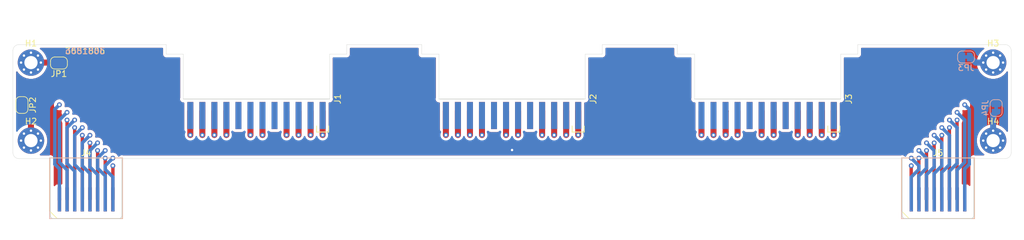
<source format=kicad_pcb>
(kicad_pcb (version 20171130) (host pcbnew 5.1.5-rc1)

  (general
    (thickness 1.6)
    (drawings 33)
    (tracks 379)
    (zones 0)
    (modules 13)
    (nets 36)
  )

  (page A4)
  (layers
    (0 F.Cu signal)
    (1 In1.Cu signal)
    (2 In2.Cu signal)
    (31 B.Cu signal)
    (32 B.Adhes user)
    (33 F.Adhes user)
    (34 B.Paste user)
    (35 F.Paste user)
    (36 B.SilkS user)
    (37 F.SilkS user)
    (38 B.Mask user)
    (39 F.Mask user)
    (40 Dwgs.User user)
    (41 Cmts.User user)
    (42 Eco1.User user)
    (43 Eco2.User user)
    (44 Edge.Cuts user)
    (45 Margin user)
    (46 B.CrtYd user)
    (47 F.CrtYd user)
    (48 B.Fab user)
    (49 F.Fab user)
  )

  (setup
    (last_trace_width 0.25)
    (user_trace_width 0.3)
    (user_trace_width 0.4)
    (user_trace_width 0.5)
    (user_trace_width 0.56)
    (user_trace_width 1)
    (trace_clearance 0.2)
    (zone_clearance 0.508)
    (zone_45_only no)
    (trace_min 0.2)
    (via_size 0.8)
    (via_drill 0.4)
    (via_min_size 0.4)
    (via_min_drill 0.3)
    (uvia_size 0.3)
    (uvia_drill 0.1)
    (uvias_allowed no)
    (uvia_min_size 0.2)
    (uvia_min_drill 0.1)
    (edge_width 0.05)
    (segment_width 0.2)
    (pcb_text_width 0.3)
    (pcb_text_size 1.5 1.5)
    (mod_edge_width 0.12)
    (mod_text_size 1 1)
    (mod_text_width 0.15)
    (pad_size 1.524 1.524)
    (pad_drill 0.762)
    (pad_to_mask_clearance 0.051)
    (solder_mask_min_width 0.25)
    (aux_axis_origin 0 -21.43)
    (grid_origin 0 -21.43)
    (visible_elements FFFFFFFF)
    (pcbplotparams
      (layerselection 0x010fc_ffffffff)
      (usegerberextensions false)
      (usegerberattributes false)
      (usegerberadvancedattributes false)
      (creategerberjobfile false)
      (excludeedgelayer true)
      (linewidth 0.100000)
      (plotframeref false)
      (viasonmask false)
      (mode 1)
      (useauxorigin false)
      (hpglpennumber 1)
      (hpglpenspeed 20)
      (hpglpendiameter 15.000000)
      (psnegative false)
      (psa4output false)
      (plotreference true)
      (plotvalue true)
      (plotinvisibletext false)
      (padsonsilk false)
      (subtractmaskfromsilk false)
      (outputformat 3)
      (mirror false)
      (drillshape 0)
      (scaleselection 1)
      (outputdirectory "./output"))
  )

  (net 0 "")
  (net 1 /A12)
  (net 2 /A11)
  (net 3 /A10)
  (net 4 /A9)
  (net 5 /A7)
  (net 6 /A6)
  (net 7 /A4)
  (net 8 /A3)
  (net 9 /A2)
  (net 10 /A1)
  (net 11 /B1)
  (net 12 /B2)
  (net 13 /B3)
  (net 14 /B4)
  (net 15 /B6)
  (net 16 /B7)
  (net 17 /B9)
  (net 18 /B10)
  (net 19 /B11)
  (net 20 /B12)
  (net 21 /C12)
  (net 22 /C11)
  (net 23 /C10)
  (net 24 /C9)
  (net 25 /C7)
  (net 26 /C6)
  (net 27 /C4)
  (net 28 /C3)
  (net 29 /C2)
  (net 30 /C1)
  (net 31 "Net-(H1-Pad1)")
  (net 32 "Net-(H2-Pad1)")
  (net 33 "Net-(H3-Pad1)")
  (net 34 "Net-(H4-Pad1)")
  (net 35 GND)

  (net_class Default "This is the default net class."
    (clearance 0.2)
    (trace_width 0.25)
    (via_dia 0.8)
    (via_drill 0.4)
    (uvia_dia 0.3)
    (uvia_drill 0.1)
    (add_net /A1)
    (add_net /A10)
    (add_net /A11)
    (add_net /A12)
    (add_net /A2)
    (add_net /A3)
    (add_net /A4)
    (add_net /A6)
    (add_net /A7)
    (add_net /A9)
    (add_net /B1)
    (add_net /B10)
    (add_net /B11)
    (add_net /B12)
    (add_net /B2)
    (add_net /B3)
    (add_net /B4)
    (add_net /B6)
    (add_net /B7)
    (add_net /B9)
    (add_net /C1)
    (add_net /C10)
    (add_net /C11)
    (add_net /C12)
    (add_net /C2)
    (add_net /C3)
    (add_net /C4)
    (add_net /C6)
    (add_net /C7)
    (add_net /C9)
    (add_net GND)
    (add_net "Net-(H1-Pad1)")
    (add_net "Net-(H2-Pad1)")
    (add_net "Net-(H3-Pad1)")
    (add_net "Net-(H4-Pad1)")
  )

  (module custom:PinSocket_2x12_P2.00mm_Vertical_EDGE (layer F.Cu) (tedit 5DE533EB) (tstamp 5DD7C358)
    (at 0 -19.93)
    (descr "edge-mounted straight socket strip, 2x12, 2.00mm pitch, double cols (from Kicad 4.0.7), SQT-112-03-L-D")
    (tags "Edge mounted socket strip EDGE 2x12 2.00mm double row")
    (path /5DCDB0CF)
    (attr smd)
    (fp_text reference J2 (at 13.5 0 270) (layer F.SilkS)
      (effects (font (size 1 1) (thickness 0.15)))
    )
    (fp_text value Conn_02x12_Counter_Clockwise (at -13.5 0 270) (layer F.Fab) hide
      (effects (font (size 1 1) (thickness 0.15)))
    )
    (fp_line (start 10 5.5) (end 10 4.5) (layer F.SilkS) (width 0.15))
    (fp_line (start 12 5.5) (end 10 5.5) (layer F.SilkS) (width 0.15))
    (fp_line (start 12 4.5) (end 12 5.5) (layer F.SilkS) (width 0.15))
    (fp_line (start 12.15 0) (end -12.15 0) (layer Edge.Cuts) (width 0.12))
    (fp_line (start 12.15 0.25) (end -12.15 0.25) (layer B.Fab) (width 0.12))
    (fp_line (start 12.15 0.25) (end -12.15 0.25) (layer F.Fab) (width 0.12))
    (fp_text user %R (at 0 -0.5) (layer F.Fab)
      (effects (font (size 1 1) (thickness 0.15)))
    )
    (pad 1 smd rect (at 11 2.75 270) (size 4.5 1) (layers F.Cu F.Paste F.Mask)
      (net 11 /B1))
    (pad 2 smd rect (at 11 2.75 90) (size 4.5 1) (layers B.Cu B.Paste B.Mask))
    (pad 3 smd rect (at 9 2.75 270) (size 4.5 1) (layers F.Cu F.Paste F.Mask)
      (net 12 /B2))
    (pad 4 smd rect (at 9 2.75 90) (size 4.5 1) (layers B.Cu B.Paste B.Mask))
    (pad 5 smd rect (at 7 2.75 270) (size 4.5 1) (layers F.Cu F.Paste F.Mask)
      (net 13 /B3))
    (pad 6 smd rect (at 7 2.75 90) (size 4.5 1) (layers B.Cu B.Paste B.Mask))
    (pad 7 smd rect (at 5 2.75 270) (size 4.5 1) (layers F.Cu F.Paste F.Mask)
      (net 14 /B4))
    (pad 8 smd rect (at 5 2.75 90) (size 4.5 1) (layers B.Cu B.Paste B.Mask))
    (pad 9 smd rect (at 3 2.75 270) (size 4.5 1) (layers F.Cu F.Paste F.Mask))
    (pad 10 smd rect (at 3 2.75 90) (size 4.5 1) (layers B.Cu B.Paste B.Mask))
    (pad 11 smd rect (at 1 2.75 270) (size 4.5 1) (layers F.Cu F.Paste F.Mask)
      (net 15 /B6))
    (pad 12 smd rect (at 1 2.75 90) (size 4.5 1) (layers B.Cu B.Paste B.Mask))
    (pad 13 smd rect (at -1 2.75 270) (size 4.5 1) (layers F.Cu F.Paste F.Mask)
      (net 16 /B7))
    (pad 14 smd rect (at -1 2.75 90) (size 4.5 1) (layers B.Cu B.Paste B.Mask))
    (pad 15 smd rect (at -3 2.75 270) (size 4.5 1) (layers F.Cu F.Paste F.Mask))
    (pad 16 smd rect (at -3 2.75 90) (size 4.5 1) (layers B.Cu B.Paste B.Mask))
    (pad 17 smd rect (at -5 2.75 270) (size 4.5 1) (layers F.Cu F.Paste F.Mask)
      (net 17 /B9))
    (pad 18 smd rect (at -5 2.75 90) (size 4.5 1) (layers B.Cu B.Paste B.Mask))
    (pad 19 smd rect (at -7 2.75 270) (size 4.5 1) (layers F.Cu F.Paste F.Mask)
      (net 18 /B10))
    (pad 20 smd rect (at -7 2.75 90) (size 4.5 1) (layers B.Cu B.Paste B.Mask))
    (pad 21 smd rect (at -9 2.75 270) (size 4.5 1) (layers F.Cu F.Paste F.Mask)
      (net 19 /B11))
    (pad 22 smd rect (at -9 2.75 90) (size 4.5 1) (layers B.Cu B.Paste B.Mask))
    (pad 23 smd rect (at -11 2.75 270) (size 4.5 1) (layers F.Cu F.Paste F.Mask)
      (net 20 /B12))
    (pad 24 smd rect (at -11 2.75 90) (size 4.5 1) (layers B.Cu B.Paste B.Mask))
    (model ${KISYS3DMOD}/Connector_PinSocket_2.00mm.3dshapes/PinSocket_2x12_P2.00mm_Vertical.wrl
      (offset (xyz 11 0 0.15))
      (scale (xyz 1 1 1))
      (rotate (xyz 90 90 0))
    )
  )

  (module custom:PinSocket_2x12_P2.00mm_Vertical_EDGE (layer F.Cu) (tedit 5DE533EB) (tstamp 5DD7F161)
    (at -42.5 -19.93)
    (descr "edge-mounted straight socket strip, 2x12, 2.00mm pitch, double cols (from Kicad 4.0.7), SQT-112-03-L-D")
    (tags "Edge mounted socket strip EDGE 2x12 2.00mm double row")
    (path /5DCDC61E)
    (attr smd)
    (fp_text reference J1 (at 13.5 0 270) (layer F.SilkS)
      (effects (font (size 1 1) (thickness 0.15)))
    )
    (fp_text value Conn_02x12_Counter_Clockwise (at -13.5 0 270) (layer F.Fab) hide
      (effects (font (size 1 1) (thickness 0.15)))
    )
    (fp_line (start 10 5.5) (end 10 4.5) (layer F.SilkS) (width 0.15))
    (fp_line (start 12 5.5) (end 10 5.5) (layer F.SilkS) (width 0.15))
    (fp_line (start 12 4.5) (end 12 5.5) (layer F.SilkS) (width 0.15))
    (fp_line (start 12.15 0) (end -12.15 0) (layer Edge.Cuts) (width 0.12))
    (fp_line (start 12.15 0.25) (end -12.15 0.25) (layer B.Fab) (width 0.12))
    (fp_line (start 12.15 0.25) (end -12.15 0.25) (layer F.Fab) (width 0.12))
    (fp_text user %R (at 0 -0.5) (layer F.Fab)
      (effects (font (size 1 1) (thickness 0.15)))
    )
    (pad 1 smd rect (at 11 2.75 270) (size 4.5 1) (layers F.Cu F.Paste F.Mask)
      (net 30 /C1))
    (pad 2 smd rect (at 11 2.75 90) (size 4.5 1) (layers B.Cu B.Paste B.Mask))
    (pad 3 smd rect (at 9 2.75 270) (size 4.5 1) (layers F.Cu F.Paste F.Mask)
      (net 29 /C2))
    (pad 4 smd rect (at 9 2.75 90) (size 4.5 1) (layers B.Cu B.Paste B.Mask))
    (pad 5 smd rect (at 7 2.75 270) (size 4.5 1) (layers F.Cu F.Paste F.Mask)
      (net 28 /C3))
    (pad 6 smd rect (at 7 2.75 90) (size 4.5 1) (layers B.Cu B.Paste B.Mask))
    (pad 7 smd rect (at 5 2.75 270) (size 4.5 1) (layers F.Cu F.Paste F.Mask)
      (net 27 /C4))
    (pad 8 smd rect (at 5 2.75 90) (size 4.5 1) (layers B.Cu B.Paste B.Mask))
    (pad 9 smd rect (at 3 2.75 270) (size 4.5 1) (layers F.Cu F.Paste F.Mask))
    (pad 10 smd rect (at 3 2.75 90) (size 4.5 1) (layers B.Cu B.Paste B.Mask))
    (pad 11 smd rect (at 1 2.75 270) (size 4.5 1) (layers F.Cu F.Paste F.Mask)
      (net 26 /C6))
    (pad 12 smd rect (at 1 2.75 90) (size 4.5 1) (layers B.Cu B.Paste B.Mask))
    (pad 13 smd rect (at -1 2.75 270) (size 4.5 1) (layers F.Cu F.Paste F.Mask)
      (net 25 /C7))
    (pad 14 smd rect (at -1 2.75 90) (size 4.5 1) (layers B.Cu B.Paste B.Mask))
    (pad 15 smd rect (at -3 2.75 270) (size 4.5 1) (layers F.Cu F.Paste F.Mask))
    (pad 16 smd rect (at -3 2.75 90) (size 4.5 1) (layers B.Cu B.Paste B.Mask))
    (pad 17 smd rect (at -5 2.75 270) (size 4.5 1) (layers F.Cu F.Paste F.Mask)
      (net 24 /C9))
    (pad 18 smd rect (at -5 2.75 90) (size 4.5 1) (layers B.Cu B.Paste B.Mask))
    (pad 19 smd rect (at -7 2.75 270) (size 4.5 1) (layers F.Cu F.Paste F.Mask)
      (net 23 /C10))
    (pad 20 smd rect (at -7 2.75 90) (size 4.5 1) (layers B.Cu B.Paste B.Mask))
    (pad 21 smd rect (at -9 2.75 270) (size 4.5 1) (layers F.Cu F.Paste F.Mask)
      (net 22 /C11))
    (pad 22 smd rect (at -9 2.75 90) (size 4.5 1) (layers B.Cu B.Paste B.Mask))
    (pad 23 smd rect (at -11 2.75 270) (size 4.5 1) (layers F.Cu F.Paste F.Mask)
      (net 21 /C12))
    (pad 24 smd rect (at -11 2.75 90) (size 4.5 1) (layers B.Cu B.Paste B.Mask))
    (model ${KISYS3DMOD}/Connector_PinSocket_2.00mm.3dshapes/PinSocket_2x12_P2.00mm_Vertical.wrl
      (offset (xyz 11 0 0.15))
      (scale (xyz 1 1 1))
      (rotate (xyz 90 90 0))
    )
  )

  (module custom:PinSocket_2x12_P2.00mm_Vertical_EDGE (layer F.Cu) (tedit 5DE533EB) (tstamp 5DD7C2E6)
    (at 42.5 -19.93)
    (descr "edge-mounted straight socket strip, 2x12, 2.00mm pitch, double cols (from Kicad 4.0.7), SQT-112-03-L-D")
    (tags "Edge mounted socket strip EDGE 2x12 2.00mm double row")
    (path /5DCD8CC9)
    (attr smd)
    (fp_text reference J3 (at 13.5 0 270) (layer F.SilkS)
      (effects (font (size 1 1) (thickness 0.15)))
    )
    (fp_text value Conn_02x12_Counter_Clockwise (at -13.5 0 270) (layer F.Fab) hide
      (effects (font (size 1 1) (thickness 0.15)))
    )
    (fp_line (start 10 5.5) (end 10 4.5) (layer F.SilkS) (width 0.15))
    (fp_line (start 12 5.5) (end 10 5.5) (layer F.SilkS) (width 0.15))
    (fp_line (start 12 4.5) (end 12 5.5) (layer F.SilkS) (width 0.15))
    (fp_line (start 12.15 0) (end -12.15 0) (layer Edge.Cuts) (width 0.12))
    (fp_line (start 12.15 0.25) (end -12.15 0.25) (layer B.Fab) (width 0.12))
    (fp_line (start 12.15 0.25) (end -12.15 0.25) (layer F.Fab) (width 0.12))
    (fp_text user %R (at 0 -0.5) (layer F.Fab)
      (effects (font (size 1 1) (thickness 0.15)))
    )
    (pad 1 smd rect (at 11 2.75 270) (size 4.5 1) (layers F.Cu F.Paste F.Mask)
      (net 10 /A1))
    (pad 2 smd rect (at 11 2.75 90) (size 4.5 1) (layers B.Cu B.Paste B.Mask))
    (pad 3 smd rect (at 9 2.75 270) (size 4.5 1) (layers F.Cu F.Paste F.Mask)
      (net 9 /A2))
    (pad 4 smd rect (at 9 2.75 90) (size 4.5 1) (layers B.Cu B.Paste B.Mask))
    (pad 5 smd rect (at 7 2.75 270) (size 4.5 1) (layers F.Cu F.Paste F.Mask)
      (net 8 /A3))
    (pad 6 smd rect (at 7 2.75 90) (size 4.5 1) (layers B.Cu B.Paste B.Mask))
    (pad 7 smd rect (at 5 2.75 270) (size 4.5 1) (layers F.Cu F.Paste F.Mask)
      (net 7 /A4))
    (pad 8 smd rect (at 5 2.75 90) (size 4.5 1) (layers B.Cu B.Paste B.Mask))
    (pad 9 smd rect (at 3 2.75 270) (size 4.5 1) (layers F.Cu F.Paste F.Mask))
    (pad 10 smd rect (at 3 2.75 90) (size 4.5 1) (layers B.Cu B.Paste B.Mask))
    (pad 11 smd rect (at 1 2.75 270) (size 4.5 1) (layers F.Cu F.Paste F.Mask)
      (net 6 /A6))
    (pad 12 smd rect (at 1 2.75 90) (size 4.5 1) (layers B.Cu B.Paste B.Mask))
    (pad 13 smd rect (at -1 2.75 270) (size 4.5 1) (layers F.Cu F.Paste F.Mask)
      (net 5 /A7))
    (pad 14 smd rect (at -1 2.75 90) (size 4.5 1) (layers B.Cu B.Paste B.Mask))
    (pad 15 smd rect (at -3 2.75 270) (size 4.5 1) (layers F.Cu F.Paste F.Mask))
    (pad 16 smd rect (at -3 2.75 90) (size 4.5 1) (layers B.Cu B.Paste B.Mask))
    (pad 17 smd rect (at -5 2.75 270) (size 4.5 1) (layers F.Cu F.Paste F.Mask)
      (net 4 /A9))
    (pad 18 smd rect (at -5 2.75 90) (size 4.5 1) (layers B.Cu B.Paste B.Mask))
    (pad 19 smd rect (at -7 2.75 270) (size 4.5 1) (layers F.Cu F.Paste F.Mask)
      (net 3 /A10))
    (pad 20 smd rect (at -7 2.75 90) (size 4.5 1) (layers B.Cu B.Paste B.Mask))
    (pad 21 smd rect (at -9 2.75 270) (size 4.5 1) (layers F.Cu F.Paste F.Mask)
      (net 2 /A11))
    (pad 22 smd rect (at -9 2.75 90) (size 4.5 1) (layers B.Cu B.Paste B.Mask))
    (pad 23 smd rect (at -11 2.75 270) (size 4.5 1) (layers F.Cu F.Paste F.Mask)
      (net 1 /A12))
    (pad 24 smd rect (at -11 2.75 90) (size 4.5 1) (layers B.Cu B.Paste B.Mask))
    (model ${KISYS3DMOD}/Connector_PinSocket_2.00mm.3dshapes/PinSocket_2x12_P2.00mm_Vertical.wrl
      (offset (xyz 11 0 0.15))
      (scale (xyz 1 1 1))
      (rotate (xyz 90 90 0))
    )
  )

  (module custom:Samtec_MECF-08-0_-NP-L-DV_2x08_P1.27mm_Edge_mod (layer F.Cu) (tedit 5DD7C786) (tstamp 5DD7C3D8)
    (at -70.83 -5)
    (descr "Highspeed card edge connector for PCB's with 08 contacts (not polarized)")
    (tags "conn samtec card-edge high-speed")
    (path /5DD0EF17)
    (attr virtual)
    (fp_text reference J4 (at 0 -5.95) (layer F.SilkS)
      (effects (font (size 1 1) (thickness 0.15)))
    )
    (fp_text value Conn_02x08_Odd_Even (at 0 5.7) (layer F.Fab)
      (effects (font (size 1 1) (thickness 0.15)))
    )
    (fp_arc (start 5.455 4.5) (end 5.455 5) (angle -90) (layer Edge.Cuts) (width 0.12))
    (fp_arc (start -5.455 4.5) (end -5.955 4.5) (angle -90) (layer Edge.Cuts) (width 0.12))
    (fp_line (start -4.685 5) (end 5.955 5) (layer F.Fab) (width 0.1))
    (fp_line (start -5.955 -5) (end 5.955 -5) (layer F.Fab) (width 0.1))
    (fp_line (start -5.955 3.73) (end -5.955 -5) (layer F.Fab) (width 0.1))
    (fp_line (start 5.955 5) (end 5.955 -5) (layer F.Fab) (width 0.1))
    (fp_line (start -5.955 3.73) (end -4.685 5) (layer F.Fab) (width 0.1))
    (fp_line (start -5.955 5) (end 5.955 5) (layer B.Fab) (width 0.1))
    (fp_line (start -5.955 -5) (end 5.955 -5) (layer B.Fab) (width 0.1))
    (fp_line (start -5.955 5) (end -5.955 -5) (layer B.Fab) (width 0.1))
    (fp_line (start 5.955 5) (end 5.955 -5) (layer B.Fab) (width 0.1))
    (fp_line (start -4.8 5) (end 6.07 5) (layer F.SilkS) (width 0.12))
    (fp_line (start -6.07 -5.11) (end 6.07 -5.11) (layer F.SilkS) (width 0.12))
    (fp_line (start -6.07 3.73) (end -6.07 -5.11) (layer F.SilkS) (width 0.12))
    (fp_line (start 6.07 5) (end 6.07 -5.11) (layer F.SilkS) (width 0.12))
    (fp_line (start -4.8 5) (end -6.07 3.73) (layer F.SilkS) (width 0.12))
    (fp_line (start -6.07 5) (end 6.07 5) (layer B.SilkS) (width 0.12))
    (fp_line (start -6.07 -5.11) (end 6.07 -5.11) (layer B.SilkS) (width 0.12))
    (fp_line (start -6.07 5) (end -6.07 -5.11) (layer B.SilkS) (width 0.12))
    (fp_line (start 6.07 5) (end 6.07 -5.11) (layer B.SilkS) (width 0.12))
    (fp_line (start -6.2 -5.25) (end -6.2 5) (layer F.CrtYd) (width 0.05))
    (fp_line (start -6.2 5) (end 6.2 5) (layer F.CrtYd) (width 0.05))
    (fp_line (start 6.2 5) (end 6.2 -5.25) (layer F.CrtYd) (width 0.05))
    (fp_line (start 6.2 -5.25) (end -6.2 -5.25) (layer F.CrtYd) (width 0.05))
    (fp_line (start -6.2 -5.25) (end -6.2 5) (layer B.CrtYd) (width 0.05))
    (fp_line (start -6.2 5) (end 6.2 5) (layer B.CrtYd) (width 0.05))
    (fp_line (start 6.2 5) (end 6.2 -5.25) (layer B.CrtYd) (width 0.05))
    (fp_line (start 6.2 -5.25) (end -6.2 -5.25) (layer B.CrtYd) (width 0.05))
    (fp_line (start -5.955 4.5) (end -5.955 -5) (layer Edge.Cuts) (width 0.12))
    (fp_line (start 5.955 4.5) (end 5.955 -5) (layer Edge.Cuts) (width 0.12))
    (fp_line (start -5.455 5) (end 5.455 5) (layer Edge.Cuts) (width 0.12))
    (fp_text user %R (at 0 -2.54) (layer F.Fab)
      (effects (font (size 1 1) (thickness 0.15)))
    )
    (pad 1 connect rect (at -4.435 1.8) (size 0.56 4) (layers F.Cu F.Mask)
      (net 35 GND))
    (pad 2 connect rect (at -4.435 1.8) (size 0.56 4) (layers B.Cu B.Mask)
      (net 21 /C12))
    (pad 3 connect rect (at -3.165 1.8) (size 0.56 4) (layers F.Cu F.Mask)
      (net 16 /B7))
    (pad 4 connect rect (at -3.165 1.8) (size 0.56 4) (layers B.Cu B.Mask)
      (net 22 /C11))
    (pad 5 connect rect (at -1.895 1.8) (size 0.56 4) (layers F.Cu F.Mask)
      (net 17 /B9))
    (pad 6 connect rect (at -1.895 1.8) (size 0.56 4) (layers B.Cu B.Mask)
      (net 23 /C10))
    (pad 7 connect rect (at -0.625 1.8) (size 0.56 4) (layers F.Cu F.Mask)
      (net 18 /B10))
    (pad 8 connect rect (at -0.625 1.8) (size 0.56 4) (layers B.Cu B.Mask)
      (net 24 /C9))
    (pad 9 connect rect (at 0.645 1.8) (size 0.56 4) (layers F.Cu F.Mask)
      (net 19 /B11))
    (pad 10 connect rect (at 0.645 1.8) (size 0.56 4) (layers B.Cu B.Mask)
      (net 25 /C7))
    (pad 11 connect rect (at 1.915 1.8) (size 0.56 4) (layers F.Cu F.Mask)
      (net 20 /B12))
    (pad 12 connect rect (at 1.915 1.8) (size 0.56 4) (layers B.Cu B.Mask)
      (net 26 /C6))
    (pad 13 connect rect (at 3.185 1.8) (size 0.56 4) (layers F.Cu F.Mask)
      (net 30 /C1))
    (pad 14 connect rect (at 3.185 1.8) (size 0.56 4) (layers B.Cu B.Mask)
      (net 27 /C4))
    (pad 15 connect rect (at 4.455 1.8) (size 0.56 4) (layers F.Cu F.Mask)
      (net 29 /C2))
    (pad 16 connect rect (at 4.455 1.8) (size 0.56 4) (layers B.Cu B.Mask)
      (net 28 /C3))
  )

  (module custom:Samtec_MECF-08-0_-NP-L-DV_2x08_P1.27mm_Edge_mod (layer F.Cu) (tedit 5DD7C786) (tstamp 5DD7C471)
    (at 70.83 -5)
    (descr "Highspeed card edge connector for PCB's with 08 contacts (not polarized)")
    (tags "conn samtec card-edge high-speed")
    (path /5DD0D718)
    (attr virtual)
    (fp_text reference J5 (at 0 -5.95) (layer F.SilkS)
      (effects (font (size 1 1) (thickness 0.15)))
    )
    (fp_text value Conn_02x08_Odd_Even (at 0 5.7) (layer F.Fab)
      (effects (font (size 1 1) (thickness 0.15)))
    )
    (fp_arc (start 5.455 4.5) (end 5.455 5) (angle -90) (layer Edge.Cuts) (width 0.12))
    (fp_arc (start -5.455 4.5) (end -5.955 4.5) (angle -90) (layer Edge.Cuts) (width 0.12))
    (fp_line (start -4.685 5) (end 5.955 5) (layer F.Fab) (width 0.1))
    (fp_line (start -5.955 -5) (end 5.955 -5) (layer F.Fab) (width 0.1))
    (fp_line (start -5.955 3.73) (end -5.955 -5) (layer F.Fab) (width 0.1))
    (fp_line (start 5.955 5) (end 5.955 -5) (layer F.Fab) (width 0.1))
    (fp_line (start -5.955 3.73) (end -4.685 5) (layer F.Fab) (width 0.1))
    (fp_line (start -5.955 5) (end 5.955 5) (layer B.Fab) (width 0.1))
    (fp_line (start -5.955 -5) (end 5.955 -5) (layer B.Fab) (width 0.1))
    (fp_line (start -5.955 5) (end -5.955 -5) (layer B.Fab) (width 0.1))
    (fp_line (start 5.955 5) (end 5.955 -5) (layer B.Fab) (width 0.1))
    (fp_line (start -4.8 5) (end 6.07 5) (layer F.SilkS) (width 0.12))
    (fp_line (start -6.07 -5.11) (end 6.07 -5.11) (layer F.SilkS) (width 0.12))
    (fp_line (start -6.07 3.73) (end -6.07 -5.11) (layer F.SilkS) (width 0.12))
    (fp_line (start 6.07 5) (end 6.07 -5.11) (layer F.SilkS) (width 0.12))
    (fp_line (start -4.8 5) (end -6.07 3.73) (layer F.SilkS) (width 0.12))
    (fp_line (start -6.07 5) (end 6.07 5) (layer B.SilkS) (width 0.12))
    (fp_line (start -6.07 -5.11) (end 6.07 -5.11) (layer B.SilkS) (width 0.12))
    (fp_line (start -6.07 5) (end -6.07 -5.11) (layer B.SilkS) (width 0.12))
    (fp_line (start 6.07 5) (end 6.07 -5.11) (layer B.SilkS) (width 0.12))
    (fp_line (start -6.2 -5.25) (end -6.2 5) (layer F.CrtYd) (width 0.05))
    (fp_line (start -6.2 5) (end 6.2 5) (layer F.CrtYd) (width 0.05))
    (fp_line (start 6.2 5) (end 6.2 -5.25) (layer F.CrtYd) (width 0.05))
    (fp_line (start 6.2 -5.25) (end -6.2 -5.25) (layer F.CrtYd) (width 0.05))
    (fp_line (start -6.2 -5.25) (end -6.2 5) (layer B.CrtYd) (width 0.05))
    (fp_line (start -6.2 5) (end 6.2 5) (layer B.CrtYd) (width 0.05))
    (fp_line (start 6.2 5) (end 6.2 -5.25) (layer B.CrtYd) (width 0.05))
    (fp_line (start 6.2 -5.25) (end -6.2 -5.25) (layer B.CrtYd) (width 0.05))
    (fp_line (start -5.955 4.5) (end -5.955 -5) (layer Edge.Cuts) (width 0.12))
    (fp_line (start 5.955 4.5) (end 5.955 -5) (layer Edge.Cuts) (width 0.12))
    (fp_line (start -5.455 5) (end 5.455 5) (layer Edge.Cuts) (width 0.12))
    (fp_text user %R (at 0 -2.54) (layer F.Fab)
      (effects (font (size 1 1) (thickness 0.15)))
    )
    (pad 1 connect rect (at -4.435 1.8) (size 0.56 4) (layers F.Cu F.Mask)
      (net 2 /A11))
    (pad 2 connect rect (at -4.435 1.8) (size 0.56 4) (layers B.Cu B.Mask)
      (net 3 /A10))
    (pad 3 connect rect (at -3.165 1.8) (size 0.56 4) (layers F.Cu F.Mask)
      (net 1 /A12))
    (pad 4 connect rect (at -3.165 1.8) (size 0.56 4) (layers B.Cu B.Mask)
      (net 4 /A9))
    (pad 5 connect rect (at -1.895 1.8) (size 0.56 4) (layers F.Cu F.Mask)
      (net 11 /B1))
    (pad 6 connect rect (at -1.895 1.8) (size 0.56 4) (layers B.Cu B.Mask)
      (net 5 /A7))
    (pad 7 connect rect (at -0.625 1.8) (size 0.56 4) (layers F.Cu F.Mask)
      (net 12 /B2))
    (pad 8 connect rect (at -0.625 1.8) (size 0.56 4) (layers B.Cu B.Mask)
      (net 6 /A6))
    (pad 9 connect rect (at 0.645 1.8) (size 0.56 4) (layers F.Cu F.Mask)
      (net 13 /B3))
    (pad 10 connect rect (at 0.645 1.8) (size 0.56 4) (layers B.Cu B.Mask)
      (net 7 /A4))
    (pad 11 connect rect (at 1.915 1.8) (size 0.56 4) (layers F.Cu F.Mask)
      (net 14 /B4))
    (pad 12 connect rect (at 1.915 1.8) (size 0.56 4) (layers B.Cu B.Mask)
      (net 8 /A3))
    (pad 13 connect rect (at 3.185 1.8) (size 0.56 4) (layers F.Cu F.Mask)
      (net 15 /B6))
    (pad 14 connect rect (at 3.185 1.8) (size 0.56 4) (layers B.Cu B.Mask)
      (net 9 /A2))
    (pad 15 connect rect (at 4.455 1.8) (size 0.56 4) (layers F.Cu F.Mask)
      (net 35 GND))
    (pad 16 connect rect (at 4.455 1.8) (size 0.56 4) (layers B.Cu B.Mask)
      (net 10 /A1))
  )

  (module MountingHole:MountingHole_2.2mm_M2_Pad_Via (layer F.Cu) (tedit 56DDB9C7) (tstamp 5DDBB77F)
    (at -80 -26)
    (descr "Mounting Hole 2.2mm, M2")
    (tags "mounting hole 2.2mm m2")
    (path /5DD45E4A)
    (attr virtual)
    (fp_text reference H1 (at 0 -3.2) (layer F.SilkS)
      (effects (font (size 1 1) (thickness 0.15)))
    )
    (fp_text value MountingHole (at 0 3.2) (layer F.Fab)
      (effects (font (size 1 1) (thickness 0.15)))
    )
    (fp_text user %R (at 0.3 0) (layer F.Fab)
      (effects (font (size 1 1) (thickness 0.15)))
    )
    (fp_circle (center 0 0) (end 2.2 0) (layer Cmts.User) (width 0.15))
    (fp_circle (center 0 0) (end 2.45 0) (layer F.CrtYd) (width 0.05))
    (pad 1 thru_hole circle (at 0 0) (size 4.4 4.4) (drill 2.2) (layers *.Cu *.Mask)
      (net 31 "Net-(H1-Pad1)"))
    (pad 1 thru_hole circle (at 1.65 0) (size 0.7 0.7) (drill 0.4) (layers *.Cu *.Mask)
      (net 31 "Net-(H1-Pad1)"))
    (pad 1 thru_hole circle (at 1.166726 1.166726) (size 0.7 0.7) (drill 0.4) (layers *.Cu *.Mask)
      (net 31 "Net-(H1-Pad1)"))
    (pad 1 thru_hole circle (at 0 1.65) (size 0.7 0.7) (drill 0.4) (layers *.Cu *.Mask)
      (net 31 "Net-(H1-Pad1)"))
    (pad 1 thru_hole circle (at -1.166726 1.166726) (size 0.7 0.7) (drill 0.4) (layers *.Cu *.Mask)
      (net 31 "Net-(H1-Pad1)"))
    (pad 1 thru_hole circle (at -1.65 0) (size 0.7 0.7) (drill 0.4) (layers *.Cu *.Mask)
      (net 31 "Net-(H1-Pad1)"))
    (pad 1 thru_hole circle (at -1.166726 -1.166726) (size 0.7 0.7) (drill 0.4) (layers *.Cu *.Mask)
      (net 31 "Net-(H1-Pad1)"))
    (pad 1 thru_hole circle (at 0 -1.65) (size 0.7 0.7) (drill 0.4) (layers *.Cu *.Mask)
      (net 31 "Net-(H1-Pad1)"))
    (pad 1 thru_hole circle (at 1.166726 -1.166726) (size 0.7 0.7) (drill 0.4) (layers *.Cu *.Mask)
      (net 31 "Net-(H1-Pad1)"))
  )

  (module MountingHole:MountingHole_2.2mm_M2_Pad_Via (layer F.Cu) (tedit 56DDB9C7) (tstamp 5DDBB78E)
    (at -80 -13)
    (descr "Mounting Hole 2.2mm, M2")
    (tags "mounting hole 2.2mm m2")
    (path /5DD46130)
    (attr virtual)
    (fp_text reference H2 (at 0 -3.2) (layer F.SilkS)
      (effects (font (size 1 1) (thickness 0.15)))
    )
    (fp_text value MountingHole (at 0 3.2) (layer F.Fab)
      (effects (font (size 1 1) (thickness 0.15)))
    )
    (fp_circle (center 0 0) (end 2.45 0) (layer F.CrtYd) (width 0.05))
    (fp_circle (center 0 0) (end 2.2 0) (layer Cmts.User) (width 0.15))
    (fp_text user %R (at 0.3 0) (layer F.Fab)
      (effects (font (size 1 1) (thickness 0.15)))
    )
    (pad 1 thru_hole circle (at 1.166726 -1.166726) (size 0.7 0.7) (drill 0.4) (layers *.Cu *.Mask)
      (net 32 "Net-(H2-Pad1)"))
    (pad 1 thru_hole circle (at 0 -1.65) (size 0.7 0.7) (drill 0.4) (layers *.Cu *.Mask)
      (net 32 "Net-(H2-Pad1)"))
    (pad 1 thru_hole circle (at -1.166726 -1.166726) (size 0.7 0.7) (drill 0.4) (layers *.Cu *.Mask)
      (net 32 "Net-(H2-Pad1)"))
    (pad 1 thru_hole circle (at -1.65 0) (size 0.7 0.7) (drill 0.4) (layers *.Cu *.Mask)
      (net 32 "Net-(H2-Pad1)"))
    (pad 1 thru_hole circle (at -1.166726 1.166726) (size 0.7 0.7) (drill 0.4) (layers *.Cu *.Mask)
      (net 32 "Net-(H2-Pad1)"))
    (pad 1 thru_hole circle (at 0 1.65) (size 0.7 0.7) (drill 0.4) (layers *.Cu *.Mask)
      (net 32 "Net-(H2-Pad1)"))
    (pad 1 thru_hole circle (at 1.166726 1.166726) (size 0.7 0.7) (drill 0.4) (layers *.Cu *.Mask)
      (net 32 "Net-(H2-Pad1)"))
    (pad 1 thru_hole circle (at 1.65 0) (size 0.7 0.7) (drill 0.4) (layers *.Cu *.Mask)
      (net 32 "Net-(H2-Pad1)"))
    (pad 1 thru_hole circle (at 0 0) (size 4.4 4.4) (drill 2.2) (layers *.Cu *.Mask)
      (net 32 "Net-(H2-Pad1)"))
  )

  (module MountingHole:MountingHole_2.2mm_M2_Pad_Via (layer F.Cu) (tedit 56DDB9C7) (tstamp 5DDBB79D)
    (at 80 -26)
    (descr "Mounting Hole 2.2mm, M2")
    (tags "mounting hole 2.2mm m2")
    (path /5DD450A6)
    (attr virtual)
    (fp_text reference H3 (at 0 -3.2) (layer F.SilkS)
      (effects (font (size 1 1) (thickness 0.15)))
    )
    (fp_text value MountingHole (at 0 3.2) (layer F.Fab)
      (effects (font (size 1 1) (thickness 0.15)))
    )
    (fp_text user %R (at 0.3 0) (layer F.Fab)
      (effects (font (size 1 1) (thickness 0.15)))
    )
    (fp_circle (center 0 0) (end 2.2 0) (layer Cmts.User) (width 0.15))
    (fp_circle (center 0 0) (end 2.45 0) (layer F.CrtYd) (width 0.05))
    (pad 1 thru_hole circle (at 0 0) (size 4.4 4.4) (drill 2.2) (layers *.Cu *.Mask)
      (net 33 "Net-(H3-Pad1)"))
    (pad 1 thru_hole circle (at 1.65 0) (size 0.7 0.7) (drill 0.4) (layers *.Cu *.Mask)
      (net 33 "Net-(H3-Pad1)"))
    (pad 1 thru_hole circle (at 1.166726 1.166726) (size 0.7 0.7) (drill 0.4) (layers *.Cu *.Mask)
      (net 33 "Net-(H3-Pad1)"))
    (pad 1 thru_hole circle (at 0 1.65) (size 0.7 0.7) (drill 0.4) (layers *.Cu *.Mask)
      (net 33 "Net-(H3-Pad1)"))
    (pad 1 thru_hole circle (at -1.166726 1.166726) (size 0.7 0.7) (drill 0.4) (layers *.Cu *.Mask)
      (net 33 "Net-(H3-Pad1)"))
    (pad 1 thru_hole circle (at -1.65 0) (size 0.7 0.7) (drill 0.4) (layers *.Cu *.Mask)
      (net 33 "Net-(H3-Pad1)"))
    (pad 1 thru_hole circle (at -1.166726 -1.166726) (size 0.7 0.7) (drill 0.4) (layers *.Cu *.Mask)
      (net 33 "Net-(H3-Pad1)"))
    (pad 1 thru_hole circle (at 0 -1.65) (size 0.7 0.7) (drill 0.4) (layers *.Cu *.Mask)
      (net 33 "Net-(H3-Pad1)"))
    (pad 1 thru_hole circle (at 1.166726 -1.166726) (size 0.7 0.7) (drill 0.4) (layers *.Cu *.Mask)
      (net 33 "Net-(H3-Pad1)"))
  )

  (module MountingHole:MountingHole_2.2mm_M2_Pad_Via (layer F.Cu) (tedit 56DDB9C7) (tstamp 5DDBB7AC)
    (at 80 -13)
    (descr "Mounting Hole 2.2mm, M2")
    (tags "mounting hole 2.2mm m2")
    (path /5DD458A4)
    (attr virtual)
    (fp_text reference H4 (at 0 -3.2) (layer F.SilkS)
      (effects (font (size 1 1) (thickness 0.15)))
    )
    (fp_text value MountingHole (at 0 3.2) (layer F.Fab)
      (effects (font (size 1 1) (thickness 0.15)))
    )
    (fp_circle (center 0 0) (end 2.45 0) (layer F.CrtYd) (width 0.05))
    (fp_circle (center 0 0) (end 2.2 0) (layer Cmts.User) (width 0.15))
    (fp_text user %R (at 0.3 0) (layer F.Fab)
      (effects (font (size 1 1) (thickness 0.15)))
    )
    (pad 1 thru_hole circle (at 1.166726 -1.166726) (size 0.7 0.7) (drill 0.4) (layers *.Cu *.Mask)
      (net 34 "Net-(H4-Pad1)"))
    (pad 1 thru_hole circle (at 0 -1.65) (size 0.7 0.7) (drill 0.4) (layers *.Cu *.Mask)
      (net 34 "Net-(H4-Pad1)"))
    (pad 1 thru_hole circle (at -1.166726 -1.166726) (size 0.7 0.7) (drill 0.4) (layers *.Cu *.Mask)
      (net 34 "Net-(H4-Pad1)"))
    (pad 1 thru_hole circle (at -1.65 0) (size 0.7 0.7) (drill 0.4) (layers *.Cu *.Mask)
      (net 34 "Net-(H4-Pad1)"))
    (pad 1 thru_hole circle (at -1.166726 1.166726) (size 0.7 0.7) (drill 0.4) (layers *.Cu *.Mask)
      (net 34 "Net-(H4-Pad1)"))
    (pad 1 thru_hole circle (at 0 1.65) (size 0.7 0.7) (drill 0.4) (layers *.Cu *.Mask)
      (net 34 "Net-(H4-Pad1)"))
    (pad 1 thru_hole circle (at 1.166726 1.166726) (size 0.7 0.7) (drill 0.4) (layers *.Cu *.Mask)
      (net 34 "Net-(H4-Pad1)"))
    (pad 1 thru_hole circle (at 1.65 0) (size 0.7 0.7) (drill 0.4) (layers *.Cu *.Mask)
      (net 34 "Net-(H4-Pad1)"))
    (pad 1 thru_hole circle (at 0 0) (size 4.4 4.4) (drill 2.2) (layers *.Cu *.Mask)
      (net 34 "Net-(H4-Pad1)"))
  )

  (module Jumper:SolderJumper-2_P1.3mm_Bridged_RoundedPad1.0x1.5mm (layer F.Cu) (tedit 5C745284) (tstamp 5DDBB977)
    (at -75.35 -25.93 180)
    (descr "SMD Solder Jumper, 1x1.5mm, rounded Pads, 0.3mm gap, bridged with 1 copper strip")
    (tags "solder jumper open")
    (path /5DDBE971)
    (attr virtual)
    (fp_text reference JP1 (at 0 -1.8) (layer F.SilkS)
      (effects (font (size 1 1) (thickness 0.15)))
    )
    (fp_text value Jumper_NC_Small (at 0 1.9) (layer F.Fab) hide
      (effects (font (size 1 1) (thickness 0.15)))
    )
    (fp_arc (start 0.7 -0.3) (end 1.4 -0.3) (angle -90) (layer F.SilkS) (width 0.12))
    (fp_arc (start 0.7 0.3) (end 0.7 1) (angle -90) (layer F.SilkS) (width 0.12))
    (fp_arc (start -0.7 0.3) (end -1.4 0.3) (angle -90) (layer F.SilkS) (width 0.12))
    (fp_arc (start -0.7 -0.3) (end -0.7 -1) (angle -90) (layer F.SilkS) (width 0.12))
    (fp_line (start -1.4 0.3) (end -1.4 -0.3) (layer F.SilkS) (width 0.12))
    (fp_line (start 0.7 1) (end -0.7 1) (layer F.SilkS) (width 0.12))
    (fp_line (start 1.4 -0.3) (end 1.4 0.3) (layer F.SilkS) (width 0.12))
    (fp_line (start -0.7 -1) (end 0.7 -1) (layer F.SilkS) (width 0.12))
    (fp_line (start -1.65 -1.25) (end 1.65 -1.25) (layer F.CrtYd) (width 0.05))
    (fp_line (start -1.65 -1.25) (end -1.65 1.25) (layer F.CrtYd) (width 0.05))
    (fp_line (start 1.65 1.25) (end 1.65 -1.25) (layer F.CrtYd) (width 0.05))
    (fp_line (start 1.65 1.25) (end -1.65 1.25) (layer F.CrtYd) (width 0.05))
    (fp_poly (pts (xy 0.25 -0.3) (xy -0.25 -0.3) (xy -0.25 0.3) (xy 0.25 0.3)) (layer F.Cu) (width 0))
    (pad 2 smd custom (at 0.65 0 180) (size 1 0.5) (layers F.Cu F.Mask)
      (net 31 "Net-(H1-Pad1)") (zone_connect 2)
      (options (clearance outline) (anchor rect))
      (primitives
        (gr_circle (center 0 0.25) (end 0.5 0.25) (width 0))
        (gr_circle (center 0 -0.25) (end 0.5 -0.25) (width 0))
        (gr_poly (pts
           (xy 0 -0.75) (xy -0.5 -0.75) (xy -0.5 0.75) (xy 0 0.75)) (width 0))
      ))
    (pad 1 smd custom (at -0.65 0 180) (size 1 0.5) (layers F.Cu F.Mask)
      (net 35 GND) (zone_connect 2)
      (options (clearance outline) (anchor rect))
      (primitives
        (gr_circle (center 0 0.25) (end 0.5 0.25) (width 0))
        (gr_circle (center 0 -0.25) (end 0.5 -0.25) (width 0))
        (gr_poly (pts
           (xy 0 -0.75) (xy 0.5 -0.75) (xy 0.5 0.75) (xy 0 0.75)) (width 0))
      ))
  )

  (module Jumper:SolderJumper-2_P1.3mm_Bridged_RoundedPad1.0x1.5mm (layer F.Cu) (tedit 5C745284) (tstamp 5DDBB7E0)
    (at -81.5 -18.93 270)
    (descr "SMD Solder Jumper, 1x1.5mm, rounded Pads, 0.3mm gap, bridged with 1 copper strip")
    (tags "solder jumper open")
    (path /5DDBF432)
    (attr virtual)
    (fp_text reference JP2 (at 0 -1.8 90) (layer F.SilkS)
      (effects (font (size 1 1) (thickness 0.15)))
    )
    (fp_text value Jumper_NC_Small (at 0 1.9 90) (layer F.Fab) hide
      (effects (font (size 1 1) (thickness 0.15)))
    )
    (fp_poly (pts (xy 0.25 -0.3) (xy -0.25 -0.3) (xy -0.25 0.3) (xy 0.25 0.3)) (layer F.Cu) (width 0))
    (fp_line (start 1.65 1.25) (end -1.65 1.25) (layer F.CrtYd) (width 0.05))
    (fp_line (start 1.65 1.25) (end 1.65 -1.25) (layer F.CrtYd) (width 0.05))
    (fp_line (start -1.65 -1.25) (end -1.65 1.25) (layer F.CrtYd) (width 0.05))
    (fp_line (start -1.65 -1.25) (end 1.65 -1.25) (layer F.CrtYd) (width 0.05))
    (fp_line (start -0.7 -1) (end 0.7 -1) (layer F.SilkS) (width 0.12))
    (fp_line (start 1.4 -0.3) (end 1.4 0.3) (layer F.SilkS) (width 0.12))
    (fp_line (start 0.7 1) (end -0.7 1) (layer F.SilkS) (width 0.12))
    (fp_line (start -1.4 0.3) (end -1.4 -0.3) (layer F.SilkS) (width 0.12))
    (fp_arc (start -0.7 -0.3) (end -0.7 -1) (angle -90) (layer F.SilkS) (width 0.12))
    (fp_arc (start -0.7 0.3) (end -1.4 0.3) (angle -90) (layer F.SilkS) (width 0.12))
    (fp_arc (start 0.7 0.3) (end 0.7 1) (angle -90) (layer F.SilkS) (width 0.12))
    (fp_arc (start 0.7 -0.3) (end 1.4 -0.3) (angle -90) (layer F.SilkS) (width 0.12))
    (pad 1 smd custom (at -0.65 0 270) (size 1 0.5) (layers F.Cu F.Mask)
      (net 35 GND) (zone_connect 2)
      (options (clearance outline) (anchor rect))
      (primitives
        (gr_circle (center 0 0.25) (end 0.5 0.25) (width 0))
        (gr_circle (center 0 -0.25) (end 0.5 -0.25) (width 0))
        (gr_poly (pts
           (xy 0 -0.75) (xy 0.5 -0.75) (xy 0.5 0.75) (xy 0 0.75)) (width 0))
      ))
    (pad 2 smd custom (at 0.65 0 270) (size 1 0.5) (layers F.Cu F.Mask)
      (net 32 "Net-(H2-Pad1)") (zone_connect 2)
      (options (clearance outline) (anchor rect))
      (primitives
        (gr_circle (center 0 0.25) (end 0.5 0.25) (width 0))
        (gr_circle (center 0 -0.25) (end 0.5 -0.25) (width 0))
        (gr_poly (pts
           (xy 0 -0.75) (xy -0.5 -0.75) (xy -0.5 0.75) (xy 0 0.75)) (width 0))
      ))
  )

  (module Jumper:SolderJumper-2_P1.3mm_Bridged_RoundedPad1.0x1.5mm (layer B.Cu) (tedit 5C745284) (tstamp 5DDBB7F3)
    (at 75.5 -26.93)
    (descr "SMD Solder Jumper, 1x1.5mm, rounded Pads, 0.3mm gap, bridged with 1 copper strip")
    (tags "solder jumper open")
    (path /5DDD56B0)
    (attr virtual)
    (fp_text reference JP3 (at 0 1.8) (layer B.SilkS)
      (effects (font (size 1 1) (thickness 0.15)) (justify mirror))
    )
    (fp_text value Jumper_NC_Small (at 0 -1.9) (layer B.Fab) hide
      (effects (font (size 1 1) (thickness 0.15)) (justify mirror))
    )
    (fp_arc (start 0.7 0.3) (end 1.4 0.3) (angle 90) (layer B.SilkS) (width 0.12))
    (fp_arc (start 0.7 -0.3) (end 0.7 -1) (angle 90) (layer B.SilkS) (width 0.12))
    (fp_arc (start -0.7 -0.3) (end -1.4 -0.3) (angle 90) (layer B.SilkS) (width 0.12))
    (fp_arc (start -0.7 0.3) (end -0.7 1) (angle 90) (layer B.SilkS) (width 0.12))
    (fp_line (start -1.4 -0.3) (end -1.4 0.3) (layer B.SilkS) (width 0.12))
    (fp_line (start 0.7 -1) (end -0.7 -1) (layer B.SilkS) (width 0.12))
    (fp_line (start 1.4 0.3) (end 1.4 -0.3) (layer B.SilkS) (width 0.12))
    (fp_line (start -0.7 1) (end 0.7 1) (layer B.SilkS) (width 0.12))
    (fp_line (start -1.65 1.25) (end 1.65 1.25) (layer B.CrtYd) (width 0.05))
    (fp_line (start -1.65 1.25) (end -1.65 -1.25) (layer B.CrtYd) (width 0.05))
    (fp_line (start 1.65 -1.25) (end 1.65 1.25) (layer B.CrtYd) (width 0.05))
    (fp_line (start 1.65 -1.25) (end -1.65 -1.25) (layer B.CrtYd) (width 0.05))
    (fp_poly (pts (xy 0.25 0.3) (xy -0.25 0.3) (xy -0.25 -0.3) (xy 0.25 -0.3)) (layer B.Cu) (width 0))
    (pad 2 smd custom (at 0.65 0) (size 1 0.5) (layers B.Cu B.Mask)
      (net 33 "Net-(H3-Pad1)") (zone_connect 2)
      (options (clearance outline) (anchor rect))
      (primitives
        (gr_circle (center 0 -0.25) (end 0.5 -0.25) (width 0))
        (gr_circle (center 0 0.25) (end 0.5 0.25) (width 0))
        (gr_poly (pts
           (xy 0 0.75) (xy -0.5 0.75) (xy -0.5 -0.75) (xy 0 -0.75)) (width 0))
      ))
    (pad 1 smd custom (at -0.65 0) (size 1 0.5) (layers B.Cu B.Mask)
      (net 35 GND) (zone_connect 2)
      (options (clearance outline) (anchor rect))
      (primitives
        (gr_circle (center 0 -0.25) (end 0.5 -0.25) (width 0))
        (gr_circle (center 0 0.25) (end 0.5 0.25) (width 0))
        (gr_poly (pts
           (xy 0 0.75) (xy 0.5 0.75) (xy 0.5 -0.75) (xy 0 -0.75)) (width 0))
      ))
  )

  (module Jumper:SolderJumper-2_P1.3mm_Bridged_RoundedPad1.0x1.5mm (layer B.Cu) (tedit 5C745284) (tstamp 5DDBB806)
    (at 80.5 -18.43 270)
    (descr "SMD Solder Jumper, 1x1.5mm, rounded Pads, 0.3mm gap, bridged with 1 copper strip")
    (tags "solder jumper open")
    (path /5DDD56B6)
    (attr virtual)
    (fp_text reference JP4 (at 0 1.8 270) (layer B.SilkS)
      (effects (font (size 1 1) (thickness 0.15)) (justify mirror))
    )
    (fp_text value Jumper_NC_Small (at 0 -1.9 270) (layer B.Fab) hide
      (effects (font (size 1 1) (thickness 0.15)) (justify mirror))
    )
    (fp_poly (pts (xy 0.25 0.3) (xy -0.25 0.3) (xy -0.25 -0.3) (xy 0.25 -0.3)) (layer B.Cu) (width 0))
    (fp_line (start 1.65 -1.25) (end -1.65 -1.25) (layer B.CrtYd) (width 0.05))
    (fp_line (start 1.65 -1.25) (end 1.65 1.25) (layer B.CrtYd) (width 0.05))
    (fp_line (start -1.65 1.25) (end -1.65 -1.25) (layer B.CrtYd) (width 0.05))
    (fp_line (start -1.65 1.25) (end 1.65 1.25) (layer B.CrtYd) (width 0.05))
    (fp_line (start -0.7 1) (end 0.7 1) (layer B.SilkS) (width 0.12))
    (fp_line (start 1.4 0.3) (end 1.4 -0.3) (layer B.SilkS) (width 0.12))
    (fp_line (start 0.7 -1) (end -0.7 -1) (layer B.SilkS) (width 0.12))
    (fp_line (start -1.4 -0.3) (end -1.4 0.3) (layer B.SilkS) (width 0.12))
    (fp_arc (start -0.7 0.3) (end -0.7 1) (angle 90) (layer B.SilkS) (width 0.12))
    (fp_arc (start -0.7 -0.3) (end -1.4 -0.3) (angle 90) (layer B.SilkS) (width 0.12))
    (fp_arc (start 0.7 -0.3) (end 0.7 -1) (angle 90) (layer B.SilkS) (width 0.12))
    (fp_arc (start 0.7 0.3) (end 1.4 0.3) (angle 90) (layer B.SilkS) (width 0.12))
    (pad 1 smd custom (at -0.65 0 270) (size 1 0.5) (layers B.Cu B.Mask)
      (net 35 GND) (zone_connect 2)
      (options (clearance outline) (anchor rect))
      (primitives
        (gr_circle (center 0 -0.25) (end 0.5 -0.25) (width 0))
        (gr_circle (center 0 0.25) (end 0.5 0.25) (width 0))
        (gr_poly (pts
           (xy 0 0.75) (xy 0.5 0.75) (xy 0.5 -0.75) (xy 0 -0.75)) (width 0))
      ))
    (pad 2 smd custom (at 0.65 0 270) (size 1 0.5) (layers B.Cu B.Mask)
      (net 34 "Net-(H4-Pad1)") (zone_connect 2)
      (options (clearance outline) (anchor rect))
      (primitives
        (gr_circle (center 0 -0.25) (end 0.5 -0.25) (width 0))
        (gr_circle (center 0 0.25) (end 0.5 0.25) (width 0))
        (gr_poly (pts
           (xy 0 0.75) (xy -0.5 0.75) (xy -0.5 -0.75) (xy 0 -0.75)) (width 0))
      ))
  )

  (gr_text 365180b (at -71 -27.93) (layer B.SilkS) (tstamp 5DDBB44D)
    (effects (font (size 1 1) (thickness 0.15)) (justify mirror))
  )
  (gr_text 365180b (at -71 -27.93) (layer F.SilkS)
    (effects (font (size 1 1) (thickness 0.15)))
  )
  (gr_line (start 64.875 -10) (end -64.875 -10) (layer Edge.Cuts) (width 0.05) (tstamp 5DE1617C))
  (gr_line (start 76.785 -10) (end 82 -10) (layer Edge.Cuts) (width 0.05) (tstamp 5DD7C334))
  (gr_arc (start 82 -11) (end 82 -10) (angle -90) (layer Edge.Cuts) (width 0.05) (tstamp 5DD7C331))
  (gr_line (start 83 -11) (end 83 -28) (layer Edge.Cuts) (width 0.05) (tstamp 5DD7C32E))
  (gr_line (start -57.5 -29) (end -82 -29) (layer Edge.Cuts) (width 0.05) (tstamp 5DD7C4F6))
  (gr_line (start -15 -29) (end -27.5 -29) (layer Edge.Cuts) (width 0.05) (tstamp 5DD7C5C2))
  (gr_line (start 27.5 -29) (end 15 -29) (layer Edge.Cuts) (width 0.05) (tstamp 5DD7C5CE))
  (gr_line (start 82 -29) (end 57.5 -29) (layer Edge.Cuts) (width 0.05) (tstamp 5DD7C4E4))
  (gr_line (start -30.35 -27.4) (end -27.5 -27.4) (layer Edge.Cuts) (width 0.05) (tstamp 5DD7C577))
  (gr_line (start -54.65 -19.93) (end -54.65 -27.4) (layer Edge.Cuts) (width 0.05) (tstamp 5DE16149))
  (gr_line (start -27.5 -27.4) (end -27.5 -29) (layer Edge.Cuts) (width 0.05) (tstamp 5DD7C4F3))
  (gr_line (start -30.35 -19.93) (end -30.35 -27.4) (layer Edge.Cuts) (width 0.05) (tstamp 5DE1613A))
  (gr_line (start -57.5 -27.4) (end -57.5 -29) (layer Edge.Cuts) (width 0.05) (tstamp 5DD7C5B6))
  (gr_line (start -57.5 -27.4) (end -54.65 -27.4) (layer Edge.Cuts) (width 0.05) (tstamp 5DD7C5B0))
  (gr_line (start 54.65 -27.4) (end 57.5 -27.4) (layer Edge.Cuts) (width 0.05) (tstamp 5DD7C4EA))
  (gr_line (start 30.35 -19.93) (end 30.35 -27.4) (layer Edge.Cuts) (width 0.05) (tstamp 5DD7C4F0))
  (gr_line (start 57.5 -27.4) (end 57.5 -29) (layer Edge.Cuts) (width 0.05) (tstamp 5DD7C39D))
  (gr_line (start 54.65 -19.93) (end 54.65 -27.4) (layer Edge.Cuts) (width 0.05) (tstamp 5DD7C5BF))
  (gr_line (start 27.5 -27.4) (end 27.5 -29) (layer Edge.Cuts) (width 0.05) (tstamp 5DD7C4DB))
  (gr_line (start 27.5 -27.4) (end 30.35 -27.4) (layer Edge.Cuts) (width 0.05) (tstamp 5DD7C57A))
  (gr_line (start -15 -27.4) (end -15 -29) (layer Edge.Cuts) (width 0.05) (tstamp 5DD7C3A0))
  (gr_line (start 15 -27.4) (end 15 -29) (layer Edge.Cuts) (width 0.05) (tstamp 5DD7C3A3))
  (gr_line (start 12.15 -27.4) (end 15 -27.4) (layer Edge.Cuts) (width 0.05) (tstamp 5DD7C4E7))
  (gr_line (start 12.15 -19.93) (end 12.15 -27.4) (layer Edge.Cuts) (width 0.05) (tstamp 5DD7C4ED))
  (gr_line (start -15 -27.4) (end -12.15 -27.4) (layer Edge.Cuts) (width 0.05) (tstamp 5DD7C5B9))
  (gr_line (start -12.15 -19.93) (end -12.15 -27.4) (layer Edge.Cuts) (width 0.05) (tstamp 5DE160E6))
  (gr_arc (start 82 -28) (end 83 -28) (angle -90) (layer Edge.Cuts) (width 0.05) (tstamp 5DD7C5C5))
  (gr_arc (start -82 -28) (end -82 -29) (angle -90) (layer Edge.Cuts) (width 0.05) (tstamp 5DD7C598))
  (gr_line (start -83 -11) (end -83 -28) (layer Edge.Cuts) (width 0.05) (tstamp 5DD7C5CB))
  (gr_arc (start -82 -11) (end -83 -11) (angle -90) (layer Edge.Cuts) (width 0.05) (tstamp 5DD7C2AA))
  (gr_line (start -82 -10) (end -76.785 -10) (layer Edge.Cuts) (width 0.05) (tstamp 5DE16128))

  (segment (start 67.645 -3.2) (end 67.645 -10.07) (width 0.56) (layer F.Cu) (net 1) (tstamp 5DDBB12E) (status 10))
  (segment (start 31.5 -17.93) (end 31.5 -13.93) (width 1) (layer F.Cu) (net 1) (tstamp 5DDBB12F) (status 10))
  (via (at 67.655 -10.08) (size 0.8) (drill 0.4) (layers F.Cu B.Cu) (net 1) (tstamp 5DDBB16E))
  (via (at 31.5 -13.93) (size 0.8) (drill 0.4) (layers F.Cu B.Cu) (net 1) (tstamp 5DDBB19D))
  (segment (start 67.645 -10.07) (end 67.655 -10.08) (width 0.56) (layer F.Cu) (net 1) (tstamp 5DDBB1CD))
  (segment (start 32.459956 -14.889956) (end 31.899999 -14.329999) (width 0.56) (layer In2.Cu) (net 1))
  (segment (start 62.845044 -14.889956) (end 32.459956 -14.889956) (width 0.56) (layer In2.Cu) (net 1))
  (segment (start 67.655 -10.08) (end 62.845044 -14.889956) (width 0.56) (layer In2.Cu) (net 1))
  (segment (start 31.899999 -14.329999) (end 31.5 -13.93) (width 0.56) (layer In2.Cu) (net 1))
  (via (at 33.5 -13.93) (size 0.8) (drill 0.4) (layers F.Cu B.Cu) (net 2) (tstamp 5DDBB19E))
  (via (at 66.385 -8.81) (size 0.8) (drill 0.4) (layers F.Cu B.Cu) (net 2) (tstamp 5DDBB1A6))
  (segment (start 66.375 -8.8) (end 66.385 -8.81) (width 0.56) (layer F.Cu) (net 2) (tstamp 5DDBB1A7))
  (segment (start 66.375 -3.2) (end 66.375 -8.8) (width 0.56) (layer F.Cu) (net 2) (tstamp 5DDBB1A8) (status 10))
  (segment (start 33.5 -13.93) (end 33.5 -17.93) (width 1) (layer F.Cu) (net 2) (tstamp 5DDBB1A9) (status 20))
  (segment (start 65.41501 -10.223679) (end 62.708689 -12.93) (width 0.56) (layer In2.Cu) (net 2))
  (segment (start 34.5 -12.93) (end 33.5 -13.93) (width 0.56) (layer In2.Cu) (net 2))
  (segment (start 62.708689 -12.93) (end 34.5 -12.93) (width 0.56) (layer In2.Cu) (net 2))
  (segment (start 66.385 -8.81) (end 65.41501 -9.77999) (width 0.56) (layer In2.Cu) (net 2))
  (segment (start 65.41501 -9.77999) (end 65.41501 -10.223679) (width 0.56) (layer In2.Cu) (net 2))
  (segment (start 67.655 -8.21) (end 67.655 -8.81) (width 0.56) (layer B.Cu) (net 3) (tstamp 5DDBB149))
  (segment (start 66.375 -6.93) (end 67.655 -8.21) (width 0.56) (layer B.Cu) (net 3) (tstamp 5DDBB173))
  (segment (start 66.375 -3.2) (end 66.375 -6.93) (width 0.56) (layer B.Cu) (net 3) (tstamp 5DDBB174) (status 10))
  (segment (start 66.784999 -9.680001) (end 66.385 -10.08) (width 0.56) (layer B.Cu) (net 3) (tstamp 5DDBB17F))
  (via (at 66.385 -10.08) (size 0.8) (drill 0.4) (layers F.Cu B.Cu) (net 3) (tstamp 5DDBB18B))
  (segment (start 67.655 -8.81) (end 66.784999 -9.680001) (width 0.56) (layer B.Cu) (net 3) (tstamp 5DDBB18D))
  (via (at 35.522261 -13.952261) (size 0.8) (drill 0.4) (layers F.Cu B.Cu) (net 3))
  (segment (start 35.522261 -14.517946) (end 35.522261 -13.952261) (width 1) (layer F.Cu) (net 3))
  (segment (start 35.522261 -17.907739) (end 35.522261 -14.517946) (width 1) (layer F.Cu) (net 3) (status 10))
  (segment (start 35.5 -17.93) (end 35.522261 -17.907739) (width 1) (layer F.Cu) (net 3) (status 30))
  (segment (start 35.92226 -14.35226) (end 35.522261 -13.952261) (width 0.56) (layer In1.Cu) (net 3))
  (segment (start 52.76001 -16.69001) (end 38.26001 -16.69001) (width 0.56) (layer In1.Cu) (net 3))
  (segment (start 77.67502 -20.022012) (end 76.267032 -21.43) (width 0.56) (layer In1.Cu) (net 3))
  (segment (start 76.267032 -21.43) (end 57.5 -21.43) (width 0.56) (layer In1.Cu) (net 3))
  (segment (start 77.675019 -16.647985) (end 77.67502 -20.022012) (width 0.56) (layer In1.Cu) (net 3))
  (segment (start 57.5 -21.43) (end 52.76001 -16.69001) (width 0.56) (layer In1.Cu) (net 3))
  (segment (start 67.265001 -9.199999) (end 70.227033 -9.199999) (width 0.56) (layer In1.Cu) (net 3))
  (segment (start 38.26001 -16.69001) (end 35.92226 -14.35226) (width 0.56) (layer In1.Cu) (net 3))
  (segment (start 70.227033 -9.199999) (end 77.675019 -16.647985) (width 0.56) (layer In1.Cu) (net 3))
  (segment (start 66.385 -10.08) (end 67.265001 -9.199999) (width 0.56) (layer In1.Cu) (net 3))
  (segment (start 67.645 -3.2) (end 67.645 -7.125184) (width 0.56) (layer B.Cu) (net 4) (tstamp 5DDBB12C) (status 10))
  (segment (start 68.925 -8.405184) (end 68.925 -10.08) (width 0.56) (layer B.Cu) (net 4) (tstamp 5DDBB132))
  (segment (start 68.925 -10.08) (end 67.655 -11.35) (width 0.56) (layer B.Cu) (net 4) (tstamp 5DDBB13D))
  (segment (start 67.645 -7.125184) (end 68.925 -8.405184) (width 0.56) (layer B.Cu) (net 4) (tstamp 5DDBB145))
  (via (at 37.5 -13.93) (size 0.8) (drill 0.4) (layers F.Cu B.Cu) (net 4) (tstamp 5DDBB161))
  (via (at 67.655 -11.35) (size 0.8) (drill 0.4) (layers F.Cu B.Cu) (net 4) (tstamp 5DDBB165))
  (segment (start 37.5 -17.93) (end 37.5 -13.93) (width 1) (layer F.Cu) (net 4) (tstamp 5DDBB177) (status 10))
  (segment (start 70.422217 -10.469999) (end 68.535001 -10.469999) (width 0.56) (layer In1.Cu) (net 4))
  (segment (start 68.054999 -10.950001) (end 67.655 -11.35) (width 0.56) (layer In1.Cu) (net 4))
  (segment (start 68.535001 -10.469999) (end 68.054999 -10.950001) (width 0.56) (layer In1.Cu) (net 4))
  (segment (start 76.915009 -16.962791) (end 70.422217 -10.469999) (width 0.56) (layer In1.Cu) (net 4))
  (segment (start 76.012206 -20.61001) (end 76.915009 -19.707207) (width 0.56) (layer In1.Cu) (net 4))
  (segment (start 76.915009 -19.707207) (end 76.915009 -16.962791) (width 0.56) (layer In1.Cu) (net 4))
  (segment (start 39.499999 -15.929999) (end 53.074816 -15.929999) (width 0.56) (layer In1.Cu) (net 4))
  (segment (start 57.754826 -20.61001) (end 76.012206 -20.61001) (width 0.56) (layer In1.Cu) (net 4))
  (segment (start 53.074816 -15.929999) (end 57.754826 -20.61001) (width 0.56) (layer In1.Cu) (net 4))
  (segment (start 37.5 -13.93) (end 39.499999 -15.929999) (width 0.56) (layer In1.Cu) (net 4))
  (segment (start 41.5 -17.93) (end 41.5 -13.93) (width 1) (layer F.Cu) (net 5) (tstamp 5DDBB146) (status 10))
  (segment (start 41.5 -13.93) (end 42.739989 -15.169989) (width 0.56) (layer In1.Cu) (net 5) (tstamp 5DDBB185))
  (segment (start 42.739989 -15.169989) (end 53.665173 -15.169989) (width 0.56) (layer In1.Cu) (net 5) (tstamp 5DDBB1B2))
  (segment (start 75.697403 -19.849999) (end 76.155001 -19.392402) (width 0.56) (layer In1.Cu) (net 5) (tstamp 5DDBB1B3))
  (segment (start 76.155001 -19.392402) (end 76.155001 -17.277599) (width 0.56) (layer In1.Cu) (net 5) (tstamp 5DDBB1B4))
  (segment (start 58.345183 -19.849999) (end 75.697403 -19.849999) (width 0.56) (layer In1.Cu) (net 5) (tstamp 5DDBB1B5))
  (segment (start 69.324999 -12.220001) (end 68.925 -12.62) (width 0.56) (layer In1.Cu) (net 5) (tstamp 5DDBB1B6))
  (segment (start 53.665173 -15.169989) (end 58.345183 -19.849999) (width 0.56) (layer In1.Cu) (net 5) (tstamp 5DDBB1B7))
  (segment (start 70.617401 -11.739999) (end 69.805001 -11.739999) (width 0.56) (layer In1.Cu) (net 5) (tstamp 5DDBB1B9))
  (segment (start 76.155001 -17.277599) (end 70.617401 -11.739999) (width 0.56) (layer In1.Cu) (net 5) (tstamp 5DDBB1BA))
  (segment (start 69.805001 -11.739999) (end 69.324999 -12.220001) (width 0.56) (layer In1.Cu) (net 5) (tstamp 5DDBB1BD))
  (segment (start 70.195 -11.35) (end 68.925 -12.62) (width 0.56) (layer B.Cu) (net 5) (tstamp 5DDBB1C5))
  (segment (start 70.195 -8.600368) (end 70.195 -11.35) (width 0.56) (layer B.Cu) (net 5) (tstamp 5DDBB1C6))
  (segment (start 68.915 -7.320368) (end 70.195 -8.600368) (width 0.56) (layer B.Cu) (net 5) (tstamp 5DDBB1C7))
  (segment (start 68.915 -3.2) (end 68.915 -7.320368) (width 0.56) (layer B.Cu) (net 5) (tstamp 5DDBB1C8) (status 10))
  (via (at 41.5 -13.93) (size 0.8) (drill 0.4) (layers F.Cu B.Cu) (net 5) (tstamp 5DDBB1CE))
  (via (at 68.925 -12.62) (size 0.8) (drill 0.4) (layers F.Cu B.Cu) (net 5) (tstamp 5DDBB1D3))
  (segment (start 71.465 -8.795552) (end 71.465 -12.62) (width 0.56) (layer B.Cu) (net 6) (tstamp 5DDBB139))
  (segment (start 71.465 -12.62) (end 70.594999 -13.490001) (width 0.56) (layer B.Cu) (net 6) (tstamp 5DDBB13B))
  (segment (start 70.594999 -13.490001) (end 70.195 -13.89) (width 0.56) (layer B.Cu) (net 6) (tstamp 5DDBB140))
  (segment (start 56.339971 -10.769971) (end 59.46 -13.89) (width 0.56) (layer In1.Cu) (net 6) (tstamp 5DDBB157))
  (segment (start 43.5 -13.93) (end 46.660029 -10.769971) (width 0.56) (layer In1.Cu) (net 6) (tstamp 5DDBB158))
  (segment (start 69.629315 -13.89) (end 70.195 -13.89) (width 0.56) (layer In1.Cu) (net 6) (tstamp 5DDBB17E))
  (segment (start 46.660029 -10.769971) (end 56.339971 -10.769971) (width 0.56) (layer In1.Cu) (net 6) (tstamp 5DDBB187))
  (segment (start 70.185 -7.515552) (end 71.465 -8.795552) (width 0.56) (layer B.Cu) (net 6) (tstamp 5DDBB198))
  (segment (start 70.185 -3.2) (end 70.185 -7.515552) (width 0.56) (layer B.Cu) (net 6) (tstamp 5DDBB199) (status 10))
  (segment (start 43.5 -17.93) (end 43.5 -13.93) (width 1) (layer F.Cu) (net 6) (tstamp 5DDBB19A) (status 10))
  (segment (start 59.46 -13.89) (end 69.629315 -13.89) (width 0.56) (layer In1.Cu) (net 6) (tstamp 5DDBB19B))
  (via (at 43.5 -13.93) (size 0.8) (drill 0.4) (layers F.Cu B.Cu) (net 6) (tstamp 5DDBB1CF))
  (via (at 70.195 -13.89) (size 0.8) (drill 0.4) (layers F.Cu B.Cu) (net 6) (tstamp 5DDBB1D4))
  (segment (start 59.23 -15.16) (end 70.899315 -15.16) (width 0.56) (layer In1.Cu) (net 7) (tstamp 5DDBB129))
  (segment (start 49.900019 -11.529981) (end 55.599981 -11.529981) (width 0.56) (layer In1.Cu) (net 7) (tstamp 5DDBB130))
  (segment (start 72.735 -13.89) (end 71.864999 -14.760001) (width 0.56) (layer B.Cu) (net 7) (tstamp 5DDBB136))
  (segment (start 55.599981 -11.529981) (end 59.23 -15.16) (width 0.56) (layer In1.Cu) (net 7) (tstamp 5DDBB15A))
  (segment (start 47.5 -13.93) (end 49.900019 -11.529981) (width 0.56) (layer In1.Cu) (net 7) (tstamp 5DDBB15B))
  (segment (start 72.735 -8.990736) (end 72.735 -13.89) (width 0.56) (layer B.Cu) (net 7) (tstamp 5DDBB15D))
  (segment (start 71.455 -7.710736) (end 72.735 -8.990736) (width 0.56) (layer B.Cu) (net 7) (tstamp 5DDBB166))
  (segment (start 47.5 -17.93) (end 47.5 -13.93) (width 1) (layer F.Cu) (net 7) (tstamp 5DDBB169) (status 10))
  (segment (start 71.455 -3.2) (end 71.455 -7.710736) (width 0.56) (layer B.Cu) (net 7) (tstamp 5DDBB16A) (status 10))
  (segment (start 71.864999 -14.760001) (end 71.465 -15.16) (width 0.56) (layer B.Cu) (net 7) (tstamp 5DDBB16C))
  (segment (start 70.899315 -15.16) (end 71.465 -15.16) (width 0.56) (layer In1.Cu) (net 7) (tstamp 5DDBB170))
  (via (at 47.5 -13.93) (size 0.8) (drill 0.4) (layers F.Cu B.Cu) (net 7) (tstamp 5DDBB18A))
  (via (at 71.465 -15.16) (size 0.8) (drill 0.4) (layers F.Cu B.Cu) (net 7) (tstamp 5DDBB18F))
  (segment (start 74.005 -9.18592) (end 74.005 -15.16) (width 0.56) (layer B.Cu) (net 8) (tstamp 5DDBB13F))
  (segment (start 74.005 -15.16) (end 73.134999 -16.030001) (width 0.56) (layer B.Cu) (net 8) (tstamp 5DDBB148))
  (via (at 72.735 -16.43) (size 0.8) (drill 0.4) (layers F.Cu B.Cu) (net 8) (tstamp 5DDBB14B))
  (segment (start 51.14001 -12.28999) (end 54.826289 -12.28999) (width 0.56) (layer In1.Cu) (net 8) (tstamp 5DDBB15C))
  (segment (start 54.826289 -12.28999) (end 58.966299 -16.43) (width 0.56) (layer In1.Cu) (net 8) (tstamp 5DDBB15F))
  (segment (start 49.5 -13.93) (end 51.14001 -12.28999) (width 0.56) (layer In1.Cu) (net 8) (tstamp 5DDBB160))
  (via (at 49.5 -13.93) (size 0.8) (drill 0.4) (layers F.Cu B.Cu) (net 8) (tstamp 5DDBB16D))
  (segment (start 73.134999 -16.030001) (end 72.735 -16.43) (width 0.56) (layer B.Cu) (net 8) (tstamp 5DDBB180))
  (segment (start 72.169315 -16.43) (end 72.735 -16.43) (width 0.56) (layer In1.Cu) (net 8) (tstamp 5DDBB188))
  (segment (start 72.725 -7.90592) (end 74.005 -9.18592) (width 0.56) (layer B.Cu) (net 8) (tstamp 5DDBB1A3))
  (segment (start 72.725 -3.2) (end 72.725 -7.90592) (width 0.56) (layer B.Cu) (net 8) (tstamp 5DDBB1A4) (status 10))
  (segment (start 49.5 -17.93) (end 49.5 -13.93) (width 1) (layer F.Cu) (net 8) (tstamp 5DDBB1A5) (status 10))
  (segment (start 58.966299 -16.43) (end 72.169315 -16.43) (width 0.56) (layer In1.Cu) (net 8) (tstamp 5DDBB1E0))
  (segment (start 51.5 -17.93) (end 51.5 -13.93) (width 1) (layer F.Cu) (net 9) (tstamp 5DDBB12A) (status 10))
  (segment (start 51.5 -13.93) (end 52.380001 -13.049999) (width 0.56) (layer In1.Cu) (net 9) (tstamp 5DDBB141))
  (via (at 51.5 -13.93) (size 0.8) (drill 0.4) (layers F.Cu B.Cu) (net 9) (tstamp 5DDBB14C))
  (segment (start 52.380001 -13.049999) (end 54.119999 -13.049999) (width 0.56) (layer In1.Cu) (net 9) (tstamp 5DDBB168))
  (segment (start 73.995 -8.101104) (end 75.275 -9.381104) (width 0.56) (layer B.Cu) (net 9) (tstamp 5DDBB178))
  (segment (start 58.77 -17.7) (end 73.439315 -17.7) (width 0.56) (layer In1.Cu) (net 9) (tstamp 5DDBB194))
  (segment (start 54.119999 -13.049999) (end 58.77 -17.7) (width 0.56) (layer In1.Cu) (net 9) (tstamp 5DDBB195))
  (segment (start 74.404999 -17.300001) (end 74.005 -17.7) (width 0.56) (layer B.Cu) (net 9) (tstamp 5DDBB1A0))
  (segment (start 73.995 -3.2) (end 73.995 -8.101104) (width 0.56) (layer B.Cu) (net 9) (tstamp 5DDBB1A1) (status 10))
  (segment (start 75.275 -16.43) (end 74.404999 -17.300001) (width 0.56) (layer B.Cu) (net 9) (tstamp 5DDBB1A2))
  (segment (start 75.275 -9.381104) (end 75.275 -16.43) (width 0.56) (layer B.Cu) (net 9) (tstamp 5DDBB1D0))
  (segment (start 73.439315 -17.7) (end 74.005 -17.7) (width 0.56) (layer In1.Cu) (net 9) (tstamp 5DDBB1D1))
  (via (at 74.005 -17.7) (size 0.8) (drill 0.4) (layers F.Cu B.Cu) (net 9) (tstamp 5DDBB1E1))
  (segment (start 53.5 -17.93) (end 53.5 -13.93) (width 1) (layer F.Cu) (net 10) (tstamp 5DDBB134) (status 10))
  (segment (start 53.5 -13.93) (end 58.539989 -18.969989) (width 0.56) (layer In1.Cu) (net 10) (tstamp 5DDBB156))
  (via (at 53.5 -13.93) (size 0.8) (drill 0.4) (layers F.Cu B.Cu) (net 10) (tstamp 5DDBB17A))
  (segment (start 58.539989 -18.969989) (end 74.709306 -18.969989) (width 0.56) (layer In1.Cu) (net 10) (tstamp 5DDBB186))
  (segment (start 75.265 -3.2) (end 75.265 -8.296288) (width 0.56) (layer B.Cu) (net 10) (tstamp 5DDBB1B8) (status 10))
  (segment (start 74.709306 -18.969989) (end 75.274991 -18.969989) (width 0.56) (layer In1.Cu) (net 10) (tstamp 5DDBB1BB))
  (segment (start 76.03501 -9.066298) (end 76.03501 -18.20997) (width 0.56) (layer B.Cu) (net 10) (tstamp 5DDBB1BC))
  (segment (start 75.265 -8.296288) (end 76.03501 -9.066298) (width 0.56) (layer B.Cu) (net 10) (tstamp 5DDBB1BE))
  (segment (start 76.03501 -18.20997) (end 75.67499 -18.56999) (width 0.56) (layer B.Cu) (net 10) (tstamp 5DDBB1BF))
  (segment (start 75.67499 -18.56999) (end 75.274991 -18.969989) (width 0.56) (layer B.Cu) (net 10) (tstamp 5DDBB1C0))
  (via (at 75.274991 -18.969989) (size 0.8) (drill 0.4) (layers F.Cu B.Cu) (net 10) (tstamp 5DDBB1DD))
  (via (at 11 -13.93) (size 0.8) (drill 0.4) (layers F.Cu B.Cu) (net 11) (tstamp 5DDBB126))
  (segment (start 68.915 -3.2) (end 68.915 -11.34) (width 0.56) (layer F.Cu) (net 11) (tstamp 5DDBB14D) (status 10))
  (segment (start 68.915 -11.34) (end 68.925 -11.35) (width 0.56) (layer F.Cu) (net 11) (tstamp 5DDBB150))
  (via (at 68.925 -11.35) (size 0.8) (drill 0.4) (layers F.Cu B.Cu) (net 11) (tstamp 5DDBB193))
  (segment (start 11 -17.93) (end 11 -13.93) (width 1) (layer F.Cu) (net 11) (tstamp 5DDBB1DF) (status 10))
  (segment (start 12.719967 -15.649967) (end 64.625033 -15.649967) (width 0.56) (layer In2.Cu) (net 11))
  (segment (start 68.525001 -11.749999) (end 68.925 -11.35) (width 0.56) (layer In2.Cu) (net 11))
  (segment (start 11 -13.93) (end 12.719967 -15.649967) (width 0.56) (layer In2.Cu) (net 11))
  (segment (start 64.625033 -15.649967) (end 68.525001 -11.749999) (width 0.56) (layer In2.Cu) (net 11))
  (segment (start 9 -13.93) (end 9 -17.93) (width 1) (layer F.Cu) (net 12) (tstamp 5DDBB128) (status 20))
  (segment (start 70.185 -3.2) (end 70.185 -12.61) (width 0.56) (layer F.Cu) (net 12) (tstamp 5DDBB133) (status 10))
  (segment (start 70.185 -12.61) (end 70.195 -12.62) (width 0.56) (layer F.Cu) (net 12) (tstamp 5DDBB153))
  (via (at 70.195 -12.62) (size 0.8) (drill 0.4) (layers F.Cu B.Cu) (net 12) (tstamp 5DDBB182))
  (via (at 9 -13.93) (size 0.8) (drill 0.4) (layers F.Cu B.Cu) (net 12) (tstamp 5DDBB1DE))
  (segment (start 66.405022 -16.409978) (end 69.795001 -13.019999) (width 0.56) (layer In2.Cu) (net 12))
  (segment (start 11.479978 -16.409978) (end 66.405022 -16.409978) (width 0.56) (layer In2.Cu) (net 12))
  (segment (start 9 -13.93) (end 11.479978 -16.409978) (width 0.56) (layer In2.Cu) (net 12))
  (segment (start 69.795001 -13.019999) (end 70.195 -12.62) (width 0.56) (layer In2.Cu) (net 12))
  (via (at 7 -13.93) (size 0.8) (drill 0.4) (layers F.Cu B.Cu) (net 13) (tstamp 5DDBB127))
  (segment (start 71.455 -13.88) (end 71.465 -13.89) (width 0.56) (layer F.Cu) (net 13) (tstamp 5DDBB163))
  (via (at 71.465 -13.89) (size 0.8) (drill 0.4) (layers F.Cu B.Cu) (net 13) (tstamp 5DDBB164))
  (segment (start 7 -17.93) (end 7 -13.93) (width 1) (layer F.Cu) (net 13) (tstamp 5DDBB1C9) (status 10))
  (segment (start 71.455 -3.2) (end 71.455 -13.88) (width 0.56) (layer F.Cu) (net 13) (tstamp 5DDBB1D5) (status 10))
  (segment (start 7 -13.93) (end 10.239989 -17.169989) (width 0.56) (layer In2.Cu) (net 13))
  (segment (start 71.065001 -14.289999) (end 71.465 -13.89) (width 0.56) (layer In2.Cu) (net 13))
  (segment (start 68.185011 -17.169989) (end 71.065001 -14.289999) (width 0.56) (layer In2.Cu) (net 13))
  (segment (start 10.239989 -17.169989) (end 68.185011 -17.169989) (width 0.56) (layer In2.Cu) (net 13))
  (segment (start 72.725 -3.2) (end 72.725 -15.15) (width 0.56) (layer F.Cu) (net 14) (tstamp 5DDBB12D) (status 10))
  (segment (start 72.725 -15.15) (end 72.735 -15.16) (width 0.56) (layer F.Cu) (net 14) (tstamp 5DDBB154))
  (segment (start 5 -17.93) (end 5 -13.93) (width 1) (layer F.Cu) (net 14) (tstamp 5DDBB16B) (status 10))
  (via (at 72.735 -15.16) (size 0.8) (drill 0.4) (layers F.Cu B.Cu) (net 14) (tstamp 5DDBB17C))
  (via (at 5 -13.93) (size 0.8) (drill 0.4) (layers F.Cu B.Cu) (net 14) (tstamp 5DDBB196))
  (segment (start 72.335001 -15.559999) (end 72.735 -15.16) (width 0.56) (layer In2.Cu) (net 14))
  (segment (start 9 -17.93) (end 69.965 -17.93) (width 0.56) (layer In2.Cu) (net 14))
  (segment (start 5 -13.93) (end 9 -17.93) (width 0.56) (layer In2.Cu) (net 14))
  (segment (start 69.965 -17.93) (end 72.335001 -15.559999) (width 0.56) (layer In2.Cu) (net 14))
  (segment (start 73.995 -16.42) (end 74.005 -16.43) (width 0.56) (layer F.Cu) (net 15) (tstamp 5DDBB144))
  (via (at 1 -13.93) (size 0.8) (drill 0.4) (layers F.Cu B.Cu) (net 15) (tstamp 5DDBB147))
  (segment (start 1 -17.93) (end 1 -13.93) (width 1) (layer F.Cu) (net 15) (tstamp 5DDBB183) (status 10))
  (segment (start 73.995 -3.2) (end 73.995 -16.42) (width 0.56) (layer F.Cu) (net 15) (tstamp 5DDBB18C) (status 10))
  (via (at 74.005 -16.43) (size 0.8) (drill 0.4) (layers F.Cu B.Cu) (net 15) (tstamp 5DDBB19F))
  (segment (start 71.744991 -18.690009) (end 73.605001 -16.829999) (width 0.56) (layer In2.Cu) (net 15))
  (segment (start 5.760009 -18.690009) (end 71.744991 -18.690009) (width 0.56) (layer In2.Cu) (net 15))
  (segment (start 73.605001 -16.829999) (end 74.005 -16.43) (width 0.56) (layer In2.Cu) (net 15))
  (segment (start 1 -13.93) (end 5.760009 -18.690009) (width 0.56) (layer In2.Cu) (net 15))
  (segment (start -1 -13.93) (end -5.760009 -18.690009) (width 0.56) (layer In2.Cu) (net 16) (tstamp 5DE16221))
  (segment (start -5.760009 -18.690009) (end -71.744991 -18.690009) (width 0.56) (layer In2.Cu) (net 16) (tstamp 5DE16223))
  (segment (start -73.605001 -16.829999) (end -74.005 -16.43) (width 0.56) (layer In2.Cu) (net 16) (tstamp 5DE16224))
  (segment (start -71.744991 -18.690009) (end -73.605001 -16.829999) (width 0.56) (layer In2.Cu) (net 16) (tstamp 5DE16227))
  (via (at -1 -13.93) (size 0.8) (drill 0.4) (layers F.Cu B.Cu) (net 16))
  (via (at -74.005 -16.43) (size 0.8) (drill 0.4) (layers F.Cu B.Cu) (net 16))
  (segment (start -73.995 -16.42) (end -74.005 -16.43) (width 0.56) (layer F.Cu) (net 16))
  (segment (start -73.995 -3.2) (end -73.995 -16.42) (width 0.56) (layer F.Cu) (net 16) (status 10))
  (segment (start -1 -17.93) (end -1 -13.93) (width 1) (layer F.Cu) (net 16) (status 10))
  (segment (start -72.335001 -15.559999) (end -72.735 -15.16) (width 0.56) (layer In2.Cu) (net 17) (tstamp 5DE16245))
  (segment (start -9 -17.93) (end -69.965 -17.93) (width 0.56) (layer In2.Cu) (net 17) (tstamp 5DE16246))
  (segment (start -5 -13.93) (end -9 -17.93) (width 0.56) (layer In2.Cu) (net 17) (tstamp 5DE16258))
  (segment (start -69.965 -17.93) (end -72.335001 -15.559999) (width 0.56) (layer In2.Cu) (net 17) (tstamp 5DE1625A))
  (via (at -5 -13.93) (size 0.8) (drill 0.4) (layers F.Cu B.Cu) (net 17))
  (via (at -72.735 -15.16) (size 0.8) (drill 0.4) (layers F.Cu B.Cu) (net 17) (tstamp 5DD7CF2A))
  (segment (start -72.725 -15.15) (end -72.735 -15.16) (width 0.56) (layer F.Cu) (net 17))
  (segment (start -72.725 -3.2) (end -72.725 -15.15) (width 0.56) (layer F.Cu) (net 17) (status 10))
  (segment (start -5 -17.93) (end -5 -13.93) (width 1) (layer F.Cu) (net 17) (status 10))
  (segment (start -7 -13.93) (end -10.239989 -17.169989) (width 0.56) (layer In2.Cu) (net 18) (tstamp 5DE1622B))
  (segment (start -71.065001 -14.289999) (end -71.465 -13.89) (width 0.56) (layer In2.Cu) (net 18) (tstamp 5DE1622C))
  (segment (start -68.185011 -17.169989) (end -71.065001 -14.289999) (width 0.56) (layer In2.Cu) (net 18) (tstamp 5DE16253))
  (segment (start -10.239989 -17.169989) (end -68.185011 -17.169989) (width 0.56) (layer In2.Cu) (net 18) (tstamp 5DE1625B))
  (via (at -7 -13.93) (size 0.8) (drill 0.4) (layers F.Cu B.Cu) (net 18))
  (via (at -71.465 -13.89) (size 0.8) (drill 0.4) (layers F.Cu B.Cu) (net 18))
  (segment (start -71.455 -13.88) (end -71.465 -13.89) (width 0.56) (layer F.Cu) (net 18))
  (segment (start -71.455 -3.2) (end -71.455 -13.88) (width 0.56) (layer F.Cu) (net 18) (status 10))
  (segment (start -7 -17.93) (end -7 -13.93) (width 1) (layer F.Cu) (net 18) (status 10))
  (segment (start -9 -13.93) (end -11.479978 -16.409978) (width 0.56) (layer In2.Cu) (net 19) (tstamp 5DE1622E))
  (segment (start -69.795001 -13.019999) (end -70.195 -12.62) (width 0.56) (layer In2.Cu) (net 19) (tstamp 5DE1622F))
  (segment (start -66.405022 -16.409978) (end -69.795001 -13.019999) (width 0.56) (layer In2.Cu) (net 19) (tstamp 5DE1626C))
  (segment (start -11.479978 -16.409978) (end -66.405022 -16.409978) (width 0.56) (layer In2.Cu) (net 19) (tstamp 5DE1626D))
  (via (at -9 -13.93) (size 0.8) (drill 0.4) (layers F.Cu B.Cu) (net 19))
  (via (at -70.195 -12.62) (size 0.8) (drill 0.4) (layers F.Cu B.Cu) (net 19))
  (segment (start -70.185 -12.61) (end -70.195 -12.62) (width 0.56) (layer F.Cu) (net 19))
  (segment (start -70.185 -3.2) (end -70.185 -12.61) (width 0.56) (layer F.Cu) (net 19) (status 10))
  (segment (start -9 -13.93) (end -9 -17.93) (width 1) (layer F.Cu) (net 19) (status 20))
  (segment (start -11 -13.93) (end -12.719967 -15.649967) (width 0.56) (layer In2.Cu) (net 20) (tstamp 5DE16250))
  (segment (start -64.625033 -15.649967) (end -68.525001 -11.749999) (width 0.56) (layer In2.Cu) (net 20) (tstamp 5DE16251))
  (segment (start -12.719967 -15.649967) (end -64.625033 -15.649967) (width 0.56) (layer In2.Cu) (net 20) (tstamp 5DE1625D))
  (segment (start -68.525001 -11.749999) (end -68.925 -11.35) (width 0.56) (layer In2.Cu) (net 20) (tstamp 5DE1625E))
  (via (at -11 -13.93) (size 0.8) (drill 0.4) (layers F.Cu B.Cu) (net 20))
  (via (at -68.925 -11.35) (size 0.8) (drill 0.4) (layers F.Cu B.Cu) (net 20))
  (segment (start -68.915 -11.34) (end -68.925 -11.35) (width 0.56) (layer F.Cu) (net 20))
  (segment (start -68.915 -3.2) (end -68.915 -11.34) (width 0.56) (layer F.Cu) (net 20) (status 10))
  (segment (start -11 -17.93) (end -11 -13.93) (width 1) (layer F.Cu) (net 20) (status 10))
  (segment (start -53.5 -13.93) (end -58.539989 -18.969989) (width 0.56) (layer In1.Cu) (net 21) (tstamp 5DE16257))
  (segment (start -74.709306 -18.969989) (end -75.274991 -18.969989) (width 0.56) (layer In1.Cu) (net 21) (tstamp 5DE16263))
  (segment (start -58.539989 -18.969989) (end -74.709306 -18.969989) (width 0.56) (layer In1.Cu) (net 21) (tstamp 5DE1626F))
  (via (at -53.5 -13.93) (size 0.8) (drill 0.4) (layers F.Cu B.Cu) (net 21))
  (segment (start -53.5 -17.93) (end -53.5 -13.93) (width 1) (layer F.Cu) (net 21) (status 10))
  (segment (start -75.265 -3.2) (end -75.265 -8.296288) (width 0.56) (layer B.Cu) (net 21) (status 10))
  (via (at -75.274991 -18.969989) (size 0.8) (drill 0.4) (layers F.Cu B.Cu) (net 21))
  (segment (start -76.03501 -9.066298) (end -76.03501 -18.20997) (width 0.56) (layer B.Cu) (net 21))
  (segment (start -75.265 -8.296288) (end -76.03501 -9.066298) (width 0.56) (layer B.Cu) (net 21))
  (segment (start -76.03501 -18.20997) (end -75.67499 -18.56999) (width 0.56) (layer B.Cu) (net 21))
  (segment (start -75.67499 -18.56999) (end -75.274991 -18.969989) (width 0.56) (layer B.Cu) (net 21))
  (segment (start -58.77 -17.7) (end -73.439315 -17.7) (width 0.56) (layer In1.Cu) (net 22) (tstamp 5DE16230))
  (segment (start -54.119999 -13.049999) (end -58.77 -17.7) (width 0.56) (layer In1.Cu) (net 22) (tstamp 5DE16242))
  (segment (start -73.439315 -17.7) (end -74.005 -17.7) (width 0.56) (layer In1.Cu) (net 22) (tstamp 5DE1624A))
  (segment (start -51.5 -13.93) (end -52.380001 -13.049999) (width 0.56) (layer In1.Cu) (net 22) (tstamp 5DE1624F))
  (segment (start -52.380001 -13.049999) (end -54.119999 -13.049999) (width 0.56) (layer In1.Cu) (net 22) (tstamp 5DE16269))
  (via (at -51.5 -13.93) (size 0.8) (drill 0.4) (layers F.Cu B.Cu) (net 22))
  (via (at -74.005 -17.7) (size 0.8) (drill 0.4) (layers F.Cu B.Cu) (net 22))
  (segment (start -74.404999 -17.300001) (end -74.005 -17.7) (width 0.56) (layer B.Cu) (net 22))
  (segment (start -73.995 -3.2) (end -73.995 -8.101104) (width 0.56) (layer B.Cu) (net 22) (status 10))
  (segment (start -75.275 -16.43) (end -74.404999 -17.300001) (width 0.56) (layer B.Cu) (net 22))
  (segment (start -75.275 -9.381104) (end -75.275 -16.43) (width 0.56) (layer B.Cu) (net 22))
  (segment (start -73.995 -8.101104) (end -75.275 -9.381104) (width 0.56) (layer B.Cu) (net 22))
  (segment (start -51.5 -17.93) (end -51.5 -13.93) (width 1) (layer F.Cu) (net 22) (status 10))
  (segment (start -72.169315 -16.43) (end -72.735 -16.43) (width 0.56) (layer In1.Cu) (net 23) (tstamp 5DE16234))
  (segment (start -51.14001 -12.28999) (end -54.826289 -12.28999) (width 0.56) (layer In1.Cu) (net 23) (tstamp 5DE1623C))
  (segment (start -58.966299 -16.43) (end -72.169315 -16.43) (width 0.56) (layer In1.Cu) (net 23) (tstamp 5DE1624E))
  (segment (start -54.826289 -12.28999) (end -58.966299 -16.43) (width 0.56) (layer In1.Cu) (net 23) (tstamp 5DE16266))
  (segment (start -49.5 -13.93) (end -51.14001 -12.28999) (width 0.56) (layer In1.Cu) (net 23) (tstamp 5DE16267))
  (via (at -49.5 -13.93) (size 0.8) (drill 0.4) (layers F.Cu B.Cu) (net 23))
  (via (at -72.735 -16.43) (size 0.8) (drill 0.4) (layers F.Cu B.Cu) (net 23))
  (segment (start -73.134999 -16.030001) (end -72.735 -16.43) (width 0.56) (layer B.Cu) (net 23))
  (segment (start -74.005 -15.16) (end -73.134999 -16.030001) (width 0.56) (layer B.Cu) (net 23))
  (segment (start -74.005 -9.18592) (end -74.005 -15.16) (width 0.56) (layer B.Cu) (net 23))
  (segment (start -72.725 -7.90592) (end -74.005 -9.18592) (width 0.56) (layer B.Cu) (net 23))
  (segment (start -72.725 -3.2) (end -72.725 -7.90592) (width 0.56) (layer B.Cu) (net 23) (status 10))
  (segment (start -49.5 -17.93) (end -49.5 -13.93) (width 1) (layer F.Cu) (net 23) (status 10))
  (segment (start -47.5 -13.93) (end -49.900019 -11.529981) (width 0.56) (layer In1.Cu) (net 24) (tstamp 5DE16222))
  (segment (start -55.599981 -11.529981) (end -59.23 -15.16) (width 0.56) (layer In1.Cu) (net 24) (tstamp 5DE16225))
  (segment (start -59.23 -15.16) (end -70.899315 -15.16) (width 0.56) (layer In1.Cu) (net 24) (tstamp 5DE1622D))
  (segment (start -49.900019 -11.529981) (end -55.599981 -11.529981) (width 0.56) (layer In1.Cu) (net 24) (tstamp 5DE16240))
  (segment (start -70.899315 -15.16) (end -71.465 -15.16) (width 0.56) (layer In1.Cu) (net 24) (tstamp 5DE1624D))
  (via (at -47.5 -13.93) (size 0.8) (drill 0.4) (layers F.Cu B.Cu) (net 24))
  (via (at -71.465 -15.16) (size 0.8) (drill 0.4) (layers F.Cu B.Cu) (net 24))
  (segment (start -72.735 -8.990736) (end -72.735 -13.89) (width 0.56) (layer B.Cu) (net 24))
  (segment (start -71.864999 -14.760001) (end -71.465 -15.16) (width 0.56) (layer B.Cu) (net 24))
  (segment (start -72.735 -13.89) (end -71.864999 -14.760001) (width 0.56) (layer B.Cu) (net 24))
  (segment (start -71.455 -3.2) (end -71.455 -7.710736) (width 0.56) (layer B.Cu) (net 24) (status 10))
  (segment (start -71.455 -7.710736) (end -72.735 -8.990736) (width 0.56) (layer B.Cu) (net 24))
  (segment (start -47.5 -17.93) (end -47.5 -13.93) (width 1) (layer F.Cu) (net 24) (status 10))
  (segment (start -59.46 -13.89) (end -69.629315 -13.89) (width 0.56) (layer In1.Cu) (net 25) (tstamp 5DE1623B))
  (segment (start -43.5 -13.93) (end -46.660029 -10.769971) (width 0.56) (layer In1.Cu) (net 25) (tstamp 5DE1623D))
  (segment (start -69.629315 -13.89) (end -70.195 -13.89) (width 0.56) (layer In1.Cu) (net 25) (tstamp 5DE1623E))
  (segment (start -46.660029 -10.769971) (end -56.339971 -10.769971) (width 0.56) (layer In1.Cu) (net 25) (tstamp 5DE1623F))
  (segment (start -56.339971 -10.769971) (end -59.46 -13.89) (width 0.56) (layer In1.Cu) (net 25) (tstamp 5DE16243))
  (via (at -43.5 -13.93) (size 0.8) (drill 0.4) (layers F.Cu B.Cu) (net 25))
  (via (at -70.195 -13.89) (size 0.8) (drill 0.4) (layers F.Cu B.Cu) (net 25))
  (segment (start -70.594999 -13.490001) (end -70.195 -13.89) (width 0.56) (layer B.Cu) (net 25))
  (segment (start -71.465 -12.62) (end -70.594999 -13.490001) (width 0.56) (layer B.Cu) (net 25))
  (segment (start -71.465 -8.795552) (end -71.465 -12.62) (width 0.56) (layer B.Cu) (net 25))
  (segment (start -70.185 -7.515552) (end -71.465 -8.795552) (width 0.56) (layer B.Cu) (net 25))
  (segment (start -70.185 -3.2) (end -70.185 -7.515552) (width 0.56) (layer B.Cu) (net 25) (status 10))
  (segment (start -43.5 -17.93) (end -43.5 -13.93) (width 1) (layer F.Cu) (net 25) (status 10))
  (segment (start -70.617401 -11.739999) (end -69.805001 -11.739999) (width 0.56) (layer In1.Cu) (net 26) (tstamp 5DE16228))
  (segment (start -76.155001 -17.277599) (end -70.617401 -11.739999) (width 0.56) (layer In1.Cu) (net 26) (tstamp 5DE16229))
  (segment (start -69.805001 -11.739999) (end -69.324999 -12.220001) (width 0.56) (layer In1.Cu) (net 26) (tstamp 5DE1622A))
  (segment (start -76.155001 -19.392402) (end -76.155001 -17.277599) (width 0.56) (layer In1.Cu) (net 26) (tstamp 5DE16235))
  (segment (start -58.345183 -19.849999) (end -75.697403 -19.849999) (width 0.56) (layer In1.Cu) (net 26) (tstamp 5DE16236))
  (segment (start -69.324999 -12.220001) (end -68.925 -12.62) (width 0.56) (layer In1.Cu) (net 26) (tstamp 5DE16249))
  (segment (start -53.665173 -15.169989) (end -58.345183 -19.849999) (width 0.56) (layer In1.Cu) (net 26) (tstamp 5DE16255))
  (segment (start -41.5 -13.93) (end -42.739989 -15.169989) (width 0.56) (layer In1.Cu) (net 26) (tstamp 5DE16260))
  (segment (start -42.739989 -15.169989) (end -53.665173 -15.169989) (width 0.56) (layer In1.Cu) (net 26) (tstamp 5DE16261))
  (segment (start -75.697403 -19.849999) (end -76.155001 -19.392402) (width 0.56) (layer In1.Cu) (net 26) (tstamp 5DE16262))
  (via (at -41.5 -13.93) (size 0.8) (drill 0.4) (layers F.Cu B.Cu) (net 26))
  (via (at -68.925 -12.62) (size 0.8) (drill 0.4) (layers F.Cu B.Cu) (net 26))
  (segment (start -70.195 -11.35) (end -68.925 -12.62) (width 0.56) (layer B.Cu) (net 26))
  (segment (start -70.195 -8.600368) (end -70.195 -11.35) (width 0.56) (layer B.Cu) (net 26))
  (segment (start -68.915 -7.320368) (end -70.195 -8.600368) (width 0.56) (layer B.Cu) (net 26))
  (segment (start -68.915 -3.2) (end -68.915 -7.320368) (width 0.56) (layer B.Cu) (net 26) (status 10))
  (segment (start -41.5 -17.93) (end -41.5 -13.93) (width 1) (layer F.Cu) (net 26) (status 10))
  (segment (start -76.915009 -16.962791) (end -70.422217 -10.469999) (width 0.56) (layer In1.Cu) (net 27) (tstamp 5DE1621E))
  (segment (start -76.012206 -20.61001) (end -76.915009 -19.707207) (width 0.56) (layer In1.Cu) (net 27) (tstamp 5DE1621F))
  (segment (start -76.915009 -19.707207) (end -76.915009 -16.962791) (width 0.56) (layer In1.Cu) (net 27) (tstamp 5DE16220))
  (segment (start -68.535001 -10.469999) (end -68.054999 -10.950001) (width 0.56) (layer In1.Cu) (net 27) (tstamp 5DE16226))
  (segment (start -68.054999 -10.950001) (end -67.655 -11.35) (width 0.56) (layer In1.Cu) (net 27) (tstamp 5DE16231))
  (segment (start -39.499999 -15.929999) (end -53.074816 -15.929999) (width 0.56) (layer In1.Cu) (net 27) (tstamp 5DE16238))
  (segment (start -57.754826 -20.61001) (end -76.012206 -20.61001) (width 0.56) (layer In1.Cu) (net 27) (tstamp 5DE16239))
  (segment (start -53.074816 -15.929999) (end -57.754826 -20.61001) (width 0.56) (layer In1.Cu) (net 27) (tstamp 5DE1623A))
  (segment (start -70.422217 -10.469999) (end -68.535001 -10.469999) (width 0.56) (layer In1.Cu) (net 27) (tstamp 5DE16252))
  (segment (start -37.5 -13.93) (end -39.499999 -15.929999) (width 0.56) (layer In1.Cu) (net 27) (tstamp 5DE1625F))
  (via (at -37.5 -13.93) (size 0.8) (drill 0.4) (layers F.Cu B.Cu) (net 27))
  (via (at -67.655 -11.35) (size 0.8) (drill 0.4) (layers F.Cu B.Cu) (net 27))
  (segment (start -68.925 -8.405184) (end -68.925 -10.08) (width 0.56) (layer B.Cu) (net 27))
  (segment (start -68.925 -10.08) (end -67.655 -11.35) (width 0.56) (layer B.Cu) (net 27))
  (segment (start -67.645 -7.125184) (end -68.925 -8.405184) (width 0.56) (layer B.Cu) (net 27))
  (segment (start -67.645 -3.2) (end -67.645 -7.125184) (width 0.56) (layer B.Cu) (net 27) (status 10))
  (segment (start -37.5 -17.93) (end -37.5 -13.93) (width 1) (layer F.Cu) (net 27) (status 10))
  (segment (start -57.5 -21.43) (end -52.76001 -16.69001) (width 0.56) (layer In1.Cu) (net 28) (tstamp 5DE16232))
  (segment (start -67.265001 -9.199999) (end -70.227033 -9.199999) (width 0.56) (layer In1.Cu) (net 28) (tstamp 5DE16233))
  (segment (start -76.267032 -21.43) (end -57.5 -21.43) (width 0.56) (layer In1.Cu) (net 28) (tstamp 5DE16244))
  (segment (start -35.92226 -14.35226) (end -35.522261 -13.952261) (width 0.56) (layer In1.Cu) (net 28) (tstamp 5DE16248))
  (segment (start -38.26001 -16.69001) (end -35.92226 -14.35226) (width 0.56) (layer In1.Cu) (net 28) (tstamp 5DE16254))
  (segment (start -70.227033 -9.199999) (end -77.675019 -16.647985) (width 0.56) (layer In1.Cu) (net 28) (tstamp 5DE16256))
  (segment (start -77.675019 -16.647985) (end -77.67502 -20.022012) (width 0.56) (layer In1.Cu) (net 28) (tstamp 5DE1625C))
  (segment (start -52.76001 -16.69001) (end -38.26001 -16.69001) (width 0.56) (layer In1.Cu) (net 28) (tstamp 5DE16264))
  (segment (start -77.67502 -20.022012) (end -76.267032 -21.43) (width 0.56) (layer In1.Cu) (net 28) (tstamp 5DE16265))
  (segment (start -66.385 -10.08) (end -67.265001 -9.199999) (width 0.56) (layer In1.Cu) (net 28) (tstamp 5DE1626A))
  (via (at -35.5 -13.93) (size 0.8) (drill 0.4) (layers F.Cu B.Cu) (net 28))
  (via (at -66.385 -10.08) (size 0.8) (drill 0.4) (layers F.Cu B.Cu) (net 28))
  (segment (start -66.784999 -9.680001) (end -66.385 -10.08) (width 0.56) (layer B.Cu) (net 28))
  (segment (start -67.655 -8.81) (end -66.784999 -9.680001) (width 0.56) (layer B.Cu) (net 28))
  (segment (start -67.655 -8.21) (end -67.655 -8.81) (width 0.56) (layer B.Cu) (net 28))
  (segment (start -66.375 -6.93) (end -67.655 -8.21) (width 0.56) (layer B.Cu) (net 28))
  (segment (start -66.375 -3.2) (end -66.375 -6.93) (width 0.56) (layer B.Cu) (net 28) (status 10))
  (segment (start -35.5 -17.93) (end -35.5 -13.93) (width 1) (layer F.Cu) (net 28) (status 10))
  (segment (start -65.41501 -10.223679) (end -62.708689 -12.93) (width 0.56) (layer In2.Cu) (net 29) (tstamp 5DE16237))
  (segment (start -62.708689 -12.93) (end -34.5 -12.93) (width 0.56) (layer In2.Cu) (net 29) (tstamp 5DE16241))
  (segment (start -34.5 -12.93) (end -33.5 -13.93) (width 0.56) (layer In2.Cu) (net 29) (tstamp 5DE16247))
  (segment (start -66.385 -8.81) (end -65.41501 -9.77999) (width 0.56) (layer In2.Cu) (net 29) (tstamp 5DE1624B))
  (segment (start -65.41501 -9.77999) (end -65.41501 -10.223679) (width 0.56) (layer In2.Cu) (net 29) (tstamp 5DE1624C))
  (via (at -33.5 -13.93) (size 0.8) (drill 0.4) (layers F.Cu B.Cu) (net 29))
  (via (at -66.385 -8.81) (size 0.8) (drill 0.4) (layers F.Cu B.Cu) (net 29) (tstamp 5DD7CEFD))
  (segment (start -66.375 -8.8) (end -66.385 -8.81) (width 0.56) (layer F.Cu) (net 29))
  (segment (start -66.375 -3.2) (end -66.375 -8.8) (width 0.56) (layer F.Cu) (net 29) (status 10))
  (segment (start -33.5 -13.93) (end -33.5 -17.93) (width 1) (layer F.Cu) (net 29) (status 20))
  (segment (start -67.655 -10.08) (end -62.845044 -14.889956) (width 0.56) (layer In2.Cu) (net 30) (tstamp 5DE16259))
  (segment (start -62.845044 -14.889956) (end -32.459956 -14.889956) (width 0.56) (layer In2.Cu) (net 30) (tstamp 5DE16268))
  (segment (start -32.459956 -14.889956) (end -31.899999 -14.329999) (width 0.56) (layer In2.Cu) (net 30) (tstamp 5DE1626B))
  (segment (start -31.899999 -14.329999) (end -31.5 -13.93) (width 0.56) (layer In2.Cu) (net 30) (tstamp 5DE1626E))
  (via (at -31.5 -13.93) (size 0.8) (drill 0.4) (layers F.Cu B.Cu) (net 30))
  (via (at -67.655 -10.08) (size 0.8) (drill 0.4) (layers F.Cu B.Cu) (net 30) (tstamp 5DD7CF16))
  (segment (start -67.645 -10.07) (end -67.655 -10.08) (width 0.56) (layer F.Cu) (net 30))
  (segment (start -67.645 -3.2) (end -67.645 -10.07) (width 0.56) (layer F.Cu) (net 30) (status 10))
  (segment (start -31.5 -17.93) (end -31.5 -13.93) (width 1) (layer F.Cu) (net 30) (status 10))
  (segment (start -76.07 -26) (end -76 -25.93) (width 1) (layer F.Cu) (net 31) (status 30))
  (segment (start -80 -26) (end -76.07 -26) (width 1) (layer F.Cu) (net 31) (status 30))
  (segment (start -80 -16.78) (end -81.5 -18.28) (width 1) (layer F.Cu) (net 32) (status 20))
  (segment (start -80 -13) (end -80 -16.78) (width 1) (layer F.Cu) (net 32) (status 10))
  (segment (start 77.08 -26) (end 76.15 -26.93) (width 1) (layer B.Cu) (net 33) (status 20))
  (segment (start 80 -26) (end 77.08 -26) (width 1) (layer B.Cu) (net 33) (status 10))
  (segment (start 80 -17.28) (end 80.5 -17.78) (width 1) (layer B.Cu) (net 34) (status 20))
  (segment (start 80 -13) (end 80 -17.28) (width 1) (layer B.Cu) (net 34) (status 10))
  (segment (start -80.752408 -19.58) (end -81.5 -19.58) (width 1) (layer F.Cu) (net 35) (status 30))
  (segment (start -80.110034 -19.58) (end -80.752408 -19.58) (width 1) (layer F.Cu) (net 35) (status 20))
  (segment (start -74.7 -24.990034) (end -80.110034 -19.58) (width 1) (layer F.Cu) (net 35))
  (segment (start -74.7 -25.93) (end -74.7 -24.990034) (width 1) (layer F.Cu) (net 35) (status 10))
  (segment (start 74.85 -24.73) (end 74.85 -26.93) (width 1) (layer B.Cu) (net 35) (status 20))
  (segment (start 80.5 -19.08) (end 74.85 -24.73) (width 1) (layer B.Cu) (net 35) (status 10))
  (via (at 0 -11.43) (size 0.8) (drill 0.4) (layers F.Cu B.Cu) (net 35))
  (segment (start 74.85 -26.93) (end 59.35 -11.43) (width 1) (layer B.Cu) (net 35) (status 10))
  (segment (start 59.35 -11.43) (end 0 -11.43) (width 1) (layer B.Cu) (net 35))
  (segment (start -60.2 -11.43) (end -74.7 -25.93) (width 1) (layer F.Cu) (net 35) (status 20))
  (segment (start 0 -11.43) (end -60.2 -11.43) (width 1) (layer F.Cu) (net 35))

  (zone (net 35) (net_name GND) (layer F.Cu) (tstamp 5DE4E221) (hatch edge 0.508)
    (connect_pads (clearance 0.508))
    (min_thickness 0.254)
    (fill yes (arc_segments 32) (thermal_gap 0.508) (thermal_bridge_width 0.508))
    (polygon
      (pts
        (xy 85 3.57) (xy -85 3.57) (xy -85 -36.43) (xy 85 -36.43)
      )
    )
    (filled_polygon
      (pts
        (xy -58.16 -27.43242) (xy -58.163193 -27.4) (xy -58.15045 -27.270617) (xy -58.11271 -27.146207) (xy -58.051425 -27.03155)
        (xy -58.04005 -27.01769) (xy -57.968948 -26.931052) (xy -57.86845 -26.848575) (xy -57.753793 -26.78729) (xy -57.629383 -26.74955)
        (xy -57.5 -26.736807) (xy -57.467581 -26.74) (xy -55.309999 -26.74) (xy -55.31 -20.14847) (xy -55.334943 -20.066244)
        (xy -55.348362 -19.93) (xy -55.334943 -19.793756) (xy -55.295202 -19.662748) (xy -55.230667 -19.542011) (xy -55.143817 -19.436183)
        (xy -55.037989 -19.349333) (xy -54.917252 -19.284798) (xy -54.786244 -19.245057) (xy -54.684135 -19.235) (xy -54.638072 -19.235)
        (xy -54.638072 -14.93) (xy -54.634999 -14.898801) (xy -54.634999 -13.874248) (xy -54.618576 -13.707501) (xy -54.553675 -13.493553)
        (xy -54.448283 -13.296377) (xy -54.306448 -13.123551) (xy -54.133622 -12.981716) (xy -53.936446 -12.876324) (xy -53.722498 -12.811423)
        (xy -53.5 -12.789509) (xy -53.277501 -12.811423) (xy -53.063553 -12.876324) (xy -52.866377 -12.981716) (xy -52.693551 -13.123551)
        (xy -52.551716 -13.296377) (xy -52.5 -13.393132) (xy -52.448283 -13.296377) (xy -52.306448 -13.123551) (xy -52.133622 -12.981716)
        (xy -51.936446 -12.876324) (xy -51.722498 -12.811423) (xy -51.5 -12.789509) (xy -51.277501 -12.811423) (xy -51.063553 -12.876324)
        (xy -50.866377 -12.981716) (xy -50.693551 -13.123551) (xy -50.551716 -13.296377) (xy -50.5 -13.393132) (xy -50.448283 -13.296377)
        (xy -50.306448 -13.123551) (xy -50.133622 -12.981716) (xy -49.936446 -12.876324) (xy -49.722498 -12.811423) (xy -49.5 -12.789509)
        (xy -49.277501 -12.811423) (xy -49.063553 -12.876324) (xy -48.866377 -12.981716) (xy -48.693551 -13.123551) (xy -48.551716 -13.296377)
        (xy -48.5 -13.393132) (xy -48.448283 -13.296377) (xy -48.306448 -13.123551) (xy -48.133622 -12.981716) (xy -47.936446 -12.876324)
        (xy -47.722498 -12.811423) (xy -47.5 -12.789509) (xy -47.277501 -12.811423) (xy -47.063553 -12.876324) (xy -46.866377 -12.981716)
        (xy -46.693551 -13.123551) (xy -46.551716 -13.296377) (xy -46.446324 -13.493553) (xy -46.381423 -13.707501) (xy -46.365 -13.874248)
        (xy -46.365 -14.408085) (xy -46.354494 -14.399463) (xy -46.24418 -14.340498) (xy -46.124482 -14.304188) (xy -46 -14.291928)
        (xy -45 -14.291928) (xy -44.875518 -14.304188) (xy -44.75582 -14.340498) (xy -44.645506 -14.399463) (xy -44.634999 -14.408086)
        (xy -44.634999 -13.874248) (xy -44.618576 -13.707501) (xy -44.553675 -13.493553) (xy -44.448283 -13.296377) (xy -44.306448 -13.123551)
        (xy -44.133622 -12.981716) (xy -43.936446 -12.876324) (xy -43.722498 -12.811423) (xy -43.5 -12.789509) (xy -43.277501 -12.811423)
        (xy -43.063553 -12.876324) (xy -42.866377 -12.981716) (xy -42.693551 -13.123551) (xy -42.551716 -13.296377) (xy -42.5 -13.393132)
        (xy -42.448283 -13.296377) (xy -42.306448 -13.123551) (xy -42.133622 -12.981716) (xy -41.936446 -12.876324) (xy -41.722498 -12.811423)
        (xy -41.5 -12.789509) (xy -41.277501 -12.811423) (xy -41.063553 -12.876324) (xy -40.866377 -12.981716) (xy -40.693551 -13.123551)
        (xy -40.551716 -13.296377) (xy -40.446324 -13.493553) (xy -40.381423 -13.707501) (xy -40.365 -13.874248) (xy -40.365 -14.408085)
        (xy -40.354494 -14.399463) (xy -40.24418 -14.340498) (xy -40.124482 -14.304188) (xy -40 -14.291928) (xy -39 -14.291928)
        (xy -38.875518 -14.304188) (xy -38.75582 -14.340498) (xy -38.645506 -14.399463) (xy -38.634999 -14.408086) (xy -38.634999 -13.874248)
        (xy -38.618576 -13.707501) (xy -38.553675 -13.493553) (xy -38.448283 -13.296377) (xy -38.306448 -13.123551) (xy -38.133622 -12.981716)
        (xy -37.936446 -12.876324) (xy -37.722498 -12.811423) (xy -37.5 -12.789509) (xy -37.277501 -12.811423) (xy -37.063553 -12.876324)
        (xy -36.866377 -12.981716) (xy -36.693551 -13.123551) (xy -36.551716 -13.296377) (xy -36.5 -13.393132) (xy -36.448283 -13.296377)
        (xy -36.306448 -13.123551) (xy -36.133622 -12.981716) (xy -35.936446 -12.876324) (xy -35.722498 -12.811423) (xy -35.5 -12.789509)
        (xy -35.277501 -12.811423) (xy -35.063553 -12.876324) (xy -34.866377 -12.981716) (xy -34.693551 -13.123551) (xy -34.551716 -13.296377)
        (xy -34.5 -13.393132) (xy -34.448284 -13.296377) (xy -34.306449 -13.123551) (xy -34.133623 -12.981716) (xy -33.936447 -12.876324)
        (xy -33.722499 -12.811423) (xy -33.5 -12.789509) (xy -33.277502 -12.811423) (xy -33.063554 -12.876324) (xy -32.866377 -12.981716)
        (xy -32.693551 -13.123551) (xy -32.551716 -13.296377) (xy -32.5 -13.393132) (xy -32.448283 -13.296377) (xy -32.306448 -13.123551)
        (xy -32.133622 -12.981716) (xy -31.936446 -12.876324) (xy -31.722498 -12.811423) (xy -31.5 -12.789509) (xy -31.277501 -12.811423)
        (xy -31.063553 -12.876324) (xy -30.866377 -12.981716) (xy -30.693551 -13.123551) (xy -30.551716 -13.296377) (xy -30.446324 -13.493553)
        (xy -30.381423 -13.707501) (xy -30.365 -13.874248) (xy -30.365 -14.898808) (xy -30.361928 -14.93) (xy -30.361928 -19.235)
        (xy -30.315865 -19.235) (xy -30.213756 -19.245057) (xy -30.082748 -19.284798) (xy -29.962011 -19.349333) (xy -29.856183 -19.436183)
        (xy -29.769333 -19.542011) (xy -29.704798 -19.662748) (xy -29.665057 -19.793756) (xy -29.651638 -19.93) (xy -29.665057 -20.066244)
        (xy -29.69 -20.14847) (xy -29.69 -26.74) (xy -27.532419 -26.74) (xy -27.5 -26.736807) (xy -27.467581 -26.74)
        (xy -27.370617 -26.74955) (xy -27.246207 -26.78729) (xy -27.13155 -26.848575) (xy -27.031052 -26.931052) (xy -26.948575 -27.03155)
        (xy -26.88729 -27.146207) (xy -26.84955 -27.270617) (xy -26.836807 -27.4) (xy -26.84 -27.432419) (xy -26.84 -28.34)
        (xy -15.659999 -28.34) (xy -15.66 -27.43242) (xy -15.663193 -27.4) (xy -15.65045 -27.270617) (xy -15.61271 -27.146207)
        (xy -15.551425 -27.03155) (xy -15.54005 -27.01769) (xy -15.468948 -26.931052) (xy -15.36845 -26.848575) (xy -15.253793 -26.78729)
        (xy -15.129383 -26.74955) (xy -15 -26.736807) (xy -14.967581 -26.74) (xy -12.809999 -26.74) (xy -12.81 -20.14847)
        (xy -12.834943 -20.066244) (xy -12.848362 -19.93) (xy -12.834943 -19.793756) (xy -12.795202 -19.662748) (xy -12.730667 -19.542011)
        (xy -12.643817 -19.436183) (xy -12.537989 -19.349333) (xy -12.417252 -19.284798) (xy -12.286244 -19.245057) (xy -12.184135 -19.235)
        (xy -12.138072 -19.235) (xy -12.138072 -14.93) (xy -12.134999 -14.898801) (xy -12.134999 -13.874248) (xy -12.118576 -13.707501)
        (xy -12.053675 -13.493553) (xy -11.948283 -13.296377) (xy -11.806448 -13.123551) (xy -11.633622 -12.981716) (xy -11.436446 -12.876324)
        (xy -11.222498 -12.811423) (xy -11 -12.789509) (xy -10.777501 -12.811423) (xy -10.563553 -12.876324) (xy -10.366377 -12.981716)
        (xy -10.193551 -13.123551) (xy -10.051716 -13.296377) (xy -10 -13.393132) (xy -9.948284 -13.296377) (xy -9.806449 -13.123551)
        (xy -9.633623 -12.981716) (xy -9.436447 -12.876324) (xy -9.222499 -12.811423) (xy -9 -12.789509) (xy -8.777502 -12.811423)
        (xy -8.563554 -12.876324) (xy -8.366377 -12.981716) (xy -8.193551 -13.123551) (xy -8.051716 -13.296377) (xy -8 -13.393132)
        (xy -7.948283 -13.296377) (xy -7.806448 -13.123551) (xy -7.633622 -12.981716) (xy -7.436446 -12.876324) (xy -7.222498 -12.811423)
        (xy -7 -12.789509) (xy -6.777501 -12.811423) (xy -6.563553 -12.876324) (xy -6.366377 -12.981716) (xy -6.193551 -13.123551)
        (xy -6.051716 -13.296377) (xy -6 -13.393132) (xy -5.948283 -13.296377) (xy -5.806448 -13.123551) (xy -5.633622 -12.981716)
        (xy -5.436446 -12.876324) (xy -5.222498 -12.811423) (xy -5 -12.789509) (xy -4.777501 -12.811423) (xy -4.563553 -12.876324)
        (xy -4.366377 -12.981716) (xy -4.193551 -13.123551) (xy -4.051716 -13.296377) (xy -3.946324 -13.493553) (xy -3.881423 -13.707501)
        (xy -3.865 -13.874248) (xy -3.865 -14.408085) (xy -3.854494 -14.399463) (xy -3.74418 -14.340498) (xy -3.624482 -14.304188)
        (xy -3.5 -14.291928) (xy -2.5 -14.291928) (xy -2.375518 -14.304188) (xy -2.25582 -14.340498) (xy -2.145506 -14.399463)
        (xy -2.134999 -14.408086) (xy -2.134999 -13.874248) (xy -2.118576 -13.707501) (xy -2.053675 -13.493553) (xy -1.948283 -13.296377)
        (xy -1.806448 -13.123551) (xy -1.633622 -12.981716) (xy -1.436446 -12.876324) (xy -1.222498 -12.811423) (xy -1 -12.789509)
        (xy -0.777501 -12.811423) (xy -0.563553 -12.876324) (xy -0.366377 -12.981716) (xy -0.193551 -13.123551) (xy -0.051716 -13.296377)
        (xy 0.000001 -13.393132) (xy 0.051717 -13.296377) (xy 0.193552 -13.123551) (xy 0.366378 -12.981716) (xy 0.563554 -12.876324)
        (xy 0.777502 -12.811423) (xy 1 -12.789509) (xy 1.222499 -12.811423) (xy 1.436447 -12.876324) (xy 1.633623 -12.981716)
        (xy 1.806449 -13.123551) (xy 1.948284 -13.296377) (xy 2.053676 -13.493553) (xy 2.118577 -13.707501) (xy 2.135 -13.874248)
        (xy 2.135 -14.408085) (xy 2.145506 -14.399463) (xy 2.25582 -14.340498) (xy 2.375518 -14.304188) (xy 2.5 -14.291928)
        (xy 3.5 -14.291928) (xy 3.624482 -14.304188) (xy 3.74418 -14.340498) (xy 3.854494 -14.399463) (xy 3.865001 -14.408086)
        (xy 3.865001 -13.874248) (xy 3.881424 -13.707501) (xy 3.946325 -13.493553) (xy 4.051717 -13.296377) (xy 4.193552 -13.123551)
        (xy 4.366378 -12.981716) (xy 4.563554 -12.876324) (xy 4.777502 -12.811423) (xy 5 -12.789509) (xy 5.222499 -12.811423)
        (xy 5.436447 -12.876324) (xy 5.633623 -12.981716) (xy 5.806449 -13.123551) (xy 5.948284 -13.296377) (xy 6.000001 -13.393132)
        (xy 6.051717 -13.296377) (xy 6.193552 -13.123551) (xy 6.366378 -12.981716) (xy 6.563554 -12.876324) (xy 6.777502 -12.811423)
        (xy 7 -12.789509) (xy 7.222499 -12.811423) (xy 7.436447 -12.876324) (xy 7.633623 -12.981716) (xy 7.806449 -13.123551)
        (xy 7.948284 -13.296377) (xy 8 -13.393132) (xy 8.051716 -13.296377) (xy 8.193551 -13.123551) (xy 8.366377 -12.981716)
        (xy 8.563553 -12.876324) (xy 8.777501 -12.811423) (xy 9 -12.789509) (xy 9.222498 -12.811423) (xy 9.436446 -12.876324)
        (xy 9.633623 -12.981716) (xy 9.806449 -13.123551) (xy 9.948284 -13.296377) (xy 10.000001 -13.393132) (xy 10.051717 -13.296377)
        (xy 10.193552 -13.123551) (xy 10.366378 -12.981716) (xy 10.563554 -12.876324) (xy 10.777502 -12.811423) (xy 11 -12.789509)
        (xy 11.222499 -12.811423) (xy 11.436447 -12.876324) (xy 11.633623 -12.981716) (xy 11.806449 -13.123551) (xy 11.948284 -13.296377)
        (xy 12.053676 -13.493553) (xy 12.118577 -13.707501) (xy 12.135 -13.874248) (xy 12.135 -14.898808) (xy 12.138072 -14.93)
        (xy 12.138072 -19.235) (xy 12.184135 -19.235) (xy 12.286244 -19.245057) (xy 12.417252 -19.284798) (xy 12.537989 -19.349333)
        (xy 12.643817 -19.436183) (xy 12.730667 -19.542011) (xy 12.795202 -19.662748) (xy 12.834943 -19.793756) (xy 12.848362 -19.93)
        (xy 12.834943 -20.066244) (xy 12.81 -20.14847) (xy 12.81 -26.74) (xy 14.967581 -26.74) (xy 15 -26.736807)
        (xy 15.032419 -26.74) (xy 15.129383 -26.74955) (xy 15.253793 -26.78729) (xy 15.36845 -26.848575) (xy 15.468948 -26.931052)
        (xy 15.551425 -27.03155) (xy 15.61271 -27.146207) (xy 15.65045 -27.270617) (xy 15.663193 -27.4) (xy 15.66 -27.432419)
        (xy 15.66 -28.34) (xy 26.840001 -28.34) (xy 26.84 -27.43242) (xy 26.836807 -27.4) (xy 26.84955 -27.270617)
        (xy 26.88729 -27.146207) (xy 26.948575 -27.03155) (xy 26.95995 -27.01769) (xy 27.031052 -26.931052) (xy 27.13155 -26.848575)
        (xy 27.246207 -26.78729) (xy 27.370617 -26.74955) (xy 27.5 -26.736807) (xy 27.532419 -26.74) (xy 29.690001 -26.74)
        (xy 29.69 -20.14847) (xy 29.665057 -20.066244) (xy 29.651638 -19.93) (xy 29.665057 -19.793756) (xy 29.704798 -19.662748)
        (xy 29.769333 -19.542011) (xy 29.856183 -19.436183) (xy 29.962011 -19.349333) (xy 30.082748 -19.284798) (xy 30.213756 -19.245057)
        (xy 30.315865 -19.235) (xy 30.361928 -19.235) (xy 30.361928 -14.93) (xy 30.365001 -14.898801) (xy 30.365001 -13.874248)
        (xy 30.381424 -13.707501) (xy 30.446325 -13.493553) (xy 30.551717 -13.296377) (xy 30.693552 -13.123551) (xy 30.866378 -12.981716)
        (xy 31.063554 -12.876324) (xy 31.277502 -12.811423) (xy 31.5 -12.789509) (xy 31.722499 -12.811423) (xy 31.936447 -12.876324)
        (xy 32.133623 -12.981716) (xy 32.306449 -13.123551) (xy 32.448284 -13.296377) (xy 32.5 -13.393132) (xy 32.551716 -13.296377)
        (xy 32.693551 -13.123551) (xy 32.866377 -12.981716) (xy 33.063553 -12.876324) (xy 33.277501 -12.811423) (xy 33.5 -12.789509)
        (xy 33.722498 -12.811423) (xy 33.936446 -12.876324) (xy 34.133623 -12.981716) (xy 34.306449 -13.123551) (xy 34.448284 -13.296377)
        (xy 34.51708 -13.425086) (xy 34.573978 -13.318638) (xy 34.715813 -13.145812) (xy 34.888639 -13.003977) (xy 35.085815 -12.898585)
        (xy 35.299763 -12.833684) (xy 35.522261 -12.81177) (xy 35.74476 -12.833684) (xy 35.958708 -12.898585) (xy 36.155884 -13.003977)
        (xy 36.32871 -13.145812) (xy 36.470545 -13.318638) (xy 36.505182 -13.383439) (xy 36.551717 -13.296377) (xy 36.693552 -13.123551)
        (xy 36.866378 -12.981716) (xy 37.063554 -12.876324) (xy 37.277502 -12.811423) (xy 37.5 -12.789509) (xy 37.722499 -12.811423)
        (xy 37.936447 -12.876324) (xy 38.133623 -12.981716) (xy 38.306449 -13.123551) (xy 38.448284 -13.296377) (xy 38.553676 -13.493553)
        (xy 38.618577 -13.707501) (xy 38.635 -13.874248) (xy 38.635 -14.408085) (xy 38.645506 -14.399463) (xy 38.75582 -14.340498)
        (xy 38.875518 -14.304188) (xy 39 -14.291928) (xy 40 -14.291928) (xy 40.124482 -14.304188) (xy 40.24418 -14.340498)
        (xy 40.354494 -14.399463) (xy 40.365001 -14.408086) (xy 40.365001 -13.874248) (xy 40.381424 -13.707501) (xy 40.446325 -13.493553)
        (xy 40.551717 -13.296377) (xy 40.693552 -13.123551) (xy 40.866378 -12.981716) (xy 41.063554 -12.876324) (xy 41.277502 -12.811423)
        (xy 41.5 -12.789509) (xy 41.722499 -12.811423) (xy 41.936447 -12.876324) (xy 42.133623 -12.981716) (xy 42.306449 -13.123551)
        (xy 42.448284 -13.296377) (xy 42.500001 -13.393132) (xy 42.551717 -13.296377) (xy 42.693552 -13.123551) (xy 42.866378 -12.981716)
        (xy 43.063554 -12.876324) (xy 43.277502 -12.811423) (xy 43.5 -12.789509) (xy 43.722499 -12.811423) (xy 43.936447 -12.876324)
        (xy 44.133623 -12.981716) (xy 44.306449 -13.123551) (xy 44.448284 -13.296377) (xy 44.553676 -13.493553) (xy 44.618577 -13.707501)
        (xy 44.635 -13.874248) (xy 44.635 -14.408085) (xy 44.645506 -14.399463) (xy 44.75582 -14.340498) (xy 44.875518 -14.304188)
        (xy 45 -14.291928) (xy 46 -14.291928) (xy 46.124482 -14.304188) (xy 46.24418 -14.340498) (xy 46.354494 -14.399463)
        (xy 46.365001 -14.408086) (xy 46.365001 -13.874248) (xy 46.381424 -13.707501) (xy 46.446325 -13.493553) (xy 46.551717 -13.296377)
        (xy 46.693552 -13.123551) (xy 46.866378 -12.981716) (xy 47.063554 -12.876324) (xy 47.277502 -12.811423) (xy 47.5 -12.789509)
        (xy 47.722499 -12.811423) (xy 47.936447 -12.876324) (xy 48.133623 -12.981716) (xy 48.306449 -13.123551) (xy 48.448284 -13.296377)
        (xy 48.500001 -13.393132) (xy 48.551717 -13.296377) (xy 48.693552 -13.123551) (xy 48.866378 -12.981716) (xy 49.063554 -12.876324)
        (xy 49.277502 -12.811423) (xy 49.5 -12.789509) (xy 49.722499 -12.811423) (xy 49.936447 -12.876324) (xy 50.133623 -12.981716)
        (xy 50.306449 -13.123551) (xy 50.448284 -13.296377) (xy 50.500001 -13.393132) (xy 50.551717 -13.296377) (xy 50.693552 -13.123551)
        (xy 50.866378 -12.981716) (xy 51.063554 -12.876324) (xy 51.277502 -12.811423) (xy 51.5 -12.789509) (xy 51.722499 -12.811423)
        (xy 51.936447 -12.876324) (xy 52.133623 -12.981716) (xy 52.306449 -13.123551) (xy 52.448284 -13.296377) (xy 52.500001 -13.393132)
        (xy 52.551717 -13.296377) (xy 52.693552 -13.123551) (xy 52.866378 -12.981716) (xy 53.063554 -12.876324) (xy 53.277502 -12.811423)
        (xy 53.5 -12.789509) (xy 53.722499 -12.811423) (xy 53.936447 -12.876324) (xy 54.133623 -12.981716) (xy 54.306449 -13.123551)
        (xy 54.448284 -13.296377) (xy 54.553676 -13.493553) (xy 54.618577 -13.707501) (xy 54.635 -13.874248) (xy 54.635 -14.898808)
        (xy 54.638072 -14.93) (xy 54.638072 -19.235) (xy 54.684135 -19.235) (xy 54.786244 -19.245057) (xy 54.917252 -19.284798)
        (xy 55.037989 -19.349333) (xy 55.143817 -19.436183) (xy 55.230667 -19.542011) (xy 55.295202 -19.662748) (xy 55.334943 -19.793756)
        (xy 55.348362 -19.93) (xy 55.334943 -20.066244) (xy 55.31 -20.14847) (xy 55.31 -26.74) (xy 57.467581 -26.74)
        (xy 57.5 -26.736807) (xy 57.532419 -26.74) (xy 57.629383 -26.74955) (xy 57.753793 -26.78729) (xy 57.86845 -26.848575)
        (xy 57.968948 -26.931052) (xy 58.051425 -27.03155) (xy 58.11271 -27.146207) (xy 58.15045 -27.270617) (xy 58.163193 -27.4)
        (xy 58.16 -27.432419) (xy 58.16 -28.34) (xy 78.399193 -28.34) (xy 78.192793 -28.202088) (xy 77.797912 -27.807207)
        (xy 77.487656 -27.342876) (xy 77.273948 -26.826939) (xy 77.165 -26.279223) (xy 77.165 -25.720777) (xy 77.273948 -25.173061)
        (xy 77.487656 -24.657124) (xy 77.797912 -24.192793) (xy 78.192793 -23.797912) (xy 78.657124 -23.487656) (xy 79.173061 -23.273948)
        (xy 79.720777 -23.165) (xy 80.279223 -23.165) (xy 80.826939 -23.273948) (xy 81.342876 -23.487656) (xy 81.807207 -23.797912)
        (xy 82.202088 -24.192793) (xy 82.340001 -24.399194) (xy 82.34 -14.600807) (xy 82.202088 -14.807207) (xy 81.807207 -15.202088)
        (xy 81.342876 -15.512344) (xy 80.826939 -15.726052) (xy 80.279223 -15.835) (xy 79.720777 -15.835) (xy 79.173061 -15.726052)
        (xy 78.657124 -15.512344) (xy 78.192793 -15.202088) (xy 77.797912 -14.807207) (xy 77.487656 -14.342876) (xy 77.273948 -13.826939)
        (xy 77.165 -13.279223) (xy 77.165 -12.720777) (xy 77.273948 -12.173061) (xy 77.487656 -11.657124) (xy 77.797912 -11.192793)
        (xy 78.192793 -10.797912) (xy 78.399193 -10.66) (xy 77.00347 -10.66) (xy 76.921244 -10.684943) (xy 76.785 -10.698362)
        (xy 76.648757 -10.684943) (xy 76.517749 -10.645202) (xy 76.397012 -10.580667) (xy 76.291184 -10.493817) (xy 76.204334 -10.387989)
        (xy 76.139799 -10.267252) (xy 76.100058 -10.136244) (xy 76.090001 -10.034135) (xy 76.090001 -5.561136) (xy 76.016744 -5.650625)
        (xy 75.920152 -5.730097) (xy 75.809911 -5.789198) (xy 75.690258 -5.825657) (xy 75.57075 -5.835) (xy 75.412 -5.67625)
        (xy 75.412 -3.327) (xy 75.432 -3.327) (xy 75.432 -3.073) (xy 75.412 -3.073) (xy 75.412 -3.053)
        (xy 75.158 -3.053) (xy 75.158 -3.073) (xy 75.138 -3.073) (xy 75.138 -3.327) (xy 75.158 -3.327)
        (xy 75.158 -5.67625) (xy 74.99925 -5.835) (xy 74.91 -5.828023) (xy 74.91 -15.921478) (xy 74.922205 -15.939744)
        (xy 75.000226 -16.128102) (xy 75.04 -16.328061) (xy 75.04 -16.531939) (xy 75.000226 -16.731898) (xy 74.922205 -16.920256)
        (xy 74.82549 -17.065) (xy 74.922205 -17.209744) (xy 75.000226 -17.398102) (xy 75.04 -17.598061) (xy 75.04 -17.801939)
        (xy 75.006964 -17.968026) (xy 75.173052 -17.934989) (xy 75.37693 -17.934989) (xy 75.576889 -17.974763) (xy 75.765247 -18.052784)
        (xy 75.934765 -18.166052) (xy 76.078928 -18.310215) (xy 76.192196 -18.479733) (xy 76.270217 -18.668091) (xy 76.309991 -18.86805)
        (xy 76.309991 -19.071928) (xy 76.270217 -19.271887) (xy 76.192196 -19.460245) (xy 76.078928 -19.629763) (xy 75.934765 -19.773926)
        (xy 75.765247 -19.887194) (xy 75.576889 -19.965215) (xy 75.37693 -20.004989) (xy 75.173052 -20.004989) (xy 74.973093 -19.965215)
        (xy 74.784735 -19.887194) (xy 74.615217 -19.773926) (xy 74.471054 -19.629763) (xy 74.357786 -19.460245) (xy 74.279765 -19.271887)
        (xy 74.239991 -19.071928) (xy 74.239991 -18.86805) (xy 74.273027 -18.701963) (xy 74.106939 -18.735) (xy 73.903061 -18.735)
        (xy 73.703102 -18.695226) (xy 73.514744 -18.617205) (xy 73.345226 -18.503937) (xy 73.201063 -18.359774) (xy 73.087795 -18.190256)
        (xy 73.009774 -18.001898) (xy 72.97 -17.801939) (xy 72.97 -17.598061) (xy 73.003039 -17.431961) (xy 72.836939 -17.465)
        (xy 72.633061 -17.465) (xy 72.433102 -17.425226) (xy 72.244744 -17.347205) (xy 72.075226 -17.233937) (xy 71.931063 -17.089774)
        (xy 71.817795 -16.920256) (xy 71.739774 -16.731898) (xy 71.7 -16.531939) (xy 71.7 -16.328061) (xy 71.733039 -16.161961)
        (xy 71.566939 -16.195) (xy 71.363061 -16.195) (xy 71.163102 -16.155226) (xy 70.974744 -16.077205) (xy 70.805226 -15.963937)
        (xy 70.661063 -15.819774) (xy 70.547795 -15.650256) (xy 70.469774 -15.461898) (xy 70.43 -15.261939) (xy 70.43 -15.058061)
        (xy 70.463039 -14.891961) (xy 70.296939 -14.925) (xy 70.093061 -14.925) (xy 69.893102 -14.885226) (xy 69.704744 -14.807205)
        (xy 69.535226 -14.693937) (xy 69.391063 -14.549774) (xy 69.277795 -14.380256) (xy 69.199774 -14.191898) (xy 69.16 -13.991939)
        (xy 69.16 -13.788061) (xy 69.193039 -13.621961) (xy 69.026939 -13.655) (xy 68.823061 -13.655) (xy 68.623102 -13.615226)
        (xy 68.434744 -13.537205) (xy 68.265226 -13.423937) (xy 68.121063 -13.279774) (xy 68.007795 -13.110256) (xy 67.929774 -12.921898)
        (xy 67.89 -12.721939) (xy 67.89 -12.518061) (xy 67.923039 -12.351961) (xy 67.756939 -12.385) (xy 67.553061 -12.385)
        (xy 67.353102 -12.345226) (xy 67.164744 -12.267205) (xy 66.995226 -12.153937) (xy 66.851063 -12.009774) (xy 66.737795 -11.840256)
        (xy 66.659774 -11.651898) (xy 66.62 -11.451939) (xy 66.62 -11.248061) (xy 66.653039 -11.081961) (xy 66.486939 -11.115)
        (xy 66.283061 -11.115) (xy 66.083102 -11.075226) (xy 65.894744 -10.997205) (xy 65.725226 -10.883937) (xy 65.581063 -10.739774)
        (xy 65.467795 -10.570256) (xy 65.413553 -10.439305) (xy 65.368817 -10.493817) (xy 65.262989 -10.580667) (xy 65.142252 -10.645202)
        (xy 65.011244 -10.684943) (xy 64.875 -10.698362) (xy 64.738757 -10.684943) (xy 64.656531 -10.66) (xy -64.65653 -10.66)
        (xy -64.738756 -10.684943) (xy -64.875 -10.698362) (xy -65.011243 -10.684943) (xy -65.142251 -10.645202) (xy -65.262988 -10.580667)
        (xy -65.368816 -10.493817) (xy -65.413553 -10.439305) (xy -65.467795 -10.570256) (xy -65.581063 -10.739774) (xy -65.725226 -10.883937)
        (xy -65.894744 -10.997205) (xy -66.083102 -11.075226) (xy -66.283061 -11.115) (xy -66.486939 -11.115) (xy -66.653039 -11.081961)
        (xy -66.62 -11.248061) (xy -66.62 -11.451939) (xy -66.659774 -11.651898) (xy -66.737795 -11.840256) (xy -66.851063 -12.009774)
        (xy -66.995226 -12.153937) (xy -67.164744 -12.267205) (xy -67.353102 -12.345226) (xy -67.553061 -12.385) (xy -67.756939 -12.385)
        (xy -67.923039 -12.351961) (xy -67.89 -12.518061) (xy -67.89 -12.721939) (xy -67.929774 -12.921898) (xy -68.007795 -13.110256)
        (xy -68.121063 -13.279774) (xy -68.265226 -13.423937) (xy -68.434744 -13.537205) (xy -68.623102 -13.615226) (xy -68.823061 -13.655)
        (xy -69.026939 -13.655) (xy -69.193039 -13.621961) (xy -69.16 -13.788061) (xy -69.16 -13.991939) (xy -69.199774 -14.191898)
        (xy -69.277795 -14.380256) (xy -69.391063 -14.549774) (xy -69.535226 -14.693937) (xy -69.704744 -14.807205) (xy -69.893102 -14.885226)
        (xy -70.093061 -14.925) (xy -70.296939 -14.925) (xy -70.463039 -14.891961) (xy -70.43 -15.058061) (xy -70.43 -15.261939)
        (xy -70.469774 -15.461898) (xy -70.547795 -15.650256) (xy -70.661063 -15.819774) (xy -70.805226 -15.963937) (xy -70.974744 -16.077205)
        (xy -71.163102 -16.155226) (xy -71.363061 -16.195) (xy -71.566939 -16.195) (xy -71.733039 -16.161961) (xy -71.7 -16.328061)
        (xy -71.7 -16.531939) (xy -71.739774 -16.731898) (xy -71.817795 -16.920256) (xy -71.931063 -17.089774) (xy -72.075226 -17.233937)
        (xy -72.244744 -17.347205) (xy -72.433102 -17.425226) (xy -72.633061 -17.465) (xy -72.836939 -17.465) (xy -73.003039 -17.431961)
        (xy -72.97 -17.598061) (xy -72.97 -17.801939) (xy -73.009774 -18.001898) (xy -73.087795 -18.190256) (xy -73.201063 -18.359774)
        (xy -73.345226 -18.503937) (xy -73.514744 -18.617205) (xy -73.703102 -18.695226) (xy -73.903061 -18.735) (xy -74.106939 -18.735)
        (xy -74.273027 -18.701963) (xy -74.239991 -18.86805) (xy -74.239991 -19.071928) (xy -74.279765 -19.271887) (xy -74.357786 -19.460245)
        (xy -74.471054 -19.629763) (xy -74.615217 -19.773926) (xy -74.784735 -19.887194) (xy -74.973093 -19.965215) (xy -75.173052 -20.004989)
        (xy -75.37693 -20.004989) (xy -75.576889 -19.965215) (xy -75.765247 -19.887194) (xy -75.934765 -19.773926) (xy -76.078928 -19.629763)
        (xy -76.192196 -19.460245) (xy -76.270217 -19.271887) (xy -76.309991 -19.071928) (xy -76.309991 -18.86805) (xy -76.270217 -18.668091)
        (xy -76.192196 -18.479733) (xy -76.078928 -18.310215) (xy -75.934765 -18.166052) (xy -75.765247 -18.052784) (xy -75.576889 -17.974763)
        (xy -75.37693 -17.934989) (xy -75.173052 -17.934989) (xy -75.006964 -17.968026) (xy -75.04 -17.801939) (xy -75.04 -17.598061)
        (xy -75.000226 -17.398102) (xy -74.922205 -17.209744) (xy -74.82549 -17.065) (xy -74.922205 -16.920256) (xy -75.000226 -16.731898)
        (xy -75.04 -16.531939) (xy -75.04 -16.328061) (xy -75.000226 -16.128102) (xy -74.922205 -15.939744) (xy -74.909999 -15.921476)
        (xy -74.91 -5.829586) (xy -74.97925 -5.835) (xy -75.138 -5.67625) (xy -75.138 -3.327) (xy -75.118 -3.327)
        (xy -75.118 -3.073) (xy -75.138 -3.073) (xy -75.138 -3.053) (xy -75.392 -3.053) (xy -75.392 -3.073)
        (xy -75.412 -3.073) (xy -75.412 -3.327) (xy -75.392 -3.327) (xy -75.392 -5.67625) (xy -75.55075 -5.835)
        (xy -75.670258 -5.825657) (xy -75.789911 -5.789198) (xy -75.900152 -5.730097) (xy -75.996744 -5.650625) (xy -76.075977 -5.553835)
        (xy -76.09 -5.527521) (xy -76.09 -10.034135) (xy -76.100057 -10.136244) (xy -76.139798 -10.267252) (xy -76.204333 -10.387989)
        (xy -76.291183 -10.493817) (xy -76.397011 -10.580667) (xy -76.517748 -10.645202) (xy -76.648756 -10.684943) (xy -76.785 -10.698362)
        (xy -76.921243 -10.684943) (xy -77.003469 -10.66) (xy -78.399193 -10.66) (xy -78.192793 -10.797912) (xy -77.797912 -11.192793)
        (xy -77.487656 -11.657124) (xy -77.273948 -12.173061) (xy -77.165 -12.720777) (xy -77.165 -13.279223) (xy -77.273948 -13.826939)
        (xy -77.487656 -14.342876) (xy -77.797912 -14.807207) (xy -78.192793 -15.202088) (xy -78.657124 -15.512344) (xy -78.865 -15.598449)
        (xy -78.865 -16.724259) (xy -78.85951 -16.780001) (xy -78.865 -16.835743) (xy -78.865 -16.835752) (xy -78.881423 -17.002499)
        (xy -78.946324 -17.216447) (xy -79.051716 -17.413623) (xy -79.193551 -17.586449) (xy -79.23686 -17.621992) (xy -80.111928 -18.497059)
        (xy -80.111928 -18.78) (xy -80.124188 -18.904482) (xy -80.160498 -19.02418) (xy -80.219463 -19.134494) (xy -80.298815 -19.231185)
        (xy -80.395506 -19.310537) (xy -80.50582 -19.369502) (xy -80.60594 -19.399873) (xy -80.611238 -19.417875) (xy -80.612269 -19.419847)
        (xy -80.612913 -19.42198) (xy -80.640988 -19.474781) (xy -80.668655 -19.527703) (xy -80.670049 -19.529437) (xy -80.671095 -19.531404)
        (xy -80.708883 -19.577737) (xy -80.74631 -19.624286) (xy -80.748015 -19.625717) (xy -80.749423 -19.627443) (xy -80.795473 -19.665539)
        (xy -80.841246 -19.703947) (xy -80.843198 -19.70502) (xy -80.844913 -19.706439) (xy -80.897461 -19.734851) (xy -80.949847 -19.763651)
        (xy -80.951971 -19.764325) (xy -80.953928 -19.765383) (xy -81.01095 -19.783034) (xy -81.067976 -19.801124) (xy -81.070192 -19.801373)
        (xy -81.072316 -19.80203) (xy -81.131743 -19.808276) (xy -81.191134 -19.814938) (xy -81.195404 -19.814968) (xy -81.195567 -19.814985)
        (xy -81.19573 -19.81497) (xy -81.2 -19.815) (xy -81.8 -19.815) (xy -81.859505 -19.809166) (xy -81.918987 -19.803752)
        (xy -81.921118 -19.803125) (xy -81.923339 -19.802907) (xy -81.980621 -19.785612) (xy -82.037875 -19.768762) (xy -82.039847 -19.767731)
        (xy -82.04198 -19.767087) (xy -82.094781 -19.739012) (xy -82.147703 -19.711345) (xy -82.149437 -19.709951) (xy -82.151404 -19.708905)
        (xy -82.197737 -19.671117) (xy -82.244286 -19.63369) (xy -82.245717 -19.631985) (xy -82.247443 -19.630577) (xy -82.285539 -19.584527)
        (xy -82.323947 -19.538754) (xy -82.32502 -19.536802) (xy -82.326439 -19.535087) (xy -82.34 -19.510006) (xy -82.34 -24.399193)
        (xy -82.202088 -24.192793) (xy -81.807207 -23.797912) (xy -81.342876 -23.487656) (xy -80.826939 -23.273948) (xy -80.279223 -23.165)
        (xy -79.720777 -23.165) (xy -79.173061 -23.273948) (xy -78.657124 -23.487656) (xy -78.192793 -23.797912) (xy -77.797912 -24.192793)
        (xy -77.487656 -24.657124) (xy -77.401551 -24.865) (xy -76.791072 -24.865) (xy -76.768382 -24.84231) (xy -76.671691 -24.762958)
        (xy -76.590192 -24.708502) (xy -76.479875 -24.649536) (xy -76.389319 -24.612027) (xy -76.269623 -24.575718) (xy -76.17349 -24.556596)
        (xy -76.049009 -24.544336) (xy -76.02445 -24.544336) (xy -76 -24.541928) (xy -75.5 -24.541928) (xy -75.375518 -24.554188)
        (xy -75.25582 -24.590498) (xy -75.145506 -24.649463) (xy -75.048815 -24.728815) (xy -74.969463 -24.825506) (xy -74.910498 -24.93582)
        (xy -74.880127 -25.03594) (xy -74.862125 -25.041238) (xy -74.860153 -25.042269) (xy -74.85802 -25.042913) (xy -74.805219 -25.070988)
        (xy -74.752297 -25.098655) (xy -74.750563 -25.100049) (xy -74.748596 -25.101095) (xy -74.702263 -25.138883) (xy -74.655714 -25.17631)
        (xy -74.654283 -25.178015) (xy -74.652557 -25.179423) (xy -74.614461 -25.225473) (xy -74.576053 -25.271246) (xy -74.57498 -25.273198)
        (xy -74.573561 -25.274913) (xy -74.545149 -25.327461) (xy -74.516349 -25.379847) (xy -74.515675 -25.381971) (xy -74.514617 -25.383928)
        (xy -74.496966 -25.44095) (xy -74.478876 -25.497976) (xy -74.478627 -25.500192) (xy -74.47797 -25.502316) (xy -74.471724 -25.561743)
        (xy -74.465062 -25.621134) (xy -74.465032 -25.625404) (xy -74.465015 -25.625567) (xy -74.46503 -25.62573) (xy -74.465 -25.63)
        (xy -74.465 -26.23) (xy -74.470834 -26.289505) (xy -74.476248 -26.348987) (xy -74.476875 -26.351118) (xy -74.477093 -26.353339)
        (xy -74.494388 -26.410621) (xy -74.511238 -26.467875) (xy -74.512269 -26.469847) (xy -74.512913 -26.47198) (xy -74.540988 -26.524781)
        (xy -74.568655 -26.577703) (xy -74.570049 -26.579437) (xy -74.571095 -26.581404) (xy -74.608883 -26.627737) (xy -74.64631 -26.674286)
        (xy -74.648015 -26.675717) (xy -74.649423 -26.677443) (xy -74.695473 -26.715539) (xy -74.741246 -26.753947) (xy -74.743198 -26.75502)
        (xy -74.744913 -26.756439) (xy -74.797461 -26.784851) (xy -74.849847 -26.813651) (xy -74.851971 -26.814325) (xy -74.853928 -26.815383)
        (xy -74.879937 -26.823434) (xy -74.910498 -26.92418) (xy -74.969463 -27.034494) (xy -75.048815 -27.131185) (xy -75.145506 -27.210537)
        (xy -75.25582 -27.269502) (xy -75.375518 -27.305812) (xy -75.5 -27.318072) (xy -76 -27.318072) (xy -76.02445 -27.315664)
        (xy -76.049009 -27.315664) (xy -76.17349 -27.303404) (xy -76.269623 -27.284282) (xy -76.389319 -27.247973) (xy -76.479875 -27.210464)
        (xy -76.590192 -27.151498) (xy -76.614883 -27.135) (xy -77.401551 -27.135) (xy -77.487656 -27.342876) (xy -77.797912 -27.807207)
        (xy -78.192793 -28.202088) (xy -78.399193 -28.34) (xy -58.159999 -28.34)
      )
    )
  )
  (zone (net 35) (net_name GND) (layer B.Cu) (tstamp 5DE4E21E) (hatch edge 0.508)
    (connect_pads (clearance 0.508))
    (min_thickness 0.254)
    (fill yes (arc_segments 32) (thermal_gap 0.508) (thermal_bridge_width 0.508))
    (polygon
      (pts
        (xy 85 3.57) (xy -85 3.57) (xy -85 -36.43) (xy 85 -36.43)
      )
    )
    (filled_polygon
      (pts
        (xy -58.16 -27.43242) (xy -58.163193 -27.4) (xy -58.15045 -27.270617) (xy -58.11271 -27.146207) (xy -58.051425 -27.03155)
        (xy -57.98309 -26.948284) (xy -57.968948 -26.931052) (xy -57.86845 -26.848575) (xy -57.753793 -26.78729) (xy -57.629383 -26.74955)
        (xy -57.5 -26.736807) (xy -57.467581 -26.74) (xy -55.309999 -26.74) (xy -55.31 -20.14847) (xy -55.334943 -20.066244)
        (xy -55.348362 -19.93) (xy -55.334943 -19.793756) (xy -55.295202 -19.662748) (xy -55.230667 -19.542011) (xy -55.143817 -19.436183)
        (xy -55.037989 -19.349333) (xy -54.917252 -19.284798) (xy -54.786244 -19.245057) (xy -54.684135 -19.235) (xy -54.638072 -19.235)
        (xy -54.638072 -14.93) (xy -54.625812 -14.805518) (xy -54.589502 -14.68582) (xy -54.530537 -14.575506) (xy -54.451185 -14.478815)
        (xy -54.403969 -14.440066) (xy -54.417205 -14.420256) (xy -54.495226 -14.231898) (xy -54.535 -14.031939) (xy -54.535 -13.828061)
        (xy -54.495226 -13.628102) (xy -54.417205 -13.439744) (xy -54.303937 -13.270226) (xy -54.159774 -13.126063) (xy -53.990256 -13.012795)
        (xy -53.801898 -12.934774) (xy -53.601939 -12.895) (xy -53.398061 -12.895) (xy -53.198102 -12.934774) (xy -53.009744 -13.012795)
        (xy -52.840226 -13.126063) (xy -52.696063 -13.270226) (xy -52.582795 -13.439744) (xy -52.504774 -13.628102) (xy -52.5 -13.652103)
        (xy -52.495226 -13.628102) (xy -52.417205 -13.439744) (xy -52.303937 -13.270226) (xy -52.159774 -13.126063) (xy -51.990256 -13.012795)
        (xy -51.801898 -12.934774) (xy -51.601939 -12.895) (xy -51.398061 -12.895) (xy -51.198102 -12.934774) (xy -51.009744 -13.012795)
        (xy -50.840226 -13.126063) (xy -50.696063 -13.270226) (xy -50.582795 -13.439744) (xy -50.504774 -13.628102) (xy -50.5 -13.652103)
        (xy -50.495226 -13.628102) (xy -50.417205 -13.439744) (xy -50.303937 -13.270226) (xy -50.159774 -13.126063) (xy -49.990256 -13.012795)
        (xy -49.801898 -12.934774) (xy -49.601939 -12.895) (xy -49.398061 -12.895) (xy -49.198102 -12.934774) (xy -49.009744 -13.012795)
        (xy -48.840226 -13.126063) (xy -48.696063 -13.270226) (xy -48.582795 -13.439744) (xy -48.504774 -13.628102) (xy -48.5 -13.652103)
        (xy -48.495226 -13.628102) (xy -48.417205 -13.439744) (xy -48.303937 -13.270226) (xy -48.159774 -13.126063) (xy -47.990256 -13.012795)
        (xy -47.801898 -12.934774) (xy -47.601939 -12.895) (xy -47.398061 -12.895) (xy -47.198102 -12.934774) (xy -47.009744 -13.012795)
        (xy -46.840226 -13.126063) (xy -46.696063 -13.270226) (xy -46.582795 -13.439744) (xy -46.504774 -13.628102) (xy -46.465 -13.828061)
        (xy -46.465 -14.031939) (xy -46.504774 -14.231898) (xy -46.582795 -14.420256) (xy -46.596031 -14.440066) (xy -46.548815 -14.478815)
        (xy -46.5 -14.538296) (xy -46.451185 -14.478815) (xy -46.354494 -14.399463) (xy -46.24418 -14.340498) (xy -46.124482 -14.304188)
        (xy -46 -14.291928) (xy -45 -14.291928) (xy -44.875518 -14.304188) (xy -44.75582 -14.340498) (xy -44.645506 -14.399463)
        (xy -44.548815 -14.478815) (xy -44.5 -14.538296) (xy -44.451185 -14.478815) (xy -44.403969 -14.440066) (xy -44.417205 -14.420256)
        (xy -44.495226 -14.231898) (xy -44.535 -14.031939) (xy -44.535 -13.828061) (xy -44.495226 -13.628102) (xy -44.417205 -13.439744)
        (xy -44.303937 -13.270226) (xy -44.159774 -13.126063) (xy -43.990256 -13.012795) (xy -43.801898 -12.934774) (xy -43.601939 -12.895)
        (xy -43.398061 -12.895) (xy -43.198102 -12.934774) (xy -43.009744 -13.012795) (xy -42.840226 -13.126063) (xy -42.696063 -13.270226)
        (xy -42.582795 -13.439744) (xy -42.504774 -13.628102) (xy -42.5 -13.652103) (xy -42.495226 -13.628102) (xy -42.417205 -13.439744)
        (xy -42.303937 -13.270226) (xy -42.159774 -13.126063) (xy -41.990256 -13.012795) (xy -41.801898 -12.934774) (xy -41.601939 -12.895)
        (xy -41.398061 -12.895) (xy -41.198102 -12.934774) (xy -41.009744 -13.012795) (xy -40.840226 -13.126063) (xy -40.696063 -13.270226)
        (xy -40.582795 -13.439744) (xy -40.504774 -13.628102) (xy -40.465 -13.828061) (xy -40.465 -14.031939) (xy -40.504774 -14.231898)
        (xy -40.582795 -14.420256) (xy -40.596031 -14.440066) (xy -40.548815 -14.478815) (xy -40.5 -14.538296) (xy -40.451185 -14.478815)
        (xy -40.354494 -14.399463) (xy -40.24418 -14.340498) (xy -40.124482 -14.304188) (xy -40 -14.291928) (xy -39 -14.291928)
        (xy -38.875518 -14.304188) (xy -38.75582 -14.340498) (xy -38.645506 -14.399463) (xy -38.548815 -14.478815) (xy -38.5 -14.538296)
        (xy -38.451185 -14.478815) (xy -38.403969 -14.440066) (xy -38.417205 -14.420256) (xy -38.495226 -14.231898) (xy -38.535 -14.031939)
        (xy -38.535 -13.828061) (xy -38.495226 -13.628102) (xy -38.417205 -13.439744) (xy -38.303937 -13.270226) (xy -38.159774 -13.126063)
        (xy -37.990256 -13.012795) (xy -37.801898 -12.934774) (xy -37.601939 -12.895) (xy -37.398061 -12.895) (xy -37.198102 -12.934774)
        (xy -37.009744 -13.012795) (xy -36.840226 -13.126063) (xy -36.696063 -13.270226) (xy -36.582795 -13.439744) (xy -36.504774 -13.628102)
        (xy -36.5 -13.652103) (xy -36.495226 -13.628102) (xy -36.417205 -13.439744) (xy -36.303937 -13.270226) (xy -36.159774 -13.126063)
        (xy -35.990256 -13.012795) (xy -35.801898 -12.934774) (xy -35.601939 -12.895) (xy -35.398061 -12.895) (xy -35.198102 -12.934774)
        (xy -35.009744 -13.012795) (xy -34.840226 -13.126063) (xy -34.696063 -13.270226) (xy -34.582795 -13.439744) (xy -34.504774 -13.628102)
        (xy -34.5 -13.652103) (xy -34.495226 -13.628102) (xy -34.417205 -13.439744) (xy -34.303937 -13.270226) (xy -34.159774 -13.126063)
        (xy -33.990256 -13.012795) (xy -33.801898 -12.934774) (xy -33.601939 -12.895) (xy -33.398061 -12.895) (xy -33.198102 -12.934774)
        (xy -33.009744 -13.012795) (xy -32.840226 -13.126063) (xy -32.696063 -13.270226) (xy -32.582795 -13.439744) (xy -32.504774 -13.628102)
        (xy -32.5 -13.652103) (xy -32.495226 -13.628102) (xy -32.417205 -13.439744) (xy -32.303937 -13.270226) (xy -32.159774 -13.126063)
        (xy -31.990256 -13.012795) (xy -31.801898 -12.934774) (xy -31.601939 -12.895) (xy -31.398061 -12.895) (xy -31.198102 -12.934774)
        (xy -31.009744 -13.012795) (xy -30.840226 -13.126063) (xy -30.696063 -13.270226) (xy -30.582795 -13.439744) (xy -30.504774 -13.628102)
        (xy -30.465 -13.828061) (xy -30.465 -14.031939) (xy -30.504774 -14.231898) (xy -30.582795 -14.420256) (xy -30.596031 -14.440066)
        (xy -30.548815 -14.478815) (xy -30.469463 -14.575506) (xy -30.410498 -14.68582) (xy -30.374188 -14.805518) (xy -30.361928 -14.93)
        (xy -30.361928 -19.235) (xy -30.315865 -19.235) (xy -30.213756 -19.245057) (xy -30.082748 -19.284798) (xy -29.962011 -19.349333)
        (xy -29.856183 -19.436183) (xy -29.769333 -19.542011) (xy -29.704798 -19.662748) (xy -29.665057 -19.793756) (xy -29.651638 -19.93)
        (xy -29.665057 -20.066244) (xy -29.69 -20.14847) (xy -29.69 -26.74) (xy -27.532419 -26.74) (xy -27.5 -26.736807)
        (xy -27.467581 -26.74) (xy -27.370617 -26.74955) (xy -27.246207 -26.78729) (xy -27.13155 -26.848575) (xy -27.031052 -26.931052)
        (xy -26.948575 -27.03155) (xy -26.88729 -27.146207) (xy -26.84955 -27.270617) (xy -26.836807 -27.4) (xy -26.84 -27.432419)
        (xy -26.84 -28.34) (xy -15.659999 -28.34) (xy -15.66 -27.43242) (xy -15.663193 -27.4) (xy -15.65045 -27.270617)
        (xy -15.61271 -27.146207) (xy -15.551425 -27.03155) (xy -15.48309 -26.948284) (xy -15.468948 -26.931052) (xy -15.36845 -26.848575)
        (xy -15.253793 -26.78729) (xy -15.129383 -26.74955) (xy -15 -26.736807) (xy -14.967581 -26.74) (xy -12.809999 -26.74)
        (xy -12.81 -20.14847) (xy -12.834943 -20.066244) (xy -12.848362 -19.93) (xy -12.834943 -19.793756) (xy -12.795202 -19.662748)
        (xy -12.730667 -19.542011) (xy -12.643817 -19.436183) (xy -12.537989 -19.349333) (xy -12.417252 -19.284798) (xy -12.286244 -19.245057)
        (xy -12.184135 -19.235) (xy -12.138072 -19.235) (xy -12.138072 -14.93) (xy -12.125812 -14.805518) (xy -12.089502 -14.68582)
        (xy -12.030537 -14.575506) (xy -11.951185 -14.478815) (xy -11.903969 -14.440066) (xy -11.917205 -14.420256) (xy -11.995226 -14.231898)
        (xy -12.035 -14.031939) (xy -12.035 -13.828061) (xy -11.995226 -13.628102) (xy -11.917205 -13.439744) (xy -11.803937 -13.270226)
        (xy -11.659774 -13.126063) (xy -11.490256 -13.012795) (xy -11.301898 -12.934774) (xy -11.101939 -12.895) (xy -10.898061 -12.895)
        (xy -10.698102 -12.934774) (xy -10.509744 -13.012795) (xy -10.340226 -13.126063) (xy -10.196063 -13.270226) (xy -10.082795 -13.439744)
        (xy -10.004774 -13.628102) (xy -10 -13.652103) (xy -9.995226 -13.628102) (xy -9.917205 -13.439744) (xy -9.803937 -13.270226)
        (xy -9.659774 -13.126063) (xy -9.490256 -13.012795) (xy -9.301898 -12.934774) (xy -9.101939 -12.895) (xy -8.898061 -12.895)
        (xy -8.698102 -12.934774) (xy -8.509744 -13.012795) (xy -8.340226 -13.126063) (xy -8.196063 -13.270226) (xy -8.082795 -13.439744)
        (xy -8.004774 -13.628102) (xy -8 -13.652103) (xy -7.995226 -13.628102) (xy -7.917205 -13.439744) (xy -7.803937 -13.270226)
        (xy -7.659774 -13.126063) (xy -7.490256 -13.012795) (xy -7.301898 -12.934774) (xy -7.101939 -12.895) (xy -6.898061 -12.895)
        (xy -6.698102 -12.934774) (xy -6.509744 -13.012795) (xy -6.340226 -13.126063) (xy -6.196063 -13.270226) (xy -6.082795 -13.439744)
        (xy -6.004774 -13.628102) (xy -6 -13.652103) (xy -5.995226 -13.628102) (xy -5.917205 -13.439744) (xy -5.803937 -13.270226)
        (xy -5.659774 -13.126063) (xy -5.490256 -13.012795) (xy -5.301898 -12.934774) (xy -5.101939 -12.895) (xy -4.898061 -12.895)
        (xy -4.698102 -12.934774) (xy -4.509744 -13.012795) (xy -4.340226 -13.126063) (xy -4.196063 -13.270226) (xy -4.082795 -13.439744)
        (xy -4.004774 -13.628102) (xy -3.965 -13.828061) (xy -3.965 -14.031939) (xy -4.004774 -14.231898) (xy -4.082795 -14.420256)
        (xy -4.096031 -14.440066) (xy -4.048815 -14.478815) (xy -4 -14.538296) (xy -3.951185 -14.478815) (xy -3.854494 -14.399463)
        (xy -3.74418 -14.340498) (xy -3.624482 -14.304188) (xy -3.5 -14.291928) (xy -2.5 -14.291928) (xy -2.375518 -14.304188)
        (xy -2.25582 -14.340498) (xy -2.145506 -14.399463) (xy -2.048815 -14.478815) (xy -2 -14.538296) (xy -1.951185 -14.478815)
        (xy -1.903969 -14.440066) (xy -1.917205 -14.420256) (xy -1.995226 -14.231898) (xy -2.035 -14.031939) (xy -2.035 -13.828061)
        (xy -1.995226 -13.628102) (xy -1.917205 -13.439744) (xy -1.803937 -13.270226) (xy -1.659774 -13.126063) (xy -1.490256 -13.012795)
        (xy -1.301898 -12.934774) (xy -1.101939 -12.895) (xy -0.898061 -12.895) (xy -0.698102 -12.934774) (xy -0.509744 -13.012795)
        (xy -0.340226 -13.126063) (xy -0.196063 -13.270226) (xy -0.082795 -13.439744) (xy -0.004774 -13.628102) (xy 0 -13.652103)
        (xy 0.004774 -13.628102) (xy 0.082795 -13.439744) (xy 0.196063 -13.270226) (xy 0.340226 -13.126063) (xy 0.509744 -13.012795)
        (xy 0.698102 -12.934774) (xy 0.898061 -12.895) (xy 1.101939 -12.895) (xy 1.301898 -12.934774) (xy 1.490256 -13.012795)
        (xy 1.659774 -13.126063) (xy 1.803937 -13.270226) (xy 1.917205 -13.439744) (xy 1.995226 -13.628102) (xy 2.035 -13.828061)
        (xy 2.035 -14.031939) (xy 1.995226 -14.231898) (xy 1.917205 -14.420256) (xy 1.903969 -14.440066) (xy 1.951185 -14.478815)
        (xy 2 -14.538296) (xy 2.048815 -14.478815) (xy 2.145506 -14.399463) (xy 2.25582 -14.340498) (xy 2.375518 -14.304188)
        (xy 2.5 -14.291928) (xy 3.5 -14.291928) (xy 3.624482 -14.304188) (xy 3.74418 -14.340498) (xy 3.854494 -14.399463)
        (xy 3.951185 -14.478815) (xy 4 -14.538296) (xy 4.048815 -14.478815) (xy 4.096031 -14.440066) (xy 4.082795 -14.420256)
        (xy 4.004774 -14.231898) (xy 3.965 -14.031939) (xy 3.965 -13.828061) (xy 4.004774 -13.628102) (xy 4.082795 -13.439744)
        (xy 4.196063 -13.270226) (xy 4.340226 -13.126063) (xy 4.509744 -13.012795) (xy 4.698102 -12.934774) (xy 4.898061 -12.895)
        (xy 5.101939 -12.895) (xy 5.301898 -12.934774) (xy 5.490256 -13.012795) (xy 5.659774 -13.126063) (xy 5.803937 -13.270226)
        (xy 5.917205 -13.439744) (xy 5.995226 -13.628102) (xy 6 -13.652103) (xy 6.004774 -13.628102) (xy 6.082795 -13.439744)
        (xy 6.196063 -13.270226) (xy 6.340226 -13.126063) (xy 6.509744 -13.012795) (xy 6.698102 -12.934774) (xy 6.898061 -12.895)
        (xy 7.101939 -12.895) (xy 7.301898 -12.934774) (xy 7.490256 -13.012795) (xy 7.659774 -13.126063) (xy 7.803937 -13.270226)
        (xy 7.917205 -13.439744) (xy 7.995226 -13.628102) (xy 8 -13.652103) (xy 8.004774 -13.628102) (xy 8.082795 -13.439744)
        (xy 8.196063 -13.270226) (xy 8.340226 -13.126063) (xy 8.509744 -13.012795) (xy 8.698102 -12.934774) (xy 8.898061 -12.895)
        (xy 9.101939 -12.895) (xy 9.301898 -12.934774) (xy 9.490256 -13.012795) (xy 9.659774 -13.126063) (xy 9.803937 -13.270226)
        (xy 9.917205 -13.439744) (xy 9.995226 -13.628102) (xy 10 -13.652103) (xy 10.004774 -13.628102) (xy 10.082795 -13.439744)
        (xy 10.196063 -13.270226) (xy 10.340226 -13.126063) (xy 10.509744 -13.012795) (xy 10.698102 -12.934774) (xy 10.898061 -12.895)
        (xy 11.101939 -12.895) (xy 11.301898 -12.934774) (xy 11.490256 -13.012795) (xy 11.659774 -13.126063) (xy 11.803937 -13.270226)
        (xy 11.917205 -13.439744) (xy 11.995226 -13.628102) (xy 12.035 -13.828061) (xy 12.035 -14.031939) (xy 11.995226 -14.231898)
        (xy 11.917205 -14.420256) (xy 11.903969 -14.440066) (xy 11.951185 -14.478815) (xy 12.030537 -14.575506) (xy 12.089502 -14.68582)
        (xy 12.125812 -14.805518) (xy 12.138072 -14.93) (xy 12.138072 -19.235) (xy 12.184135 -19.235) (xy 12.286244 -19.245057)
        (xy 12.417252 -19.284798) (xy 12.537989 -19.349333) (xy 12.643817 -19.436183) (xy 12.730667 -19.542011) (xy 12.795202 -19.662748)
        (xy 12.834943 -19.793756) (xy 12.848362 -19.93) (xy 12.834943 -20.066244) (xy 12.81 -20.14847) (xy 12.81 -26.74)
        (xy 14.967581 -26.74) (xy 15 -26.736807) (xy 15.032419 -26.74) (xy 15.129383 -26.74955) (xy 15.253793 -26.78729)
        (xy 15.36845 -26.848575) (xy 15.468948 -26.931052) (xy 15.551425 -27.03155) (xy 15.61271 -27.146207) (xy 15.65045 -27.270617)
        (xy 15.663193 -27.4) (xy 15.66 -27.432419) (xy 15.66 -28.34) (xy 26.840001 -28.34) (xy 26.84 -27.43242)
        (xy 26.836807 -27.4) (xy 26.84955 -27.270617) (xy 26.88729 -27.146207) (xy 26.948575 -27.03155) (xy 27.01691 -26.948284)
        (xy 27.031052 -26.931052) (xy 27.13155 -26.848575) (xy 27.246207 -26.78729) (xy 27.370617 -26.74955) (xy 27.5 -26.736807)
        (xy 27.532419 -26.74) (xy 29.690001 -26.74) (xy 29.69 -20.14847) (xy 29.665057 -20.066244) (xy 29.651638 -19.93)
        (xy 29.665057 -19.793756) (xy 29.704798 -19.662748) (xy 29.769333 -19.542011) (xy 29.856183 -19.436183) (xy 29.962011 -19.349333)
        (xy 30.082748 -19.284798) (xy 30.213756 -19.245057) (xy 30.315865 -19.235) (xy 30.361928 -19.235) (xy 30.361928 -14.93)
        (xy 30.374188 -14.805518) (xy 30.410498 -14.68582) (xy 30.469463 -14.575506) (xy 30.548815 -14.478815) (xy 30.596031 -14.440066)
        (xy 30.582795 -14.420256) (xy 30.504774 -14.231898) (xy 30.465 -14.031939) (xy 30.465 -13.828061) (xy 30.504774 -13.628102)
        (xy 30.582795 -13.439744) (xy 30.696063 -13.270226) (xy 30.840226 -13.126063) (xy 31.009744 -13.012795) (xy 31.198102 -12.934774)
        (xy 31.398061 -12.895) (xy 31.601939 -12.895) (xy 31.801898 -12.934774) (xy 31.990256 -13.012795) (xy 32.159774 -13.126063)
        (xy 32.303937 -13.270226) (xy 32.417205 -13.439744) (xy 32.495226 -13.628102) (xy 32.5 -13.652103) (xy 32.504774 -13.628102)
        (xy 32.582795 -13.439744) (xy 32.696063 -13.270226) (xy 32.840226 -13.126063) (xy 33.009744 -13.012795) (xy 33.198102 -12.934774)
        (xy 33.398061 -12.895) (xy 33.601939 -12.895) (xy 33.801898 -12.934774) (xy 33.990256 -13.012795) (xy 34.159774 -13.126063)
        (xy 34.303937 -13.270226) (xy 34.417205 -13.439744) (xy 34.495226 -13.628102) (xy 34.513344 -13.71919) (xy 34.527035 -13.650363)
        (xy 34.605056 -13.462005) (xy 34.718324 -13.292487) (xy 34.862487 -13.148324) (xy 35.032005 -13.035056) (xy 35.220363 -12.957035)
        (xy 35.420322 -12.917261) (xy 35.6242 -12.917261) (xy 35.824159 -12.957035) (xy 36.012517 -13.035056) (xy 36.182035 -13.148324)
        (xy 36.326198 -13.292487) (xy 36.439466 -13.462005) (xy 36.50652 -13.623887) (xy 36.582795 -13.439744) (xy 36.696063 -13.270226)
        (xy 36.840226 -13.126063) (xy 37.009744 -13.012795) (xy 37.198102 -12.934774) (xy 37.398061 -12.895) (xy 37.601939 -12.895)
        (xy 37.801898 -12.934774) (xy 37.990256 -13.012795) (xy 38.159774 -13.126063) (xy 38.303937 -13.270226) (xy 38.417205 -13.439744)
        (xy 38.495226 -13.628102) (xy 38.535 -13.828061) (xy 38.535 -14.031939) (xy 38.495226 -14.231898) (xy 38.417205 -14.420256)
        (xy 38.403969 -14.440066) (xy 38.451185 -14.478815) (xy 38.5 -14.538296) (xy 38.548815 -14.478815) (xy 38.645506 -14.399463)
        (xy 38.75582 -14.340498) (xy 38.875518 -14.304188) (xy 39 -14.291928) (xy 40 -14.291928) (xy 40.124482 -14.304188)
        (xy 40.24418 -14.340498) (xy 40.354494 -14.399463) (xy 40.451185 -14.478815) (xy 40.5 -14.538296) (xy 40.548815 -14.478815)
        (xy 40.596031 -14.440066) (xy 40.582795 -14.420256) (xy 40.504774 -14.231898) (xy 40.465 -14.031939) (xy 40.465 -13.828061)
        (xy 40.504774 -13.628102) (xy 40.582795 -13.439744) (xy 40.696063 -13.270226) (xy 40.840226 -13.126063) (xy 41.009744 -13.012795)
        (xy 41.198102 -12.934774) (xy 41.398061 -12.895) (xy 41.601939 -12.895) (xy 41.801898 -12.934774) (xy 41.990256 -13.012795)
        (xy 42.159774 -13.126063) (xy 42.303937 -13.270226) (xy 42.417205 -13.439744) (xy 42.495226 -13.628102) (xy 42.5 -13.652103)
        (xy 42.504774 -13.628102) (xy 42.582795 -13.439744) (xy 42.696063 -13.270226) (xy 42.840226 -13.126063) (xy 43.009744 -13.012795)
        (xy 43.198102 -12.934774) (xy 43.398061 -12.895) (xy 43.601939 -12.895) (xy 43.801898 -12.934774) (xy 43.990256 -13.012795)
        (xy 44.159774 -13.126063) (xy 44.303937 -13.270226) (xy 44.417205 -13.439744) (xy 44.495226 -13.628102) (xy 44.535 -13.828061)
        (xy 44.535 -14.031939) (xy 44.495226 -14.231898) (xy 44.417205 -14.420256) (xy 44.403969 -14.440066) (xy 44.451185 -14.478815)
        (xy 44.5 -14.538296) (xy 44.548815 -14.478815) (xy 44.645506 -14.399463) (xy 44.75582 -14.340498) (xy 44.875518 -14.304188)
        (xy 45 -14.291928) (xy 46 -14.291928) (xy 46.124482 -14.304188) (xy 46.24418 -14.340498) (xy 46.354494 -14.399463)
        (xy 46.451185 -14.478815) (xy 46.5 -14.538296) (xy 46.548815 -14.478815) (xy 46.596031 -14.440066) (xy 46.582795 -14.420256)
        (xy 46.504774 -14.231898) (xy 46.465 -14.031939) (xy 46.465 -13.828061) (xy 46.504774 -13.628102) (xy 46.582795 -13.439744)
        (xy 46.696063 -13.270226) (xy 46.840226 -13.126063) (xy 47.009744 -13.012795) (xy 47.198102 -12.934774) (xy 47.398061 -12.895)
        (xy 47.601939 -12.895) (xy 47.801898 -12.934774) (xy 47.990256 -13.012795) (xy 48.159774 -13.126063) (xy 48.303937 -13.270226)
        (xy 48.417205 -13.439744) (xy 48.495226 -13.628102) (xy 48.5 -13.652103) (xy 48.504774 -13.628102) (xy 48.582795 -13.439744)
        (xy 48.696063 -13.270226) (xy 48.840226 -13.126063) (xy 49.009744 -13.012795) (xy 49.198102 -12.934774) (xy 49.398061 -12.895)
        (xy 49.601939 -12.895) (xy 49.801898 -12.934774) (xy 49.990256 -13.012795) (xy 50.159774 -13.126063) (xy 50.303937 -13.270226)
        (xy 50.417205 -13.439744) (xy 50.495226 -13.628102) (xy 50.5 -13.652103) (xy 50.504774 -13.628102) (xy 50.582795 -13.439744)
        (xy 50.696063 -13.270226) (xy 50.840226 -13.126063) (xy 51.009744 -13.012795) (xy 51.198102 -12.934774) (xy 51.398061 -12.895)
        (xy 51.601939 -12.895) (xy 51.801898 -12.934774) (xy 51.990256 -13.012795) (xy 52.159774 -13.126063) (xy 52.303937 -13.270226)
        (xy 52.417205 -13.439744) (xy 52.495226 -13.628102) (xy 52.5 -13.652103) (xy 52.504774 -13.628102) (xy 52.582795 -13.439744)
        (xy 52.696063 -13.270226) (xy 52.840226 -13.126063) (xy 53.009744 -13.012795) (xy 53.198102 -12.934774) (xy 53.398061 -12.895)
        (xy 53.601939 -12.895) (xy 53.801898 -12.934774) (xy 53.990256 -13.012795) (xy 54.159774 -13.126063) (xy 54.303937 -13.270226)
        (xy 54.417205 -13.439744) (xy 54.495226 -13.628102) (xy 54.535 -13.828061) (xy 54.535 -14.031939) (xy 54.495226 -14.231898)
        (xy 54.417205 -14.420256) (xy 54.403969 -14.440066) (xy 54.451185 -14.478815) (xy 54.530537 -14.575506) (xy 54.589502 -14.68582)
        (xy 54.625812 -14.805518) (xy 54.638072 -14.93) (xy 54.638072 -19.235) (xy 54.684135 -19.235) (xy 54.786244 -19.245057)
        (xy 54.917252 -19.284798) (xy 55.037989 -19.349333) (xy 55.143817 -19.436183) (xy 55.230667 -19.542011) (xy 55.295202 -19.662748)
        (xy 55.334943 -19.793756) (xy 55.348362 -19.93) (xy 55.334943 -20.066244) (xy 55.31 -20.14847) (xy 55.31 -26.74)
        (xy 57.467581 -26.74) (xy 57.5 -26.736807) (xy 57.532419 -26.74) (xy 57.629383 -26.74955) (xy 57.753793 -26.78729)
        (xy 57.86845 -26.848575) (xy 57.968948 -26.931052) (xy 58.051425 -27.03155) (xy 58.11271 -27.146207) (xy 58.15045 -27.270617)
        (xy 58.163193 -27.4) (xy 58.16 -27.432419) (xy 58.16 -28.34) (xy 78.399193 -28.34) (xy 78.192793 -28.202088)
        (xy 77.797912 -27.807207) (xy 77.487656 -27.342876) (xy 77.445069 -27.240063) (xy 77.258943 -27.426188) (xy 77.254282 -27.449623)
        (xy 77.217973 -27.569319) (xy 77.180464 -27.659875) (xy 77.121498 -27.770192) (xy 77.067042 -27.851691) (xy 76.98769 -27.948382)
        (xy 76.918382 -28.01769) (xy 76.821691 -28.097042) (xy 76.740192 -28.151498) (xy 76.629875 -28.210464) (xy 76.539319 -28.247973)
        (xy 76.419623 -28.284282) (xy 76.32349 -28.303404) (xy 76.199009 -28.315664) (xy 76.17445 -28.315664) (xy 76.15 -28.318072)
        (xy 75.65 -28.318072) (xy 75.525518 -28.305812) (xy 75.40582 -28.269502) (xy 75.295506 -28.210537) (xy 75.198815 -28.131185)
        (xy 75.119463 -28.034494) (xy 75.060498 -27.92418) (xy 75.030127 -27.82406) (xy 75.012125 -27.818762) (xy 75.010153 -27.817731)
        (xy 75.00802 -27.817087) (xy 74.955219 -27.789012) (xy 74.902297 -27.761345) (xy 74.900563 -27.759951) (xy 74.898596 -27.758905)
        (xy 74.852263 -27.721117) (xy 74.805714 -27.68369) (xy 74.804283 -27.681985) (xy 74.802557 -27.680577) (xy 74.764461 -27.634527)
        (xy 74.726053 -27.588754) (xy 74.72498 -27.586802) (xy 74.723561 -27.585087) (xy 74.695149 -27.532539) (xy 74.666349 -27.480153)
        (xy 74.665675 -27.478029) (xy 74.664617 -27.476072) (xy 74.646966 -27.41905) (xy 74.628876 -27.362024) (xy 74.628627 -27.359808)
        (xy 74.62797 -27.357684) (xy 74.621724 -27.298257) (xy 74.615062 -27.238866) (xy 74.615032 -27.234596) (xy 74.615015 -27.234433)
        (xy 74.61503 -27.23427) (xy 74.615 -27.23) (xy 74.615 -26.63) (xy 74.620834 -26.570495) (xy 74.626248 -26.511013)
        (xy 74.626875 -26.508882) (xy 74.627093 -26.506661) (xy 74.644388 -26.449379) (xy 74.661238 -26.392125) (xy 74.662269 -26.390153)
        (xy 74.662913 -26.38802) (xy 74.690988 -26.335219) (xy 74.718655 -26.282297) (xy 74.720049 -26.280563) (xy 74.721095 -26.278596)
        (xy 74.758883 -26.232263) (xy 74.79631 -26.185714) (xy 74.798015 -26.184283) (xy 74.799423 -26.182557) (xy 74.845473 -26.144461)
        (xy 74.891246 -26.106053) (xy 74.893198 -26.10498) (xy 74.894913 -26.103561) (xy 74.947461 -26.075149) (xy 74.999847 -26.046349)
        (xy 75.001971 -26.045675) (xy 75.003928 -26.044617) (xy 75.029937 -26.036566) (xy 75.060498 -25.93582) (xy 75.119463 -25.825506)
        (xy 75.198815 -25.728815) (xy 75.295506 -25.649463) (xy 75.40582 -25.590498) (xy 75.525518 -25.554188) (xy 75.65 -25.541928)
        (xy 75.93294 -25.541928) (xy 76.238013 -25.236855) (xy 76.273551 -25.193551) (xy 76.316854 -25.158013) (xy 76.316856 -25.158011)
        (xy 76.446377 -25.051716) (xy 76.643553 -24.946324) (xy 76.857501 -24.881423) (xy 77.08 -24.859509) (xy 77.135752 -24.865)
        (xy 77.401551 -24.865) (xy 77.487656 -24.657124) (xy 77.797912 -24.192793) (xy 78.192793 -23.797912) (xy 78.657124 -23.487656)
        (xy 79.173061 -23.273948) (xy 79.720777 -23.165) (xy 80.279223 -23.165) (xy 80.826939 -23.273948) (xy 81.342876 -23.487656)
        (xy 81.807207 -23.797912) (xy 82.202088 -24.192793) (xy 82.340001 -24.399194) (xy 82.34 -14.600807) (xy 82.202088 -14.807207)
        (xy 81.807207 -15.202088) (xy 81.342876 -15.512344) (xy 81.135 -15.598449) (xy 81.135 -16.710717) (xy 81.139319 -16.712027)
        (xy 81.229875 -16.749536) (xy 81.340192 -16.808502) (xy 81.421691 -16.862958) (xy 81.518382 -16.94231) (xy 81.58769 -17.011618)
        (xy 81.667042 -17.108309) (xy 81.721498 -17.189808) (xy 81.780464 -17.300125) (xy 81.817973 -17.390681) (xy 81.854282 -17.510377)
        (xy 81.873404 -17.60651) (xy 81.885664 -17.730991) (xy 81.885664 -17.75555) (xy 81.888072 -17.78) (xy 81.888072 -18.28)
        (xy 81.875812 -18.404482) (xy 81.839502 -18.52418) (xy 81.780537 -18.634494) (xy 81.701185 -18.731185) (xy 81.604494 -18.810537)
        (xy 81.49418 -18.869502) (xy 81.39406 -18.899873) (xy 81.388762 -18.917875) (xy 81.387731 -18.919847) (xy 81.387087 -18.92198)
        (xy 81.359012 -18.974781) (xy 81.331345 -19.027703) (xy 81.329951 -19.029437) (xy 81.328905 -19.031404) (xy 81.291117 -19.077737)
        (xy 81.25369 -19.124286) (xy 81.251985 -19.125717) (xy 81.250577 -19.127443) (xy 81.204527 -19.165539) (xy 81.158754 -19.203947)
        (xy 81.156802 -19.20502) (xy 81.155087 -19.206439) (xy 81.102539 -19.234851) (xy 81.050153 -19.263651) (xy 81.048029 -19.264325)
        (xy 81.046072 -19.265383) (xy 80.98905 -19.283034) (xy 80.932024 -19.301124) (xy 80.929808 -19.301373) (xy 80.927684 -19.30203)
        (xy 80.868257 -19.308276) (xy 80.808866 -19.314938) (xy 80.804596 -19.314968) (xy 80.804433 -19.314985) (xy 80.80427 -19.31497)
        (xy 80.8 -19.315) (xy 80.2 -19.315) (xy 80.140495 -19.309166) (xy 80.081013 -19.303752) (xy 80.078882 -19.303125)
        (xy 80.076661 -19.302907) (xy 80.019379 -19.285612) (xy 79.962125 -19.268762) (xy 79.960153 -19.267731) (xy 79.95802 -19.267087)
        (xy 79.905219 -19.239012) (xy 79.852297 -19.211345) (xy 79.850563 -19.209951) (xy 79.848596 -19.208905) (xy 79.802263 -19.171117)
        (xy 79.755714 -19.13369) (xy 79.754283 -19.131985) (xy 79.752557 -19.130577) (xy 79.714461 -19.084527) (xy 79.676053 -19.038754)
        (xy 79.67498 -19.036802) (xy 79.673561 -19.035087) (xy 79.645149 -18.982539) (xy 79.616349 -18.930153) (xy 79.615675 -18.928029)
        (xy 79.614617 -18.926072) (xy 79.606566 -18.900063) (xy 79.50582 -18.869502) (xy 79.395506 -18.810537) (xy 79.298815 -18.731185)
        (xy 79.219463 -18.634494) (xy 79.160498 -18.52418) (xy 79.124188 -18.404482) (xy 79.111928 -18.28) (xy 79.111928 -17.98699)
        (xy 79.051717 -17.913623) (xy 79.004301 -17.824913) (xy 78.946324 -17.716446) (xy 78.881423 -17.502498) (xy 78.859509 -17.28)
        (xy 78.865001 -17.224239) (xy 78.865001 -15.598449) (xy 78.657124 -15.512344) (xy 78.192793 -15.202088) (xy 77.797912 -14.807207)
        (xy 77.487656 -14.342876) (xy 77.273948 -13.826939) (xy 77.165 -13.279223) (xy 77.165 -12.720777) (xy 77.273948 -12.173061)
        (xy 77.487656 -11.657124) (xy 77.797912 -11.192793) (xy 78.192793 -10.797912) (xy 78.399193 -10.66) (xy 77.00347 -10.66)
        (xy 76.95001 -10.676217) (xy 76.95001 -18.165032) (xy 76.954436 -18.209971) (xy 76.95001 -18.25491) (xy 76.95001 -18.254917)
        (xy 76.93677 -18.389341) (xy 76.936383 -18.390619) (xy 76.902008 -18.503937) (xy 76.88445 -18.561819) (xy 76.799486 -18.720776)
        (xy 76.685143 -18.860103) (xy 76.650223 -18.888761) (xy 76.29021 -19.248775) (xy 76.270991 -19.267994) (xy 76.270217 -19.271887)
        (xy 76.192196 -19.460245) (xy 76.078928 -19.629763) (xy 75.934765 -19.773926) (xy 75.765247 -19.887194) (xy 75.576889 -19.965215)
        (xy 75.37693 -20.004989) (xy 75.173052 -20.004989) (xy 74.973093 -19.965215) (xy 74.784735 -19.887194) (xy 74.615217 -19.773926)
        (xy 74.471054 -19.629763) (xy 74.357786 -19.460245) (xy 74.279765 -19.271887) (xy 74.239991 -19.071928) (xy 74.239991 -18.86805)
        (xy 74.273027 -18.701963) (xy 74.106939 -18.735) (xy 73.903061 -18.735) (xy 73.703102 -18.695226) (xy 73.514744 -18.617205)
        (xy 73.345226 -18.503937) (xy 73.201063 -18.359774) (xy 73.087795 -18.190256) (xy 73.009774 -18.001898) (xy 72.97 -17.801939)
        (xy 72.97 -17.598061) (xy 73.003039 -17.431961) (xy 72.836939 -17.465) (xy 72.633061 -17.465) (xy 72.433102 -17.425226)
        (xy 72.244744 -17.347205) (xy 72.075226 -17.233937) (xy 71.931063 -17.089774) (xy 71.817795 -16.920256) (xy 71.739774 -16.731898)
        (xy 71.7 -16.531939) (xy 71.7 -16.328061) (xy 71.733039 -16.161961) (xy 71.566939 -16.195) (xy 71.363061 -16.195)
        (xy 71.163102 -16.155226) (xy 70.974744 -16.077205) (xy 70.805226 -15.963937) (xy 70.661063 -15.819774) (xy 70.547795 -15.650256)
        (xy 70.469774 -15.461898) (xy 70.43 -15.261939) (xy 70.43 -15.058061) (xy 70.463039 -14.891961) (xy 70.296939 -14.925)
        (xy 70.093061 -14.925) (xy 69.893102 -14.885226) (xy 69.704744 -14.807205) (xy 69.535226 -14.693937) (xy 69.391063 -14.549774)
        (xy 69.277795 -14.380256) (xy 69.199774 -14.191898) (xy 69.16 -13.991939) (xy 69.16 -13.788061) (xy 69.193039 -13.621961)
        (xy 69.026939 -13.655) (xy 68.823061 -13.655) (xy 68.623102 -13.615226) (xy 68.434744 -13.537205) (xy 68.265226 -13.423937)
        (xy 68.121063 -13.279774) (xy 68.007795 -13.110256) (xy 67.929774 -12.921898) (xy 67.89 -12.721939) (xy 67.89 -12.518061)
        (xy 67.923039 -12.351961) (xy 67.756939 -12.385) (xy 67.553061 -12.385) (xy 67.353102 -12.345226) (xy 67.164744 -12.267205)
        (xy 66.995226 -12.153937) (xy 66.851063 -12.009774) (xy 66.737795 -11.840256) (xy 66.659774 -11.651898) (xy 66.62 -11.451939)
        (xy 66.62 -11.248061) (xy 66.653039 -11.081961) (xy 66.486939 -11.115) (xy 66.283061 -11.115) (xy 66.083102 -11.075226)
        (xy 65.894744 -10.997205) (xy 65.725226 -10.883937) (xy 65.581063 -10.739774) (xy 65.467795 -10.570256) (xy 65.413553 -10.439305)
        (xy 65.368817 -10.493817) (xy 65.262989 -10.580667) (xy 65.142252 -10.645202) (xy 65.011244 -10.684943) (xy 64.875 -10.698362)
        (xy 64.738757 -10.684943) (xy 64.656531 -10.66) (xy -64.65653 -10.66) (xy -64.738756 -10.684943) (xy -64.875 -10.698362)
        (xy -65.011243 -10.684943) (xy -65.142251 -10.645202) (xy -65.262988 -10.580667) (xy -65.368816 -10.493817) (xy -65.413553 -10.439305)
        (xy -65.467795 -10.570256) (xy -65.581063 -10.739774) (xy -65.725226 -10.883937) (xy -65.894744 -10.997205) (xy -66.083102 -11.075226)
        (xy -66.283061 -11.115) (xy -66.486939 -11.115) (xy -66.653039 -11.081961) (xy -66.62 -11.248061) (xy -66.62 -11.451939)
        (xy -66.659774 -11.651898) (xy -66.737795 -11.840256) (xy -66.851063 -12.009774) (xy -66.995226 -12.153937) (xy -67.164744 -12.267205)
        (xy -67.353102 -12.345226) (xy -67.553061 -12.385) (xy -67.756939 -12.385) (xy -67.923039 -12.351961) (xy -67.89 -12.518061)
        (xy -67.89 -12.721939) (xy -67.929774 -12.921898) (xy -68.007795 -13.110256) (xy -68.121063 -13.279774) (xy -68.265226 -13.423937)
        (xy -68.434744 -13.537205) (xy -68.623102 -13.615226) (xy -68.823061 -13.655) (xy -69.026939 -13.655) (xy -69.193039 -13.621961)
        (xy -69.16 -13.788061) (xy -69.16 -13.991939) (xy -69.199774 -14.191898) (xy -69.277795 -14.380256) (xy -69.391063 -14.549774)
        (xy -69.535226 -14.693937) (xy -69.704744 -14.807205) (xy -69.893102 -14.885226) (xy -70.093061 -14.925) (xy -70.296939 -14.925)
        (xy -70.463039 -14.891961) (xy -70.43 -15.058061) (xy -70.43 -15.261939) (xy -70.469774 -15.461898) (xy -70.547795 -15.650256)
        (xy -70.661063 -15.819774) (xy -70.805226 -15.963937) (xy -70.974744 -16.077205) (xy -71.163102 -16.155226) (xy -71.363061 -16.195)
        (xy -71.566939 -16.195) (xy -71.733039 -16.161961) (xy -71.7 -16.328061) (xy -71.7 -16.531939) (xy -71.739774 -16.731898)
        (xy -71.817795 -16.920256) (xy -71.931063 -17.089774) (xy -72.075226 -17.233937) (xy -72.244744 -17.347205) (xy -72.433102 -17.425226)
        (xy -72.633061 -17.465) (xy -72.836939 -17.465) (xy -73.003039 -17.431961) (xy -72.97 -17.598061) (xy -72.97 -17.801939)
        (xy -73.009774 -18.001898) (xy -73.087795 -18.190256) (xy -73.201063 -18.359774) (xy -73.345226 -18.503937) (xy -73.514744 -18.617205)
        (xy -73.703102 -18.695226) (xy -73.903061 -18.735) (xy -74.106939 -18.735) (xy -74.273027 -18.701963) (xy -74.239991 -18.86805)
        (xy -74.239991 -19.071928) (xy -74.279765 -19.271887) (xy -74.357786 -19.460245) (xy -74.471054 -19.629763) (xy -74.615217 -19.773926)
        (xy -74.784735 -19.887194) (xy -74.973093 -19.965215) (xy -75.173052 -20.004989) (xy -75.37693 -20.004989) (xy -75.576889 -19.965215)
        (xy -75.765247 -19.887194) (xy -75.934765 -19.773926) (xy -76.078928 -19.629763) (xy -76.192196 -19.460245) (xy -76.270217 -19.271887)
        (xy -76.270991 -19.267994) (xy -76.353775 -19.18521) (xy -76.353779 -19.185205) (xy -76.650231 -18.888754) (xy -76.685142 -18.860103)
        (xy -76.713792 -18.825193) (xy -76.713795 -18.82519) (xy -76.799485 -18.720776) (xy -76.884449 -18.561819) (xy -76.93677 -18.389341)
        (xy -76.954436 -18.20997) (xy -76.950009 -18.165021) (xy -76.95001 -10.676217) (xy -77.003469 -10.66) (xy -78.399193 -10.66)
        (xy -78.192793 -10.797912) (xy -77.797912 -11.192793) (xy -77.487656 -11.657124) (xy -77.273948 -12.173061) (xy -77.165 -12.720777)
        (xy -77.165 -13.279223) (xy -77.273948 -13.826939) (xy -77.487656 -14.342876) (xy -77.797912 -14.807207) (xy -78.192793 -15.202088)
        (xy -78.657124 -15.512344) (xy -79.173061 -15.726052) (xy -79.720777 -15.835) (xy -80.279223 -15.835) (xy -80.826939 -15.726052)
        (xy -81.342876 -15.512344) (xy -81.807207 -15.202088) (xy -82.202088 -14.807207) (xy -82.34 -14.600807) (xy -82.34 -24.399193)
        (xy -82.202088 -24.192793) (xy -81.807207 -23.797912) (xy -81.342876 -23.487656) (xy -80.826939 -23.273948) (xy -80.279223 -23.165)
        (xy -79.720777 -23.165) (xy -79.173061 -23.273948) (xy -78.657124 -23.487656) (xy -78.192793 -23.797912) (xy -77.797912 -24.192793)
        (xy -77.487656 -24.657124) (xy -77.273948 -25.173061) (xy -77.165 -25.720777) (xy -77.165 -26.279223) (xy -77.273948 -26.826939)
        (xy -77.487656 -27.342876) (xy -77.797912 -27.807207) (xy -78.192793 -28.202088) (xy -78.399193 -28.34) (xy -58.159999 -28.34)
      )
    )
  )
)

</source>
